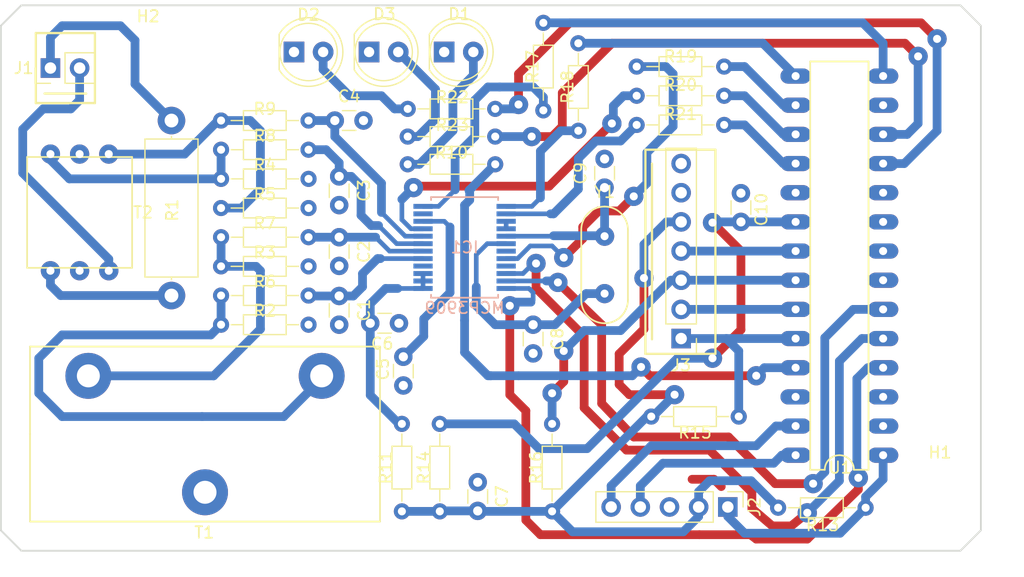
<source format=kicad_pcb>
(kicad_pcb (version 4) (host pcbnew 4.0.7)

  (general
    (links 90)
    (no_connects 23)
    (area 66.980999 31.166999 152.475001 78.815001)
    (thickness 1.6)
    (drawings 18)
    (tracks 364)
    (zones 0)
    (modules 45)
    (nets 57)
  )

  (page A4)
  (title_block
    (title "Power Sense 3.0")
    (company EMMS)
  )

  (layers
    (0 F.Cu signal)
    (31 B.Cu signal)
    (32 B.Adhes user hide)
    (33 F.Adhes user hide)
    (34 B.Paste user hide)
    (35 F.Paste user hide)
    (36 B.SilkS user)
    (37 F.SilkS user)
    (38 B.Mask user)
    (39 F.Mask user)
    (40 Dwgs.User user)
    (41 Cmts.User user)
    (42 Eco1.User user)
    (43 Eco2.User user)
    (44 Edge.Cuts user)
    (45 Margin user)
    (46 B.CrtYd user)
    (47 F.CrtYd user)
    (48 B.Fab user)
    (49 F.Fab user)
  )

  (setup
    (last_trace_width 0.762)
    (user_trace_width 0.4064)
    (user_trace_width 0.762)
    (trace_clearance 0.2032)
    (zone_clearance 0.508)
    (zone_45_only no)
    (trace_min 0.4064)
    (segment_width 0.2)
    (edge_width 0.15)
    (via_size 1.6764)
    (via_drill 0.7)
    (via_min_size 1.6764)
    (via_min_drill 0.7)
    (uvia_size 0.3)
    (uvia_drill 0.1)
    (uvias_allowed no)
    (uvia_min_size 0.2)
    (uvia_min_drill 0.1)
    (pcb_text_width 0.3)
    (pcb_text_size 1.5 1.5)
    (mod_edge_width 0.15)
    (mod_text_size 1 1)
    (mod_text_width 0.15)
    (pad_size 1.6 1.6)
    (pad_drill 0.8)
    (pad_to_mask_clearance 0.2)
    (aux_axis_origin 0 0)
    (grid_origin 57.15 78.74)
    (visible_elements 7FFFFFFF)
    (pcbplotparams
      (layerselection 0x00030_80000001)
      (usegerberextensions false)
      (excludeedgelayer true)
      (linewidth 0.100000)
      (plotframeref false)
      (viasonmask false)
      (mode 1)
      (useauxorigin false)
      (hpglpennumber 1)
      (hpglpenspeed 20)
      (hpglpendiameter 15)
      (hpglpenoverlay 2)
      (psnegative false)
      (psa4output false)
      (plotreference true)
      (plotvalue true)
      (plotinvisibletext false)
      (padsonsilk false)
      (subtractmaskfromsilk false)
      (outputformat 1)
      (mirror false)
      (drillshape 1)
      (scaleselection 1)
      (outputdirectory ""))
  )

  (net 0 "")
  (net 1 GND)
  (net 2 "Net-(C1-Pad2)")
  (net 3 "Net-(C2-Pad1)")
  (net 4 "Net-(C3-Pad2)")
  (net 5 "Net-(C4-Pad1)")
  (net 6 "Net-(C5-Pad1)")
  (net 7 "Net-(C6-Pad2)")
  (net 8 /+5V)
  (net 9 "Net-(C8-Pad1)")
  (net 10 "Net-(C9-Pad1)")
  (net 11 "Net-(C10-Pad1)")
  (net 12 "Net-(D1-Pad2)")
  (net 13 "Net-(D2-Pad2)")
  (net 14 "Net-(D3-Pad2)")
  (net 15 "Net-(IC1-Pad4)")
  (net 16 /MCLR)
  (net 17 /SCK)
  (net 18 /SDI)
  (net 19 /MCP_CS_TO_PIC)
  (net 20 "Net-(IC1-Pad19)")
  (net 21 /SDO)
  (net 22 /HFtoPIC)
  (net 23 /Fo1toPIC)
  (net 24 /Fo0toPIC)
  (net 25 /H)
  (net 26 /N)
  (net 27 /5V_PULL_UP)
  (net 28 /PROG_CLK)
  (net 29 /PROG_DI)
  (net 30 /SPI_MD_IN)
  (net 31 /SPI_MD_OUT)
  (net 32 /SPI_CLK)
  (net 33 /CHIP_SELECT)
  (net 34 /+12V)
  (net 35 "Net-(R1-Pad1)")
  (net 36 "Net-(R2-Pad1)")
  (net 37 "Net-(R3-Pad2)")
  (net 38 "Net-(R4-Pad1)")
  (net 39 "Net-(R5-Pad2)")
  (net 40 /LED_TO_25)
  (net 41 "Net-(R17-Pad2)")
  (net 42 "Net-(R18-Pad2)")
  (net 43 "Net-(R19-Pad2)")
  (net 44 "Net-(R20-Pad2)")
  (net 45 "Net-(R21-Pad2)")
  (net 46 /LED_TO_11)
  (net 47 /LED_TO_12)
  (net 48 "Net-(U1-Pad2)")
  (net 49 "Net-(U1-Pad3)")
  (net 50 "Net-(U1-Pad7)")
  (net 51 "Net-(U1-Pad9)")
  (net 52 "Net-(U1-Pad10)")
  (net 53 "Net-(U1-Pad13)")
  (net 54 "Net-(T2-Pad5)")
  (net 55 "Net-(T2-Pad2)")
  (net 56 "Net-(U1-Pad26)")

  (net_class Default "This is the default net class."
    (clearance 0.2032)
    (trace_width 0.762)
    (via_dia 1.6764)
    (via_drill 0.7)
    (uvia_dia 0.3)
    (uvia_drill 0.1)
    (add_net /+12V)
    (add_net /+5V)
    (add_net /5V_PULL_UP)
    (add_net /CHIP_SELECT)
    (add_net /Fo0toPIC)
    (add_net /Fo1toPIC)
    (add_net /H)
    (add_net /HFtoPIC)
    (add_net /LED_TO_11)
    (add_net /LED_TO_12)
    (add_net /LED_TO_25)
    (add_net /MCLR)
    (add_net /MCP_CS_TO_PIC)
    (add_net /N)
    (add_net /PROG_CLK)
    (add_net /PROG_DI)
    (add_net /SCK)
    (add_net /SDI)
    (add_net /SDO)
    (add_net /SPI_CLK)
    (add_net /SPI_MD_IN)
    (add_net /SPI_MD_OUT)
    (add_net GND)
    (add_net "Net-(C1-Pad2)")
    (add_net "Net-(C10-Pad1)")
    (add_net "Net-(C2-Pad1)")
    (add_net "Net-(C3-Pad2)")
    (add_net "Net-(C4-Pad1)")
    (add_net "Net-(C5-Pad1)")
    (add_net "Net-(C6-Pad2)")
    (add_net "Net-(C8-Pad1)")
    (add_net "Net-(C9-Pad1)")
    (add_net "Net-(D1-Pad2)")
    (add_net "Net-(D2-Pad2)")
    (add_net "Net-(D3-Pad2)")
    (add_net "Net-(IC1-Pad19)")
    (add_net "Net-(IC1-Pad4)")
    (add_net "Net-(R1-Pad1)")
    (add_net "Net-(R17-Pad2)")
    (add_net "Net-(R18-Pad2)")
    (add_net "Net-(R19-Pad2)")
    (add_net "Net-(R2-Pad1)")
    (add_net "Net-(R20-Pad2)")
    (add_net "Net-(R21-Pad2)")
    (add_net "Net-(R3-Pad2)")
    (add_net "Net-(R4-Pad1)")
    (add_net "Net-(R5-Pad2)")
    (add_net "Net-(T2-Pad2)")
    (add_net "Net-(T2-Pad5)")
    (add_net "Net-(U1-Pad10)")
    (add_net "Net-(U1-Pad13)")
    (add_net "Net-(U1-Pad2)")
    (add_net "Net-(U1-Pad26)")
    (add_net "Net-(U1-Pad3)")
    (add_net "Net-(U1-Pad7)")
    (add_net "Net-(U1-Pad9)")
  )

  (net_class MCP ""
    (clearance 0.2032)
    (trace_width 0.4064)
    (via_dia 1.6764)
    (via_drill 0.7)
    (uvia_dia 0.3)
    (uvia_drill 0.1)
  )

  (module EMMS_FP:Murata_782485_Series (layer F.Cu) (tedit 5ABD3975) (tstamp 5ABA6A88)
    (at 73.914 49.276 90)
    (path /5ABCA73E)
    (fp_text reference T2 (at 0 5.5245 180) (layer F.SilkS)
      (effects (font (size 1 1) (thickness 0.15)))
    )
    (fp_text value Murata_782485_55C (at 0 -5.842 90) (layer F.Fab)
      (effects (font (size 1 1) (thickness 0.15)))
    )
    (fp_line (start -4.826 4.572) (end -4.826 -4.572) (layer F.SilkS) (width 0.15))
    (fp_line (start -4.826 -4.572) (end 4.826 -4.572) (layer F.SilkS) (width 0.15))
    (fp_line (start 4.826 -4.572) (end 4.826 4.572) (layer F.SilkS) (width 0.15))
    (fp_line (start 4.826 4.572) (end -4.826 4.572) (layer F.SilkS) (width 0.15))
    (pad 4 thru_hole circle (at 5.08 2.54 90) (size 1.6764 1.6764) (drill 0.69977) (layers *.Cu *.Mask)
      (net 39 "Net-(R5-Pad2)"))
    (pad 5 thru_hole circle (at 5.08 0 90) (size 1.6764 1.6764) (drill 0.69977) (layers *.Cu *.Mask)
      (net 54 "Net-(T2-Pad5)"))
    (pad 6 thru_hole circle (at 5.08 -2.54 90) (size 1.6764 1.6764) (drill 0.69977) (layers *.Cu *.Mask)
      (net 38 "Net-(R4-Pad1)"))
    (pad 1 thru_hole circle (at -5.08 -2.54 90) (size 1.6764 1.6764) (drill 0.69977) (layers *.Cu *.Mask)
      (net 35 "Net-(R1-Pad1)"))
    (pad 2 thru_hole circle (at -5.08 0 90) (size 1.6764 1.6764) (drill 0.69977) (layers *.Cu *.Mask)
      (net 55 "Net-(T2-Pad2)"))
    (pad 3 thru_hole circle (at -5.08 2.54 90) (size 1.6764 1.6764) (drill 0.69977) (layers *.Cu *.Mask)
      (net 26 /N))
  )

  (module Resistors_THT:R_Axial_DIN0204_L3.6mm_D1.6mm_P7.62mm_Horizontal (layer F.Cu) (tedit 5ABD3874) (tstamp 5ABA6A44)
    (at 115.062 67.691 270)
    (descr "Resistor, Axial_DIN0204 series, Axial, Horizontal, pin pitch=7.62mm, 0.16666666666666666W = 1/6W, length*diameter=3.6*1.6mm^2, http://cdn-reichelt.de/documents/datenblatt/B400/1_4W%23YAG.pdf")
    (tags "Resistor Axial_DIN0204 series Axial Horizontal pin pitch 7.62mm 0.16666666666666666W = 1/6W length 3.6mm diameter 1.6mm")
    (path /5AB4153A)
    (fp_text reference R16 (at 3.81 1.397 270) (layer F.SilkS)
      (effects (font (size 1 1) (thickness 0.15)))
    )
    (fp_text value 10 (at 3.81 1.86 270) (layer F.Fab)
      (effects (font (size 1 1) (thickness 0.15)))
    )
    (fp_line (start 2.01 -0.8) (end 2.01 0.8) (layer F.Fab) (width 0.1))
    (fp_line (start 2.01 0.8) (end 5.61 0.8) (layer F.Fab) (width 0.1))
    (fp_line (start 5.61 0.8) (end 5.61 -0.8) (layer F.Fab) (width 0.1))
    (fp_line (start 5.61 -0.8) (end 2.01 -0.8) (layer F.Fab) (width 0.1))
    (fp_line (start 0 0) (end 2.01 0) (layer F.Fab) (width 0.1))
    (fp_line (start 7.62 0) (end 5.61 0) (layer F.Fab) (width 0.1))
    (fp_line (start 1.95 -0.86) (end 1.95 0.86) (layer F.SilkS) (width 0.12))
    (fp_line (start 1.95 0.86) (end 5.67 0.86) (layer F.SilkS) (width 0.12))
    (fp_line (start 5.67 0.86) (end 5.67 -0.86) (layer F.SilkS) (width 0.12))
    (fp_line (start 5.67 -0.86) (end 1.95 -0.86) (layer F.SilkS) (width 0.12))
    (fp_line (start 0.88 0) (end 1.95 0) (layer F.SilkS) (width 0.12))
    (fp_line (start 6.74 0) (end 5.67 0) (layer F.SilkS) (width 0.12))
    (fp_line (start -0.95 -1.15) (end -0.95 1.15) (layer F.CrtYd) (width 0.05))
    (fp_line (start -0.95 1.15) (end 8.6 1.15) (layer F.CrtYd) (width 0.05))
    (fp_line (start 8.6 1.15) (end 8.6 -1.15) (layer F.CrtYd) (width 0.05))
    (fp_line (start 8.6 -1.15) (end -0.95 -1.15) (layer F.CrtYd) (width 0.05))
    (pad 1 thru_hole circle (at 0 0 270) (size 1.4 1.4) (drill 0.7) (layers *.Cu *.Mask)
      (net 32 /SPI_CLK))
    (pad 2 thru_hole oval (at 7.62 0 270) (size 1.4 1.4) (drill 0.7) (layers *.Cu *.Mask)
      (net 8 /+5V))
    (model ${KISYS3DMOD}/Resistors_THT.3dshapes/R_Axial_DIN0204_L3.6mm_D1.6mm_P7.62mm_Horizontal.wrl
      (at (xyz 0 0 0))
      (scale (xyz 0.393701 0.393701 0.393701))
      (rotate (xyz 0 0 0))
    )
  )

  (module Capacitors_THT:C_Disc_D3.0mm_W1.6mm_P2.50mm (layer F.Cu) (tedit 5ABD37F0) (tstamp 5ABA6966)
    (at 96.52 59.055 90)
    (descr "C, Disc series, Radial, pin pitch=2.50mm, , diameter*width=3.0*1.6mm^2, Capacitor, http://www.vishay.com/docs/45233/krseries.pdf")
    (tags "C Disc series Radial pin pitch 2.50mm  diameter 3.0mm width 1.6mm Capacitor")
    (path /5AB012A4)
    (fp_text reference C1 (at 1.27 2.159 90) (layer F.SilkS)
      (effects (font (size 1 1) (thickness 0.15)))
    )
    (fp_text value 100nF (at 1.25 2.11 90) (layer F.Fab)
      (effects (font (size 1 1) (thickness 0.15)))
    )
    (fp_line (start -0.25 -0.8) (end -0.25 0.8) (layer F.Fab) (width 0.1))
    (fp_line (start -0.25 0.8) (end 2.75 0.8) (layer F.Fab) (width 0.1))
    (fp_line (start 2.75 0.8) (end 2.75 -0.8) (layer F.Fab) (width 0.1))
    (fp_line (start 2.75 -0.8) (end -0.25 -0.8) (layer F.Fab) (width 0.1))
    (fp_line (start 0.663 -0.861) (end 1.837 -0.861) (layer F.SilkS) (width 0.12))
    (fp_line (start 0.663 0.861) (end 1.837 0.861) (layer F.SilkS) (width 0.12))
    (fp_line (start -1.05 -1.15) (end -1.05 1.15) (layer F.CrtYd) (width 0.05))
    (fp_line (start -1.05 1.15) (end 3.55 1.15) (layer F.CrtYd) (width 0.05))
    (fp_line (start 3.55 1.15) (end 3.55 -1.15) (layer F.CrtYd) (width 0.05))
    (fp_line (start 3.55 -1.15) (end -1.05 -1.15) (layer F.CrtYd) (width 0.05))
    (fp_text user %R (at 1.25 0 90) (layer F.Fab)
      (effects (font (size 1 1) (thickness 0.15)))
    )
    (pad 1 thru_hole circle (at 0 0 90) (size 1.6 1.6) (drill 0.8) (layers *.Cu *.Mask)
      (net 1 GND))
    (pad 2 thru_hole circle (at 2.5 0 90) (size 1.6 1.6) (drill 0.8) (layers *.Cu *.Mask)
      (net 2 "Net-(C1-Pad2)"))
    (model ${KISYS3DMOD}/Capacitors_THT.3dshapes/C_Disc_D3.0mm_W1.6mm_P2.50mm.wrl
      (at (xyz 0 0 0))
      (scale (xyz 1 1 1))
      (rotate (xyz 0 0 0))
    )
  )

  (module Capacitors_THT:C_Disc_D3.0mm_W1.6mm_P2.50mm (layer F.Cu) (tedit 5ABD37E1) (tstamp 5ABA696C)
    (at 96.52 51.435 270)
    (descr "C, Disc series, Radial, pin pitch=2.50mm, , diameter*width=3.0*1.6mm^2, Capacitor, http://www.vishay.com/docs/45233/krseries.pdf")
    (tags "C Disc series Radial pin pitch 2.50mm  diameter 3.0mm width 1.6mm Capacitor")
    (path /5AB012EC)
    (fp_text reference C2 (at 1.27 -2.159 270) (layer F.SilkS)
      (effects (font (size 1 1) (thickness 0.15)))
    )
    (fp_text value 100nF (at 1.25 2.11 270) (layer F.Fab)
      (effects (font (size 1 1) (thickness 0.15)))
    )
    (fp_line (start -0.25 -0.8) (end -0.25 0.8) (layer F.Fab) (width 0.1))
    (fp_line (start -0.25 0.8) (end 2.75 0.8) (layer F.Fab) (width 0.1))
    (fp_line (start 2.75 0.8) (end 2.75 -0.8) (layer F.Fab) (width 0.1))
    (fp_line (start 2.75 -0.8) (end -0.25 -0.8) (layer F.Fab) (width 0.1))
    (fp_line (start 0.663 -0.861) (end 1.837 -0.861) (layer F.SilkS) (width 0.12))
    (fp_line (start 0.663 0.861) (end 1.837 0.861) (layer F.SilkS) (width 0.12))
    (fp_line (start -1.05 -1.15) (end -1.05 1.15) (layer F.CrtYd) (width 0.05))
    (fp_line (start -1.05 1.15) (end 3.55 1.15) (layer F.CrtYd) (width 0.05))
    (fp_line (start 3.55 1.15) (end 3.55 -1.15) (layer F.CrtYd) (width 0.05))
    (fp_line (start 3.55 -1.15) (end -1.05 -1.15) (layer F.CrtYd) (width 0.05))
    (fp_text user %R (at 1.25 0 270) (layer F.Fab)
      (effects (font (size 1 1) (thickness 0.15)))
    )
    (pad 1 thru_hole circle (at 0 0 270) (size 1.6 1.6) (drill 0.8) (layers *.Cu *.Mask)
      (net 3 "Net-(C2-Pad1)"))
    (pad 2 thru_hole circle (at 2.5 0 270) (size 1.6 1.6) (drill 0.8) (layers *.Cu *.Mask)
      (net 1 GND))
    (model ${KISYS3DMOD}/Capacitors_THT.3dshapes/C_Disc_D3.0mm_W1.6mm_P2.50mm.wrl
      (at (xyz 0 0 0))
      (scale (xyz 1 1 1))
      (rotate (xyz 0 0 0))
    )
  )

  (module Capacitors_THT:C_Disc_D3.0mm_W1.6mm_P2.50mm (layer F.Cu) (tedit 5ABD37D7) (tstamp 5ABA6972)
    (at 96.52 48.641 90)
    (descr "C, Disc series, Radial, pin pitch=2.50mm, , diameter*width=3.0*1.6mm^2, Capacitor, http://www.vishay.com/docs/45233/krseries.pdf")
    (tags "C Disc series Radial pin pitch 2.50mm  diameter 3.0mm width 1.6mm Capacitor")
    (path /5AB03074)
    (fp_text reference C3 (at 1.27 2.159 90) (layer F.SilkS)
      (effects (font (size 1 1) (thickness 0.15)))
    )
    (fp_text value 100nF (at 1.25 2.11 90) (layer F.Fab)
      (effects (font (size 1 1) (thickness 0.15)))
    )
    (fp_line (start -0.25 -0.8) (end -0.25 0.8) (layer F.Fab) (width 0.1))
    (fp_line (start -0.25 0.8) (end 2.75 0.8) (layer F.Fab) (width 0.1))
    (fp_line (start 2.75 0.8) (end 2.75 -0.8) (layer F.Fab) (width 0.1))
    (fp_line (start 2.75 -0.8) (end -0.25 -0.8) (layer F.Fab) (width 0.1))
    (fp_line (start 0.663 -0.861) (end 1.837 -0.861) (layer F.SilkS) (width 0.12))
    (fp_line (start 0.663 0.861) (end 1.837 0.861) (layer F.SilkS) (width 0.12))
    (fp_line (start -1.05 -1.15) (end -1.05 1.15) (layer F.CrtYd) (width 0.05))
    (fp_line (start -1.05 1.15) (end 3.55 1.15) (layer F.CrtYd) (width 0.05))
    (fp_line (start 3.55 1.15) (end 3.55 -1.15) (layer F.CrtYd) (width 0.05))
    (fp_line (start 3.55 -1.15) (end -1.05 -1.15) (layer F.CrtYd) (width 0.05))
    (fp_text user %R (at 1.25 0 90) (layer F.Fab)
      (effects (font (size 1 1) (thickness 0.15)))
    )
    (pad 1 thru_hole circle (at 0 0 90) (size 1.6 1.6) (drill 0.8) (layers *.Cu *.Mask)
      (net 1 GND))
    (pad 2 thru_hole circle (at 2.5 0 90) (size 1.6 1.6) (drill 0.8) (layers *.Cu *.Mask)
      (net 4 "Net-(C3-Pad2)"))
    (model ${KISYS3DMOD}/Capacitors_THT.3dshapes/C_Disc_D3.0mm_W1.6mm_P2.50mm.wrl
      (at (xyz 0 0 0))
      (scale (xyz 1 1 1))
      (rotate (xyz 0 0 0))
    )
  )

  (module Capacitors_THT:C_Disc_D3.0mm_W1.6mm_P2.50mm (layer F.Cu) (tedit 597BC7C2) (tstamp 5ABA6978)
    (at 96.139 41.275)
    (descr "C, Disc series, Radial, pin pitch=2.50mm, , diameter*width=3.0*1.6mm^2, Capacitor, http://www.vishay.com/docs/45233/krseries.pdf")
    (tags "C Disc series Radial pin pitch 2.50mm  diameter 3.0mm width 1.6mm Capacitor")
    (path /5AB030D7)
    (fp_text reference C4 (at 1.25 -2.11) (layer F.SilkS)
      (effects (font (size 1 1) (thickness 0.15)))
    )
    (fp_text value 100nF (at 1.25 2.11) (layer F.Fab)
      (effects (font (size 1 1) (thickness 0.15)))
    )
    (fp_line (start -0.25 -0.8) (end -0.25 0.8) (layer F.Fab) (width 0.1))
    (fp_line (start -0.25 0.8) (end 2.75 0.8) (layer F.Fab) (width 0.1))
    (fp_line (start 2.75 0.8) (end 2.75 -0.8) (layer F.Fab) (width 0.1))
    (fp_line (start 2.75 -0.8) (end -0.25 -0.8) (layer F.Fab) (width 0.1))
    (fp_line (start 0.663 -0.861) (end 1.837 -0.861) (layer F.SilkS) (width 0.12))
    (fp_line (start 0.663 0.861) (end 1.837 0.861) (layer F.SilkS) (width 0.12))
    (fp_line (start -1.05 -1.15) (end -1.05 1.15) (layer F.CrtYd) (width 0.05))
    (fp_line (start -1.05 1.15) (end 3.55 1.15) (layer F.CrtYd) (width 0.05))
    (fp_line (start 3.55 1.15) (end 3.55 -1.15) (layer F.CrtYd) (width 0.05))
    (fp_line (start 3.55 -1.15) (end -1.05 -1.15) (layer F.CrtYd) (width 0.05))
    (fp_text user %R (at 1.25 0) (layer F.Fab)
      (effects (font (size 1 1) (thickness 0.15)))
    )
    (pad 1 thru_hole circle (at 0 0) (size 1.6 1.6) (drill 0.8) (layers *.Cu *.Mask)
      (net 5 "Net-(C4-Pad1)"))
    (pad 2 thru_hole circle (at 2.5 0) (size 1.6 1.6) (drill 0.8) (layers *.Cu *.Mask)
      (net 1 GND))
    (model ${KISYS3DMOD}/Capacitors_THT.3dshapes/C_Disc_D3.0mm_W1.6mm_P2.50mm.wrl
      (at (xyz 0 0 0))
      (scale (xyz 1 1 1))
      (rotate (xyz 0 0 0))
    )
  )

  (module Capacitors_THT:C_Disc_D3.0mm_W1.6mm_P2.50mm (layer F.Cu) (tedit 5ACCD92F) (tstamp 5ABA697E)
    (at 102.108 61.849 270)
    (descr "C, Disc series, Radial, pin pitch=2.50mm, , diameter*width=3.0*1.6mm^2, Capacitor, http://www.vishay.com/docs/45233/krseries.pdf")
    (tags "C Disc series Radial pin pitch 2.50mm  diameter 3.0mm width 1.6mm Capacitor")
    (path /5AB052AC)
    (fp_text reference C5 (at 1.0795 1.778 270) (layer F.SilkS)
      (effects (font (size 1 1) (thickness 0.15)))
    )
    (fp_text value 100nF (at 1.25 2.11 270) (layer F.Fab)
      (effects (font (size 1 1) (thickness 0.15)))
    )
    (fp_line (start -0.25 -0.8) (end -0.25 0.8) (layer F.Fab) (width 0.1))
    (fp_line (start -0.25 0.8) (end 2.75 0.8) (layer F.Fab) (width 0.1))
    (fp_line (start 2.75 0.8) (end 2.75 -0.8) (layer F.Fab) (width 0.1))
    (fp_line (start 2.75 -0.8) (end -0.25 -0.8) (layer F.Fab) (width 0.1))
    (fp_line (start 0.663 -0.861) (end 1.837 -0.861) (layer F.SilkS) (width 0.12))
    (fp_line (start 0.663 0.861) (end 1.837 0.861) (layer F.SilkS) (width 0.12))
    (fp_line (start -1.05 -1.15) (end -1.05 1.15) (layer F.CrtYd) (width 0.05))
    (fp_line (start -1.05 1.15) (end 3.55 1.15) (layer F.CrtYd) (width 0.05))
    (fp_line (start 3.55 1.15) (end 3.55 -1.15) (layer F.CrtYd) (width 0.05))
    (fp_line (start 3.55 -1.15) (end -1.05 -1.15) (layer F.CrtYd) (width 0.05))
    (fp_text user %R (at 1.0795 0.0635 450) (layer F.Fab)
      (effects (font (size 1 1) (thickness 0.15)))
    )
    (pad 1 thru_hole circle (at 0 0 270) (size 1.6 1.6) (drill 0.8) (layers *.Cu *.Mask)
      (net 6 "Net-(C5-Pad1)"))
    (pad 2 thru_hole circle (at 2.5 0 270) (size 1.6 1.6) (drill 0.8) (layers *.Cu *.Mask)
      (net 1 GND))
    (model ${KISYS3DMOD}/Capacitors_THT.3dshapes/C_Disc_D3.0mm_W1.6mm_P2.50mm.wrl
      (at (xyz 0 0 0))
      (scale (xyz 1 1 1))
      (rotate (xyz 0 0 0))
    )
  )

  (module Capacitors_THT:C_Disc_D3.0mm_W1.6mm_P2.50mm (layer F.Cu) (tedit 5ABD382D) (tstamp 5ABA6984)
    (at 101.727 58.928 180)
    (descr "C, Disc series, Radial, pin pitch=2.50mm, , diameter*width=3.0*1.6mm^2, Capacitor, http://www.vishay.com/docs/45233/krseries.pdf")
    (tags "C Disc series Radial pin pitch 2.50mm  diameter 3.0mm width 1.6mm Capacitor")
    (path /5AB00AED)
    (fp_text reference C6 (at 1.4605 -1.778 180) (layer F.SilkS)
      (effects (font (size 1 1) (thickness 0.15)))
    )
    (fp_text value 100nF (at 1.25 2.11 180) (layer F.Fab)
      (effects (font (size 1 1) (thickness 0.15)))
    )
    (fp_line (start -0.25 -0.8) (end -0.25 0.8) (layer F.Fab) (width 0.1))
    (fp_line (start -0.25 0.8) (end 2.75 0.8) (layer F.Fab) (width 0.1))
    (fp_line (start 2.75 0.8) (end 2.75 -0.8) (layer F.Fab) (width 0.1))
    (fp_line (start 2.75 -0.8) (end -0.25 -0.8) (layer F.Fab) (width 0.1))
    (fp_line (start 0.663 -0.861) (end 1.837 -0.861) (layer F.SilkS) (width 0.12))
    (fp_line (start 0.663 0.861) (end 1.837 0.861) (layer F.SilkS) (width 0.12))
    (fp_line (start -1.05 -1.15) (end -1.05 1.15) (layer F.CrtYd) (width 0.05))
    (fp_line (start -1.05 1.15) (end 3.55 1.15) (layer F.CrtYd) (width 0.05))
    (fp_line (start 3.55 1.15) (end 3.55 -1.15) (layer F.CrtYd) (width 0.05))
    (fp_line (start 3.55 -1.15) (end -1.05 -1.15) (layer F.CrtYd) (width 0.05))
    (fp_text user %R (at 1.2065 0.0635 180) (layer F.Fab)
      (effects (font (size 1 1) (thickness 0.15)))
    )
    (pad 1 thru_hole circle (at 0 0 180) (size 1.6 1.6) (drill 0.8) (layers *.Cu *.Mask)
      (net 1 GND))
    (pad 2 thru_hole circle (at 2.5 0 180) (size 1.6 1.6) (drill 0.8) (layers *.Cu *.Mask)
      (net 7 "Net-(C6-Pad2)"))
    (model ${KISYS3DMOD}/Capacitors_THT.3dshapes/C_Disc_D3.0mm_W1.6mm_P2.50mm.wrl
      (at (xyz 0 0 0))
      (scale (xyz 1 1 1))
      (rotate (xyz 0 0 0))
    )
  )

  (module Capacitors_THT:C_Disc_D3.0mm_W1.6mm_P2.50mm (layer F.Cu) (tedit 5ABC5BFC) (tstamp 5ABA698A)
    (at 108.585 72.771 270)
    (descr "C, Disc series, Radial, pin pitch=2.50mm, , diameter*width=3.0*1.6mm^2, Capacitor, http://www.vishay.com/docs/45233/krseries.pdf")
    (tags "C Disc series Radial pin pitch 2.50mm  diameter 3.0mm width 1.6mm Capacitor")
    (path /5AB2C355)
    (fp_text reference C7 (at 1.25 -2.11 270) (layer F.SilkS)
      (effects (font (size 1 1) (thickness 0.15)))
    )
    (fp_text value 4.7uF (at 1.25 2.11 270) (layer F.Fab)
      (effects (font (size 1 1) (thickness 0.15)))
    )
    (fp_line (start -0.25 -0.8) (end -0.25 0.8) (layer F.Fab) (width 0.1))
    (fp_line (start -0.25 0.8) (end 2.75 0.8) (layer F.Fab) (width 0.1))
    (fp_line (start 2.75 0.8) (end 2.75 -0.8) (layer F.Fab) (width 0.1))
    (fp_line (start 2.75 -0.8) (end -0.25 -0.8) (layer F.Fab) (width 0.1))
    (fp_line (start 0.663 -0.861) (end 1.837 -0.861) (layer F.SilkS) (width 0.12))
    (fp_line (start 0.663 0.861) (end 1.837 0.861) (layer F.SilkS) (width 0.12))
    (fp_line (start -1.05 -1.15) (end -1.05 1.15) (layer F.CrtYd) (width 0.05))
    (fp_line (start -1.05 1.15) (end 3.55 1.15) (layer F.CrtYd) (width 0.05))
    (fp_line (start 3.55 1.15) (end 3.55 -1.15) (layer F.CrtYd) (width 0.05))
    (fp_line (start 3.55 -1.15) (end -1.05 -1.15) (layer F.CrtYd) (width 0.05))
    (fp_text user %R (at 1.27 0 270) (layer F.Fab)
      (effects (font (size 1 1) (thickness 0.15)))
    )
    (pad 1 thru_hole circle (at 0 0 270) (size 1.6 1.6) (drill 0.8) (layers *.Cu *.Mask)
      (net 1 GND))
    (pad 2 thru_hole circle (at 2.5 0 270) (size 1.6 1.6) (drill 0.8) (layers *.Cu *.Mask)
      (net 8 /+5V))
    (model ${KISYS3DMOD}/Capacitors_THT.3dshapes/C_Disc_D3.0mm_W1.6mm_P2.50mm.wrl
      (at (xyz 0 0 0))
      (scale (xyz 1 1 1))
      (rotate (xyz 0 0 0))
    )
  )

  (module Capacitors_THT:C_Disc_D3.0mm_W1.6mm_P2.50mm (layer F.Cu) (tedit 597BC7C2) (tstamp 5ABA6990)
    (at 113.411 59.055 270)
    (descr "C, Disc series, Radial, pin pitch=2.50mm, , diameter*width=3.0*1.6mm^2, Capacitor, http://www.vishay.com/docs/45233/krseries.pdf")
    (tags "C Disc series Radial pin pitch 2.50mm  diameter 3.0mm width 1.6mm Capacitor")
    (path /5AB0EE11)
    (fp_text reference C8 (at 1.25 -2.11 270) (layer F.SilkS)
      (effects (font (size 1 1) (thickness 0.15)))
    )
    (fp_text value 27pF (at 1.25 2.11 270) (layer F.Fab)
      (effects (font (size 1 1) (thickness 0.15)))
    )
    (fp_line (start -0.25 -0.8) (end -0.25 0.8) (layer F.Fab) (width 0.1))
    (fp_line (start -0.25 0.8) (end 2.75 0.8) (layer F.Fab) (width 0.1))
    (fp_line (start 2.75 0.8) (end 2.75 -0.8) (layer F.Fab) (width 0.1))
    (fp_line (start 2.75 -0.8) (end -0.25 -0.8) (layer F.Fab) (width 0.1))
    (fp_line (start 0.663 -0.861) (end 1.837 -0.861) (layer F.SilkS) (width 0.12))
    (fp_line (start 0.663 0.861) (end 1.837 0.861) (layer F.SilkS) (width 0.12))
    (fp_line (start -1.05 -1.15) (end -1.05 1.15) (layer F.CrtYd) (width 0.05))
    (fp_line (start -1.05 1.15) (end 3.55 1.15) (layer F.CrtYd) (width 0.05))
    (fp_line (start 3.55 1.15) (end 3.55 -1.15) (layer F.CrtYd) (width 0.05))
    (fp_line (start 3.55 -1.15) (end -1.05 -1.15) (layer F.CrtYd) (width 0.05))
    (fp_text user %R (at 1.25 0 270) (layer F.Fab)
      (effects (font (size 1 1) (thickness 0.15)))
    )
    (pad 1 thru_hole circle (at 0 0 270) (size 1.6 1.6) (drill 0.8) (layers *.Cu *.Mask)
      (net 9 "Net-(C8-Pad1)"))
    (pad 2 thru_hole circle (at 2.5 0 270) (size 1.6 1.6) (drill 0.8) (layers *.Cu *.Mask)
      (net 1 GND))
    (model ${KISYS3DMOD}/Capacitors_THT.3dshapes/C_Disc_D3.0mm_W1.6mm_P2.50mm.wrl
      (at (xyz 0 0 0))
      (scale (xyz 1 1 1))
      (rotate (xyz 0 0 0))
    )
  )

  (module Capacitors_THT:C_Disc_D3.0mm_W1.6mm_P2.50mm (layer F.Cu) (tedit 597BC7C2) (tstamp 5ABA6996)
    (at 119.634 47.117 90)
    (descr "C, Disc series, Radial, pin pitch=2.50mm, , diameter*width=3.0*1.6mm^2, Capacitor, http://www.vishay.com/docs/45233/krseries.pdf")
    (tags "C Disc series Radial pin pitch 2.50mm  diameter 3.0mm width 1.6mm Capacitor")
    (path /5AB0ED79)
    (fp_text reference C9 (at 1.25 -2.11 90) (layer F.SilkS)
      (effects (font (size 1 1) (thickness 0.15)))
    )
    (fp_text value 27pF (at 1.25 2.11 90) (layer F.Fab)
      (effects (font (size 1 1) (thickness 0.15)))
    )
    (fp_line (start -0.25 -0.8) (end -0.25 0.8) (layer F.Fab) (width 0.1))
    (fp_line (start -0.25 0.8) (end 2.75 0.8) (layer F.Fab) (width 0.1))
    (fp_line (start 2.75 0.8) (end 2.75 -0.8) (layer F.Fab) (width 0.1))
    (fp_line (start 2.75 -0.8) (end -0.25 -0.8) (layer F.Fab) (width 0.1))
    (fp_line (start 0.663 -0.861) (end 1.837 -0.861) (layer F.SilkS) (width 0.12))
    (fp_line (start 0.663 0.861) (end 1.837 0.861) (layer F.SilkS) (width 0.12))
    (fp_line (start -1.05 -1.15) (end -1.05 1.15) (layer F.CrtYd) (width 0.05))
    (fp_line (start -1.05 1.15) (end 3.55 1.15) (layer F.CrtYd) (width 0.05))
    (fp_line (start 3.55 1.15) (end 3.55 -1.15) (layer F.CrtYd) (width 0.05))
    (fp_line (start 3.55 -1.15) (end -1.05 -1.15) (layer F.CrtYd) (width 0.05))
    (fp_text user %R (at 1.25 0 90) (layer F.Fab)
      (effects (font (size 1 1) (thickness 0.15)))
    )
    (pad 1 thru_hole circle (at 0 0 90) (size 1.6 1.6) (drill 0.8) (layers *.Cu *.Mask)
      (net 10 "Net-(C9-Pad1)"))
    (pad 2 thru_hole circle (at 2.5 0 90) (size 1.6 1.6) (drill 0.8) (layers *.Cu *.Mask)
      (net 1 GND))
    (model ${KISYS3DMOD}/Capacitors_THT.3dshapes/C_Disc_D3.0mm_W1.6mm_P2.50mm.wrl
      (at (xyz 0 0 0))
      (scale (xyz 1 1 1))
      (rotate (xyz 0 0 0))
    )
  )

  (module Capacitors_THT:C_Disc_D3.0mm_W1.6mm_P2.50mm (layer F.Cu) (tedit 5ABD3821) (tstamp 5ABA699C)
    (at 131.5085 50.1015 90)
    (descr "C, Disc series, Radial, pin pitch=2.50mm, , diameter*width=3.0*1.6mm^2, Capacitor, http://www.vishay.com/docs/45233/krseries.pdf")
    (tags "C Disc series Radial pin pitch 2.50mm  diameter 3.0mm width 1.6mm Capacitor")
    (path /5AB37B19)
    (fp_text reference C10 (at 1.0795 1.778 90) (layer F.SilkS)
      (effects (font (size 1 1) (thickness 0.15)))
    )
    (fp_text value 100nF (at 1.25 2.11 90) (layer F.Fab)
      (effects (font (size 1 1) (thickness 0.15)))
    )
    (fp_line (start -0.25 -0.8) (end -0.25 0.8) (layer F.Fab) (width 0.1))
    (fp_line (start -0.25 0.8) (end 2.75 0.8) (layer F.Fab) (width 0.1))
    (fp_line (start 2.75 0.8) (end 2.75 -0.8) (layer F.Fab) (width 0.1))
    (fp_line (start 2.75 -0.8) (end -0.25 -0.8) (layer F.Fab) (width 0.1))
    (fp_line (start 0.663 -0.861) (end 1.837 -0.861) (layer F.SilkS) (width 0.12))
    (fp_line (start 0.663 0.861) (end 1.837 0.861) (layer F.SilkS) (width 0.12))
    (fp_line (start -1.05 -1.15) (end -1.05 1.15) (layer F.CrtYd) (width 0.05))
    (fp_line (start -1.05 1.15) (end 3.55 1.15) (layer F.CrtYd) (width 0.05))
    (fp_line (start 3.55 1.15) (end 3.55 -1.15) (layer F.CrtYd) (width 0.05))
    (fp_line (start 3.55 -1.15) (end -1.05 -1.15) (layer F.CrtYd) (width 0.05))
    (fp_text user %R (at 1.25 0 90) (layer F.Fab)
      (effects (font (size 1 1) (thickness 0.15)))
    )
    (pad 1 thru_hole circle (at 0 0 90) (size 1.6 1.6) (drill 0.8) (layers *.Cu *.Mask)
      (net 11 "Net-(C10-Pad1)"))
    (pad 2 thru_hole circle (at 2.5 0 90) (size 1.6 1.6) (drill 0.8) (layers *.Cu *.Mask)
      (net 1 GND))
    (model ${KISYS3DMOD}/Capacitors_THT.3dshapes/C_Disc_D3.0mm_W1.6mm_P2.50mm.wrl
      (at (xyz 0 0 0))
      (scale (xyz 1 1 1))
      (rotate (xyz 0 0 0))
    )
  )

  (module LEDs:LED_D5.0mm (layer F.Cu) (tedit 5ABD3962) (tstamp 5ABA69A2)
    (at 105.664 35.306)
    (descr "LED, diameter 5.0mm, 2 pins, http://cdn-reichelt.de/documents/datenblatt/A500/LL-504BC2E-009.pdf")
    (tags "LED diameter 5.0mm 2 pins")
    (path /5AB2D6B3)
    (fp_text reference D1 (at 1.3335 -3.302) (layer F.SilkS)
      (effects (font (size 1 1) (thickness 0.15)))
    )
    (fp_text value LED (at 1.27 3.96) (layer F.Fab)
      (effects (font (size 1 1) (thickness 0.15)))
    )
    (fp_arc (start 1.27 0) (end -1.23 -1.469694) (angle 299.1) (layer F.Fab) (width 0.1))
    (fp_arc (start 1.27 0) (end -1.29 -1.54483) (angle 148.9) (layer F.SilkS) (width 0.12))
    (fp_arc (start 1.27 0) (end -1.29 1.54483) (angle -148.9) (layer F.SilkS) (width 0.12))
    (fp_circle (center 1.27 0) (end 3.77 0) (layer F.Fab) (width 0.1))
    (fp_circle (center 1.27 0) (end 3.77 0) (layer F.SilkS) (width 0.12))
    (fp_line (start -1.23 -1.469694) (end -1.23 1.469694) (layer F.Fab) (width 0.1))
    (fp_line (start -1.29 -1.545) (end -1.29 1.545) (layer F.SilkS) (width 0.12))
    (fp_line (start -1.95 -3.25) (end -1.95 3.25) (layer F.CrtYd) (width 0.05))
    (fp_line (start -1.95 3.25) (end 4.5 3.25) (layer F.CrtYd) (width 0.05))
    (fp_line (start 4.5 3.25) (end 4.5 -3.25) (layer F.CrtYd) (width 0.05))
    (fp_line (start 4.5 -3.25) (end -1.95 -3.25) (layer F.CrtYd) (width 0.05))
    (fp_text user %R (at 1.25 0) (layer F.Fab)
      (effects (font (size 0.8 0.8) (thickness 0.2)))
    )
    (pad 1 thru_hole rect (at 0 0) (size 1.8 1.8) (drill 0.9) (layers *.Cu *.Mask)
      (net 1 GND))
    (pad 2 thru_hole circle (at 2.54 0) (size 1.8 1.8) (drill 0.9) (layers *.Cu *.Mask)
      (net 12 "Net-(D1-Pad2)"))
    (model ${KISYS3DMOD}/LEDs.3dshapes/LED_D5.0mm.wrl
      (at (xyz 0 0 0))
      (scale (xyz 0.393701 0.393701 0.393701))
      (rotate (xyz 0 0 0))
    )
  )

  (module LEDs:LED_D5.0mm (layer F.Cu) (tedit 5ABD395C) (tstamp 5ABA69A8)
    (at 92.583 35.306)
    (descr "LED, diameter 5.0mm, 2 pins, http://cdn-reichelt.de/documents/datenblatt/A500/LL-504BC2E-009.pdf")
    (tags "LED diameter 5.0mm 2 pins")
    (path /5ABCA984)
    (fp_text reference D2 (at 1.27 -3.2385) (layer F.SilkS)
      (effects (font (size 1 1) (thickness 0.15)))
    )
    (fp_text value LED (at 1.27 3.96) (layer F.Fab)
      (effects (font (size 1 1) (thickness 0.15)))
    )
    (fp_arc (start 1.27 0) (end -1.23 -1.469694) (angle 299.1) (layer F.Fab) (width 0.1))
    (fp_arc (start 1.27 0) (end -1.29 -1.54483) (angle 148.9) (layer F.SilkS) (width 0.12))
    (fp_arc (start 1.27 0) (end -1.29 1.54483) (angle -148.9) (layer F.SilkS) (width 0.12))
    (fp_circle (center 1.27 0) (end 3.77 0) (layer F.Fab) (width 0.1))
    (fp_circle (center 1.27 0) (end 3.77 0) (layer F.SilkS) (width 0.12))
    (fp_line (start -1.23 -1.469694) (end -1.23 1.469694) (layer F.Fab) (width 0.1))
    (fp_line (start -1.29 -1.545) (end -1.29 1.545) (layer F.SilkS) (width 0.12))
    (fp_line (start -1.95 -3.25) (end -1.95 3.25) (layer F.CrtYd) (width 0.05))
    (fp_line (start -1.95 3.25) (end 4.5 3.25) (layer F.CrtYd) (width 0.05))
    (fp_line (start 4.5 3.25) (end 4.5 -3.25) (layer F.CrtYd) (width 0.05))
    (fp_line (start 4.5 -3.25) (end -1.95 -3.25) (layer F.CrtYd) (width 0.05))
    (fp_text user %R (at 1.25 0) (layer F.Fab)
      (effects (font (size 0.8 0.8) (thickness 0.2)))
    )
    (pad 1 thru_hole rect (at 0 0) (size 1.8 1.8) (drill 0.9) (layers *.Cu *.Mask)
      (net 1 GND))
    (pad 2 thru_hole circle (at 2.54 0) (size 1.8 1.8) (drill 0.9) (layers *.Cu *.Mask)
      (net 13 "Net-(D2-Pad2)"))
    (model ${KISYS3DMOD}/LEDs.3dshapes/LED_D5.0mm.wrl
      (at (xyz 0 0 0))
      (scale (xyz 0.393701 0.393701 0.393701))
      (rotate (xyz 0 0 0))
    )
  )

  (module LEDs:LED_D5.0mm (layer F.Cu) (tedit 5ABD395F) (tstamp 5ABA69AE)
    (at 99.1235 35.306)
    (descr "LED, diameter 5.0mm, 2 pins, http://cdn-reichelt.de/documents/datenblatt/A500/LL-504BC2E-009.pdf")
    (tags "LED diameter 5.0mm 2 pins")
    (path /5ABCAAB3)
    (fp_text reference D3 (at 1.3335 -3.302) (layer F.SilkS)
      (effects (font (size 1 1) (thickness 0.15)))
    )
    (fp_text value LED (at 1.27 3.96) (layer F.Fab)
      (effects (font (size 1 1) (thickness 0.15)))
    )
    (fp_arc (start 1.27 0) (end -1.23 -1.469694) (angle 299.1) (layer F.Fab) (width 0.1))
    (fp_arc (start 1.27 0) (end -1.29 -1.54483) (angle 148.9) (layer F.SilkS) (width 0.12))
    (fp_arc (start 1.27 0) (end -1.29 1.54483) (angle -148.9) (layer F.SilkS) (width 0.12))
    (fp_circle (center 1.27 0) (end 3.77 0) (layer F.Fab) (width 0.1))
    (fp_circle (center 1.27 0) (end 3.77 0) (layer F.SilkS) (width 0.12))
    (fp_line (start -1.23 -1.469694) (end -1.23 1.469694) (layer F.Fab) (width 0.1))
    (fp_line (start -1.29 -1.545) (end -1.29 1.545) (layer F.SilkS) (width 0.12))
    (fp_line (start -1.95 -3.25) (end -1.95 3.25) (layer F.CrtYd) (width 0.05))
    (fp_line (start -1.95 3.25) (end 4.5 3.25) (layer F.CrtYd) (width 0.05))
    (fp_line (start 4.5 3.25) (end 4.5 -3.25) (layer F.CrtYd) (width 0.05))
    (fp_line (start 4.5 -3.25) (end -1.95 -3.25) (layer F.CrtYd) (width 0.05))
    (fp_text user %R (at 1.25 0) (layer F.Fab)
      (effects (font (size 0.8 0.8) (thickness 0.2)))
    )
    (pad 1 thru_hole rect (at 0 0) (size 1.8 1.8) (drill 0.9) (layers *.Cu *.Mask)
      (net 1 GND))
    (pad 2 thru_hole circle (at 2.54 0) (size 1.8 1.8) (drill 0.9) (layers *.Cu *.Mask)
      (net 14 "Net-(D3-Pad2)"))
    (model ${KISYS3DMOD}/LEDs.3dshapes/LED_D5.0mm.wrl
      (at (xyz 0 0 0))
      (scale (xyz 0.393701 0.393701 0.393701))
      (rotate (xyz 0 0 0))
    )
  )

  (module footprints:mcp3909-i&slash_ss (layer B.Cu) (tedit 5ABD3944) (tstamp 5ABA69CA)
    (at 107.442 52.324)
    (path /5AA88A9C)
    (fp_text reference IC1 (at 0 0 180) (layer B.SilkS)
      (effects (font (size 1 1) (thickness 0.15)) (justify mirror))
    )
    (fp_text value MCP3909 (at 0 5.2705) (layer B.SilkS)
      (effects (font (size 1 1) (thickness 0.15)) (justify mirror))
    )
    (fp_text user "Copyright 2016 Accelerated Designs. All rights reserved." (at 0 0) (layer Cmts.User)
      (effects (font (size 0.127 0.127) (thickness 0.002)))
    )
    (fp_line (start -2.794 3.3845) (end -2.794 3.7655) (layer Dwgs.User) (width 0.1524))
    (fp_line (start -2.794 3.7655) (end -4.1021 3.7655) (layer Dwgs.User) (width 0.1524))
    (fp_line (start -4.1021 3.7655) (end -4.1021 3.3845) (layer Dwgs.User) (width 0.1524))
    (fp_line (start -4.1021 3.3845) (end -2.794 3.3845) (layer Dwgs.User) (width 0.1524))
    (fp_line (start -2.794 2.734501) (end -2.794 3.115501) (layer Dwgs.User) (width 0.1524))
    (fp_line (start -2.794 3.115501) (end -4.1021 3.115501) (layer Dwgs.User) (width 0.1524))
    (fp_line (start -4.1021 3.115501) (end -4.1021 2.734501) (layer Dwgs.User) (width 0.1524))
    (fp_line (start -4.1021 2.734501) (end -2.794 2.734501) (layer Dwgs.User) (width 0.1524))
    (fp_line (start -2.794 2.084501) (end -2.794 2.465501) (layer Dwgs.User) (width 0.1524))
    (fp_line (start -2.794 2.465501) (end -4.1021 2.465501) (layer Dwgs.User) (width 0.1524))
    (fp_line (start -4.1021 2.465501) (end -4.1021 2.084501) (layer Dwgs.User) (width 0.1524))
    (fp_line (start -4.1021 2.084501) (end -2.794 2.084501) (layer Dwgs.User) (width 0.1524))
    (fp_line (start -2.794 1.434501) (end -2.794 1.815501) (layer Dwgs.User) (width 0.1524))
    (fp_line (start -2.794 1.815501) (end -4.1021 1.815501) (layer Dwgs.User) (width 0.1524))
    (fp_line (start -4.1021 1.815501) (end -4.1021 1.434501) (layer Dwgs.User) (width 0.1524))
    (fp_line (start -4.1021 1.434501) (end -2.794 1.434501) (layer Dwgs.User) (width 0.1524))
    (fp_line (start -2.794 0.784501) (end -2.794 1.165501) (layer Dwgs.User) (width 0.1524))
    (fp_line (start -2.794 1.165501) (end -4.1021 1.165501) (layer Dwgs.User) (width 0.1524))
    (fp_line (start -4.1021 1.165501) (end -4.1021 0.784501) (layer Dwgs.User) (width 0.1524))
    (fp_line (start -4.1021 0.784501) (end -2.794 0.784501) (layer Dwgs.User) (width 0.1524))
    (fp_line (start -2.794 0.134501) (end -2.794 0.515501) (layer Dwgs.User) (width 0.1524))
    (fp_line (start -2.794 0.515501) (end -4.1021 0.515501) (layer Dwgs.User) (width 0.1524))
    (fp_line (start -4.1021 0.515501) (end -4.1021 0.134501) (layer Dwgs.User) (width 0.1524))
    (fp_line (start -4.1021 0.134501) (end -2.794 0.134501) (layer Dwgs.User) (width 0.1524))
    (fp_line (start -2.794 -0.515499) (end -2.794 -0.134499) (layer Dwgs.User) (width 0.1524))
    (fp_line (start -2.794 -0.134499) (end -4.1021 -0.134499) (layer Dwgs.User) (width 0.1524))
    (fp_line (start -4.1021 -0.134499) (end -4.1021 -0.515499) (layer Dwgs.User) (width 0.1524))
    (fp_line (start -4.1021 -0.515499) (end -2.794 -0.515499) (layer Dwgs.User) (width 0.1524))
    (fp_line (start -2.794 -1.165499) (end -2.794 -0.784499) (layer Dwgs.User) (width 0.1524))
    (fp_line (start -2.794 -0.784499) (end -4.1021 -0.784499) (layer Dwgs.User) (width 0.1524))
    (fp_line (start -4.1021 -0.784499) (end -4.1021 -1.165499) (layer Dwgs.User) (width 0.1524))
    (fp_line (start -4.1021 -1.165499) (end -2.794 -1.165499) (layer Dwgs.User) (width 0.1524))
    (fp_line (start -2.794 -1.815499) (end -2.794 -1.434499) (layer Dwgs.User) (width 0.1524))
    (fp_line (start -2.794 -1.434499) (end -4.1021 -1.434499) (layer Dwgs.User) (width 0.1524))
    (fp_line (start -4.1021 -1.434499) (end -4.1021 -1.815499) (layer Dwgs.User) (width 0.1524))
    (fp_line (start -4.1021 -1.815499) (end -2.794 -1.815499) (layer Dwgs.User) (width 0.1524))
    (fp_line (start -2.794 -2.465499) (end -2.794 -2.084499) (layer Dwgs.User) (width 0.1524))
    (fp_line (start -2.794 -2.084499) (end -4.1021 -2.084499) (layer Dwgs.User) (width 0.1524))
    (fp_line (start -4.1021 -2.084499) (end -4.1021 -2.465499) (layer Dwgs.User) (width 0.1524))
    (fp_line (start -4.1021 -2.465499) (end -2.794 -2.465499) (layer Dwgs.User) (width 0.1524))
    (fp_line (start -2.794 -3.115499) (end -2.794 -2.734499) (layer Dwgs.User) (width 0.1524))
    (fp_line (start -2.794 -2.734499) (end -4.1021 -2.734499) (layer Dwgs.User) (width 0.1524))
    (fp_line (start -4.1021 -2.734499) (end -4.1021 -3.115499) (layer Dwgs.User) (width 0.1524))
    (fp_line (start -4.1021 -3.115499) (end -2.794 -3.115499) (layer Dwgs.User) (width 0.1524))
    (fp_line (start -2.794 -3.765499) (end -2.794 -3.384499) (layer Dwgs.User) (width 0.1524))
    (fp_line (start -2.794 -3.384499) (end -4.1021 -3.384499) (layer Dwgs.User) (width 0.1524))
    (fp_line (start -4.1021 -3.384499) (end -4.1021 -3.765499) (layer Dwgs.User) (width 0.1524))
    (fp_line (start -4.1021 -3.765499) (end -2.794 -3.765499) (layer Dwgs.User) (width 0.1524))
    (fp_line (start 2.794 -3.3845) (end 2.794 -3.7655) (layer Dwgs.User) (width 0.1524))
    (fp_line (start 2.794 -3.7655) (end 4.1021 -3.7655) (layer Dwgs.User) (width 0.1524))
    (fp_line (start 4.1021 -3.7655) (end 4.1021 -3.3845) (layer Dwgs.User) (width 0.1524))
    (fp_line (start 4.1021 -3.3845) (end 2.794 -3.3845) (layer Dwgs.User) (width 0.1524))
    (fp_line (start 2.794 -2.7345) (end 2.794 -3.1155) (layer Dwgs.User) (width 0.1524))
    (fp_line (start 2.794 -3.1155) (end 4.1021 -3.1155) (layer Dwgs.User) (width 0.1524))
    (fp_line (start 4.1021 -3.1155) (end 4.1021 -2.7345) (layer Dwgs.User) (width 0.1524))
    (fp_line (start 4.1021 -2.7345) (end 2.794 -2.7345) (layer Dwgs.User) (width 0.1524))
    (fp_line (start 2.794 -2.0845) (end 2.794 -2.4655) (layer Dwgs.User) (width 0.1524))
    (fp_line (start 2.794 -2.4655) (end 4.1021 -2.4655) (layer Dwgs.User) (width 0.1524))
    (fp_line (start 4.1021 -2.4655) (end 4.1021 -2.0845) (layer Dwgs.User) (width 0.1524))
    (fp_line (start 4.1021 -2.0845) (end 2.794 -2.0845) (layer Dwgs.User) (width 0.1524))
    (fp_line (start 2.794 -1.434501) (end 2.794 -1.815501) (layer Dwgs.User) (width 0.1524))
    (fp_line (start 2.794 -1.815501) (end 4.1021 -1.815501) (layer Dwgs.User) (width 0.1524))
    (fp_line (start 4.1021 -1.815501) (end 4.1021 -1.434501) (layer Dwgs.User) (width 0.1524))
    (fp_line (start 4.1021 -1.434501) (end 2.794 -1.434501) (layer Dwgs.User) (width 0.1524))
    (fp_line (start 2.794 -0.784501) (end 2.794 -1.165501) (layer Dwgs.User) (width 0.1524))
    (fp_line (start 2.794 -1.165501) (end 4.1021 -1.165501) (layer Dwgs.User) (width 0.1524))
    (fp_line (start 4.1021 -1.165501) (end 4.1021 -0.784501) (layer Dwgs.User) (width 0.1524))
    (fp_line (start 4.1021 -0.784501) (end 2.794 -0.784501) (layer Dwgs.User) (width 0.1524))
    (fp_line (start 2.794 -0.134501) (end 2.794 -0.515501) (layer Dwgs.User) (width 0.1524))
    (fp_line (start 2.794 -0.515501) (end 4.1021 -0.515501) (layer Dwgs.User) (width 0.1524))
    (fp_line (start 4.1021 -0.515501) (end 4.1021 -0.134501) (layer Dwgs.User) (width 0.1524))
    (fp_line (start 4.1021 -0.134501) (end 2.794 -0.134501) (layer Dwgs.User) (width 0.1524))
    (fp_line (start 2.794 0.515499) (end 2.794 0.134499) (layer Dwgs.User) (width 0.1524))
    (fp_line (start 2.794 0.134499) (end 4.1021 0.134499) (layer Dwgs.User) (width 0.1524))
    (fp_line (start 4.1021 0.134499) (end 4.1021 0.515499) (layer Dwgs.User) (width 0.1524))
    (fp_line (start 4.1021 0.515499) (end 2.794 0.515499) (layer Dwgs.User) (width 0.1524))
    (fp_line (start 2.794 1.165499) (end 2.794 0.784499) (layer Dwgs.User) (width 0.1524))
    (fp_line (start 2.794 0.784499) (end 4.1021 0.784499) (layer Dwgs.User) (width 0.1524))
    (fp_line (start 4.1021 0.784499) (end 4.1021 1.165499) (layer Dwgs.User) (width 0.1524))
    (fp_line (start 4.1021 1.165499) (end 2.794 1.165499) (layer Dwgs.User) (width 0.1524))
    (fp_line (start 2.794 1.815499) (end 2.794 1.434499) (layer Dwgs.User) (width 0.1524))
    (fp_line (start 2.794 1.434499) (end 4.1021 1.434499) (layer Dwgs.User) (width 0.1524))
    (fp_line (start 4.1021 1.434499) (end 4.1021 1.815499) (layer Dwgs.User) (width 0.1524))
    (fp_line (start 4.1021 1.815499) (end 2.794 1.815499) (layer Dwgs.User) (width 0.1524))
    (fp_line (start 2.794 2.465499) (end 2.794 2.084499) (layer Dwgs.User) (width 0.1524))
    (fp_line (start 2.794 2.084499) (end 4.1021 2.084499) (layer Dwgs.User) (width 0.1524))
    (fp_line (start 4.1021 2.084499) (end 4.1021 2.465499) (layer Dwgs.User) (width 0.1524))
    (fp_line (start 4.1021 2.465499) (end 2.794 2.465499) (layer Dwgs.User) (width 0.1524))
    (fp_line (start 2.794 3.115499) (end 2.794 2.734499) (layer Dwgs.User) (width 0.1524))
    (fp_line (start 2.794 2.734499) (end 4.1021 2.734499) (layer Dwgs.User) (width 0.1524))
    (fp_line (start 4.1021 2.734499) (end 4.1021 3.115499) (layer Dwgs.User) (width 0.1524))
    (fp_line (start 4.1021 3.115499) (end 2.794 3.115499) (layer Dwgs.User) (width 0.1524))
    (fp_line (start 2.794 3.765499) (end 2.794 3.384499) (layer Dwgs.User) (width 0.1524))
    (fp_line (start 2.794 3.384499) (end 4.1021 3.384499) (layer Dwgs.User) (width 0.1524))
    (fp_line (start 4.1021 3.384499) (end 4.1021 3.765499) (layer Dwgs.User) (width 0.1524))
    (fp_line (start 4.1021 3.765499) (end 2.794 3.765499) (layer Dwgs.User) (width 0.1524))
    (fp_line (start -2.921 -4.3815) (end 2.921 -4.3815) (layer B.SilkS) (width 0.1524))
    (fp_line (start 2.921 -4.3815) (end 2.921 -4.123639) (layer B.SilkS) (width 0.1524))
    (fp_line (start 2.921 4.3815) (end -2.921 4.3815) (layer B.SilkS) (width 0.1524))
    (fp_line (start -2.921 4.3815) (end -2.921 4.123639) (layer B.SilkS) (width 0.1524))
    (fp_line (start -2.794 -4.2545) (end 2.794 -4.2545) (layer Dwgs.User) (width 0.1524))
    (fp_line (start 2.794 -4.2545) (end 2.794 4.2545) (layer Dwgs.User) (width 0.1524))
    (fp_line (start 2.794 4.2545) (end -2.794 4.2545) (layer Dwgs.User) (width 0.1524))
    (fp_line (start -2.794 4.2545) (end -2.794 -4.2545) (layer Dwgs.User) (width 0.1524))
    (fp_line (start -2.921 -4.123639) (end -2.921 -4.3815) (layer B.SilkS) (width 0.1524))
    (fp_line (start 2.921 4.123639) (end 2.921 4.3815) (layer B.SilkS) (width 0.1524))
    (fp_arc (start 0 4.2545) (end 0.3048 4.2545) (angle -180) (layer Dwgs.User) (width 0.1524))
    (pad 1 smd rect (at -3.6195 3.574999) (size 1.6764 0.4318) (layers B.Cu B.Paste B.Mask)
      (net 7 "Net-(C6-Pad2)"))
    (pad 2 smd rect (at -3.6195 2.925) (size 1.6764 0.4318) (layers B.Cu B.Paste B.Mask)
      (net 7 "Net-(C6-Pad2)"))
    (pad 3 smd rect (at -3.6195 2.275002) (size 1.6764 0.4318) (layers B.Cu B.Paste B.Mask)
      (net 7 "Net-(C6-Pad2)"))
    (pad 4 smd rect (at -3.6195 1.625001) (size 1.6764 0.4318) (layers B.Cu B.Paste B.Mask)
      (net 15 "Net-(IC1-Pad4)"))
    (pad 5 smd rect (at -3.6195 0.975002) (size 1.6764 0.4318) (layers B.Cu B.Paste B.Mask)
      (net 2 "Net-(C1-Pad2)"))
    (pad 6 smd rect (at -3.6195 0.325001) (size 1.6764 0.4318) (layers B.Cu B.Paste B.Mask)
      (net 3 "Net-(C2-Pad1)"))
    (pad 7 smd rect (at -3.6195 -0.324998) (size 1.6764 0.4318) (layers B.Cu B.Paste B.Mask)
      (net 4 "Net-(C3-Pad2)"))
    (pad 8 smd rect (at -3.6195 -0.974999) (size 1.6764 0.4318) (layers B.Cu B.Paste B.Mask)
      (net 5 "Net-(C4-Pad1)"))
    (pad 9 smd rect (at -3.6195 -1.624998) (size 1.6764 0.4318) (layers B.Cu B.Paste B.Mask)
      (net 16 /MCLR))
    (pad 10 smd rect (at -3.6195 -2.274999) (size 1.6764 0.4318) (layers B.Cu B.Paste B.Mask)
      (net 6 "Net-(C5-Pad1)"))
    (pad 11 smd rect (at -3.6195 -2.924998) (size 1.6764 0.4318) (layers B.Cu B.Paste B.Mask)
      (net 1 GND))
    (pad 12 smd rect (at -3.6195 -3.574999) (size 1.6764 0.4318) (layers B.Cu B.Paste B.Mask)
      (net 17 /SCK))
    (pad 13 smd rect (at 3.6195 -3.574999) (size 1.6764 0.4318) (layers B.Cu B.Paste B.Mask)
      (net 18 /SDI))
    (pad 14 smd rect (at 3.6195 -2.925) (size 1.6764 0.4318) (layers B.Cu B.Paste B.Mask)
      (net 19 /MCP_CS_TO_PIC))
    (pad 15 smd rect (at 3.6195 -2.274999) (size 1.6764 0.4318) (layers B.Cu B.Paste B.Mask)
      (net 1 GND))
    (pad 16 smd rect (at 3.6195 -1.625001) (size 1.6764 0.4318) (layers B.Cu B.Paste B.Mask)
      (net 1 GND))
    (pad 17 smd rect (at 3.6195 -0.974999) (size 1.6764 0.4318) (layers B.Cu B.Paste B.Mask)
      (net 10 "Net-(C9-Pad1)"))
    (pad 18 smd rect (at 3.6195 -0.325001) (size 1.6764 0.4318) (layers B.Cu B.Paste B.Mask)
      (net 9 "Net-(C8-Pad1)"))
    (pad 19 smd rect (at 3.6195 0.324998) (size 1.6764 0.4318) (layers B.Cu B.Paste B.Mask)
      (net 20 "Net-(IC1-Pad19)"))
    (pad 20 smd rect (at 3.6195 0.974999) (size 1.6764 0.4318) (layers B.Cu B.Paste B.Mask)
      (net 21 /SDO))
    (pad 21 smd rect (at 3.6195 1.624998) (size 1.6764 0.4318) (layers B.Cu B.Paste B.Mask)
      (net 1 GND))
    (pad 22 smd rect (at 3.6195 2.274999) (size 1.6764 0.4318) (layers B.Cu B.Paste B.Mask)
      (net 22 /HFtoPIC))
    (pad 23 smd rect (at 3.6195 2.924998) (size 1.6764 0.4318) (layers B.Cu B.Paste B.Mask)
      (net 23 /Fo1toPIC))
    (pad 24 smd rect (at 3.6195 3.574999) (size 1.6764 0.4318) (layers B.Cu B.Paste B.Mask)
      (net 24 /Fo0toPIC))
  )

  (module Pin_Headers:Pin_Header_Straight_1x02_Pitch2.54mm (layer F.Cu) (tedit 5ABD3B42) (tstamp 5ABA69D0)
    (at 71.374 36.703 90)
    (descr "Through hole straight pin header, 1x02, 2.54mm pitch, single row")
    (tags "Through hole pin header THT 1x02 2.54mm single row")
    (path /5AB1B19B)
    (fp_text reference J1 (at 0 -2.33 180) (layer F.SilkS)
      (effects (font (size 1 1) (thickness 0.15)))
    )
    (fp_text value Power (at 0 4.87 90) (layer F.Fab)
      (effects (font (size 1 1) (thickness 0.15)))
    )
    (fp_line (start -0.635 -1.27) (end 1.27 -1.27) (layer F.Fab) (width 0.1))
    (fp_line (start 1.27 -1.27) (end 1.27 3.81) (layer F.Fab) (width 0.1))
    (fp_line (start 1.27 3.81) (end -1.27 3.81) (layer F.Fab) (width 0.1))
    (fp_line (start -1.27 3.81) (end -1.27 -0.635) (layer F.Fab) (width 0.1))
    (fp_line (start -1.27 -0.635) (end -0.635 -1.27) (layer F.Fab) (width 0.1))
    (fp_line (start -1.33 3.87) (end 1.33 3.87) (layer F.SilkS) (width 0.12))
    (fp_line (start -1.33 1.27) (end -1.33 3.87) (layer F.SilkS) (width 0.12))
    (fp_line (start 1.33 1.27) (end 1.33 3.87) (layer F.SilkS) (width 0.12))
    (fp_line (start -1.33 1.27) (end 1.33 1.27) (layer F.SilkS) (width 0.12))
    (fp_line (start -1.33 0) (end -1.33 -1.33) (layer F.SilkS) (width 0.12))
    (fp_line (start -1.33 -1.33) (end 0 -1.33) (layer F.SilkS) (width 0.12))
    (fp_line (start -1.8 -1.8) (end -1.8 4.35) (layer F.CrtYd) (width 0.05))
    (fp_line (start -1.8 4.35) (end 1.8 4.35) (layer F.CrtYd) (width 0.05))
    (fp_line (start 1.8 4.35) (end 1.8 -1.8) (layer F.CrtYd) (width 0.05))
    (fp_line (start 1.8 -1.8) (end -1.8 -1.8) (layer F.CrtYd) (width 0.05))
    (fp_text user %R (at 0.254 1.27 360) (layer F.Fab)
      (effects (font (size 1 1) (thickness 0.15)))
    )
    (pad 1 thru_hole rect (at 0 0 90) (size 1.7 1.7) (drill 1) (layers *.Cu *.Mask)
      (net 25 /H))
    (pad 2 thru_hole oval (at 0 2.54 90) (size 1.7 1.7) (drill 1) (layers *.Cu *.Mask)
      (net 26 /N))
    (model ${KISYS3DMOD}/Pin_Headers.3dshapes/Pin_Header_Straight_1x02_Pitch2.54mm.wrl
      (at (xyz 0 0 0))
      (scale (xyz 1 1 1))
      (rotate (xyz 0 0 0))
    )
  )

  (module Pin_Headers:Pin_Header_Straight_1x05_Pitch2.54mm (layer F.Cu) (tedit 59650532) (tstamp 5ABA69D9)
    (at 130.3655 74.93 270)
    (descr "Through hole straight pin header, 1x05, 2.54mm pitch, single row")
    (tags "Through hole pin header THT 1x05 2.54mm single row")
    (path /5AB1EF56)
    (fp_text reference J2 (at 0 -2.33 270) (layer F.SilkS)
      (effects (font (size 1 1) (thickness 0.15)))
    )
    (fp_text value ProgHead (at 0 12.49 270) (layer F.Fab)
      (effects (font (size 1 1) (thickness 0.15)))
    )
    (fp_line (start -0.635 -1.27) (end 1.27 -1.27) (layer F.Fab) (width 0.1))
    (fp_line (start 1.27 -1.27) (end 1.27 11.43) (layer F.Fab) (width 0.1))
    (fp_line (start 1.27 11.43) (end -1.27 11.43) (layer F.Fab) (width 0.1))
    (fp_line (start -1.27 11.43) (end -1.27 -0.635) (layer F.Fab) (width 0.1))
    (fp_line (start -1.27 -0.635) (end -0.635 -1.27) (layer F.Fab) (width 0.1))
    (fp_line (start -1.33 11.49) (end 1.33 11.49) (layer F.SilkS) (width 0.12))
    (fp_line (start -1.33 1.27) (end -1.33 11.49) (layer F.SilkS) (width 0.12))
    (fp_line (start 1.33 1.27) (end 1.33 11.49) (layer F.SilkS) (width 0.12))
    (fp_line (start -1.33 1.27) (end 1.33 1.27) (layer F.SilkS) (width 0.12))
    (fp_line (start -1.33 0) (end -1.33 -1.33) (layer F.SilkS) (width 0.12))
    (fp_line (start -1.33 -1.33) (end 0 -1.33) (layer F.SilkS) (width 0.12))
    (fp_line (start -1.8 -1.8) (end -1.8 11.95) (layer F.CrtYd) (width 0.05))
    (fp_line (start -1.8 11.95) (end 1.8 11.95) (layer F.CrtYd) (width 0.05))
    (fp_line (start 1.8 11.95) (end 1.8 -1.8) (layer F.CrtYd) (width 0.05))
    (fp_line (start 1.8 -1.8) (end -1.8 -1.8) (layer F.CrtYd) (width 0.05))
    (fp_text user %R (at 0 5.08 360) (layer F.Fab)
      (effects (font (size 1 1) (thickness 0.15)))
    )
    (pad 1 thru_hole rect (at 0 0 270) (size 1.7 1.7) (drill 1) (layers *.Cu *.Mask)
      (net 27 /5V_PULL_UP))
    (pad 2 thru_hole oval (at 0 2.54 270) (size 1.7 1.7) (drill 1) (layers *.Cu *.Mask)
      (net 8 /+5V))
    (pad 3 thru_hole oval (at 0 5.08 270) (size 1.7 1.7) (drill 1) (layers *.Cu *.Mask)
      (net 1 GND))
    (pad 4 thru_hole oval (at 0 7.62 270) (size 1.7 1.7) (drill 1) (layers *.Cu *.Mask)
      (net 28 /PROG_CLK))
    (pad 5 thru_hole oval (at 0 10.16 270) (size 1.7 1.7) (drill 1) (layers *.Cu *.Mask)
      (net 29 /PROG_DI))
    (model ${KISYS3DMOD}/Pin_Headers.3dshapes/Pin_Header_Straight_1x05_Pitch2.54mm.wrl
      (at (xyz 0 0 0))
      (scale (xyz 1 1 1))
      (rotate (xyz 0 0 0))
    )
  )

  (module Pin_Headers:Pin_Header_Straight_1x07_Pitch2.54mm (layer F.Cu) (tedit 59650532) (tstamp 5ABA69E4)
    (at 126.3015 60.2615 180)
    (descr "Through hole straight pin header, 1x07, 2.54mm pitch, single row")
    (tags "Through hole pin header THT 1x07 2.54mm single row")
    (path /5AB275FC)
    (fp_text reference J3 (at 0 -2.33 180) (layer F.SilkS)
      (effects (font (size 1 1) (thickness 0.15)))
    )
    (fp_text value SPI (at 0 17.57 180) (layer F.Fab)
      (effects (font (size 1 1) (thickness 0.15)))
    )
    (fp_line (start -0.635 -1.27) (end 1.27 -1.27) (layer F.Fab) (width 0.1))
    (fp_line (start 1.27 -1.27) (end 1.27 16.51) (layer F.Fab) (width 0.1))
    (fp_line (start 1.27 16.51) (end -1.27 16.51) (layer F.Fab) (width 0.1))
    (fp_line (start -1.27 16.51) (end -1.27 -0.635) (layer F.Fab) (width 0.1))
    (fp_line (start -1.27 -0.635) (end -0.635 -1.27) (layer F.Fab) (width 0.1))
    (fp_line (start -1.33 16.57) (end 1.33 16.57) (layer F.SilkS) (width 0.12))
    (fp_line (start -1.33 1.27) (end -1.33 16.57) (layer F.SilkS) (width 0.12))
    (fp_line (start 1.33 1.27) (end 1.33 16.57) (layer F.SilkS) (width 0.12))
    (fp_line (start -1.33 1.27) (end 1.33 1.27) (layer F.SilkS) (width 0.12))
    (fp_line (start -1.33 0) (end -1.33 -1.33) (layer F.SilkS) (width 0.12))
    (fp_line (start -1.33 -1.33) (end 0 -1.33) (layer F.SilkS) (width 0.12))
    (fp_line (start -1.8 -1.8) (end -1.8 17.05) (layer F.CrtYd) (width 0.05))
    (fp_line (start -1.8 17.05) (end 1.8 17.05) (layer F.CrtYd) (width 0.05))
    (fp_line (start 1.8 17.05) (end 1.8 -1.8) (layer F.CrtYd) (width 0.05))
    (fp_line (start 1.8 -1.8) (end -1.8 -1.8) (layer F.CrtYd) (width 0.05))
    (fp_text user %R (at 0 7.62 270) (layer F.Fab)
      (effects (font (size 1 1) (thickness 0.15)))
    )
    (pad 1 thru_hole rect (at 0 0 180) (size 1.7 1.7) (drill 1) (layers *.Cu *.Mask)
      (net 30 /SPI_MD_IN))
    (pad 2 thru_hole oval (at 0 2.54 180) (size 1.7 1.7) (drill 1) (layers *.Cu *.Mask)
      (net 31 /SPI_MD_OUT))
    (pad 3 thru_hole oval (at 0 5.08 180) (size 1.7 1.7) (drill 1) (layers *.Cu *.Mask)
      (net 32 /SPI_CLK))
    (pad 4 thru_hole oval (at 0 7.62 180) (size 1.7 1.7) (drill 1) (layers *.Cu *.Mask)
      (net 33 /CHIP_SELECT))
    (pad 5 thru_hole oval (at 0 10.16 180) (size 1.7 1.7) (drill 1) (layers *.Cu *.Mask)
      (net 8 /+5V))
    (pad 6 thru_hole oval (at 0 12.7 180) (size 1.7 1.7) (drill 1) (layers *.Cu *.Mask)
      (net 1 GND))
    (pad 7 thru_hole oval (at 0 15.24 180) (size 1.7 1.7) (drill 1) (layers *.Cu *.Mask)
      (net 34 /+12V))
    (model ${KISYS3DMOD}/Pin_Headers.3dshapes/Pin_Header_Straight_1x07_Pitch2.54mm.wrl
      (at (xyz 0 0 0))
      (scale (xyz 1 1 1))
      (rotate (xyz 0 0 0))
    )
  )

  (module Resistors_THT:R_Axial_DIN0204_L3.6mm_D1.6mm_P7.62mm_Horizontal (layer F.Cu) (tedit 5ABD3783) (tstamp 5ABA69F0)
    (at 86.233 59.055)
    (descr "Resistor, Axial_DIN0204 series, Axial, Horizontal, pin pitch=7.62mm, 0.16666666666666666W = 1/6W, length*diameter=3.6*1.6mm^2, http://cdn-reichelt.de/documents/datenblatt/B400/1_4W%23YAG.pdf")
    (tags "Resistor Axial_DIN0204 series Axial Horizontal pin pitch 7.62mm 0.16666666666666666W = 1/6W length 3.6mm diameter 1.6mm")
    (path /5AB016B8)
    (fp_text reference R2 (at 3.81 -1.2065) (layer F.SilkS)
      (effects (font (size 1 1) (thickness 0.15)))
    )
    (fp_text value "10 1%" (at 3.81 1.86) (layer F.Fab)
      (effects (font (size 1 1) (thickness 0.15)))
    )
    (fp_line (start 2.01 -0.8) (end 2.01 0.8) (layer F.Fab) (width 0.1))
    (fp_line (start 2.01 0.8) (end 5.61 0.8) (layer F.Fab) (width 0.1))
    (fp_line (start 5.61 0.8) (end 5.61 -0.8) (layer F.Fab) (width 0.1))
    (fp_line (start 5.61 -0.8) (end 2.01 -0.8) (layer F.Fab) (width 0.1))
    (fp_line (start 0 0) (end 2.01 0) (layer F.Fab) (width 0.1))
    (fp_line (start 7.62 0) (end 5.61 0) (layer F.Fab) (width 0.1))
    (fp_line (start 1.95 -0.86) (end 1.95 0.86) (layer F.SilkS) (width 0.12))
    (fp_line (start 1.95 0.86) (end 5.67 0.86) (layer F.SilkS) (width 0.12))
    (fp_line (start 5.67 0.86) (end 5.67 -0.86) (layer F.SilkS) (width 0.12))
    (fp_line (start 5.67 -0.86) (end 1.95 -0.86) (layer F.SilkS) (width 0.12))
    (fp_line (start 0.88 0) (end 1.95 0) (layer F.SilkS) (width 0.12))
    (fp_line (start 6.74 0) (end 5.67 0) (layer F.SilkS) (width 0.12))
    (fp_line (start -0.95 -1.15) (end -0.95 1.15) (layer F.CrtYd) (width 0.05))
    (fp_line (start -0.95 1.15) (end 8.6 1.15) (layer F.CrtYd) (width 0.05))
    (fp_line (start 8.6 1.15) (end 8.6 -1.15) (layer F.CrtYd) (width 0.05))
    (fp_line (start 8.6 -1.15) (end -0.95 -1.15) (layer F.CrtYd) (width 0.05))
    (pad 1 thru_hole circle (at 0 0) (size 1.4 1.4) (drill 0.7) (layers *.Cu *.Mask)
      (net 36 "Net-(R2-Pad1)"))
    (pad 2 thru_hole oval (at 7.62 0) (size 1.4 1.4) (drill 0.7) (layers *.Cu *.Mask)
      (net 1 GND))
    (model ${KISYS3DMOD}/Resistors_THT.3dshapes/R_Axial_DIN0204_L3.6mm_D1.6mm_P7.62mm_Horizontal.wrl
      (at (xyz 0 0 0))
      (scale (xyz 0.393701 0.393701 0.393701))
      (rotate (xyz 0 0 0))
    )
  )

  (module Resistors_THT:R_Axial_DIN0204_L3.6mm_D1.6mm_P7.62mm_Horizontal (layer F.Cu) (tedit 5ABD374F) (tstamp 5ABA69F6)
    (at 93.853 53.975 180)
    (descr "Resistor, Axial_DIN0204 series, Axial, Horizontal, pin pitch=7.62mm, 0.16666666666666666W = 1/6W, length*diameter=3.6*1.6mm^2, http://cdn-reichelt.de/documents/datenblatt/B400/1_4W%23YAG.pdf")
    (tags "Resistor Axial_DIN0204 series Axial Horizontal pin pitch 7.62mm 0.16666666666666666W = 1/6W length 3.6mm diameter 1.6mm")
    (path /5AB01713)
    (fp_text reference R3 (at 3.81 1.2065 180) (layer F.SilkS)
      (effects (font (size 1 1) (thickness 0.15)))
    )
    (fp_text value "10 1%" (at 3.81 1.86 180) (layer F.Fab)
      (effects (font (size 1 1) (thickness 0.15)))
    )
    (fp_line (start 2.01 -0.8) (end 2.01 0.8) (layer F.Fab) (width 0.1))
    (fp_line (start 2.01 0.8) (end 5.61 0.8) (layer F.Fab) (width 0.1))
    (fp_line (start 5.61 0.8) (end 5.61 -0.8) (layer F.Fab) (width 0.1))
    (fp_line (start 5.61 -0.8) (end 2.01 -0.8) (layer F.Fab) (width 0.1))
    (fp_line (start 0 0) (end 2.01 0) (layer F.Fab) (width 0.1))
    (fp_line (start 7.62 0) (end 5.61 0) (layer F.Fab) (width 0.1))
    (fp_line (start 1.95 -0.86) (end 1.95 0.86) (layer F.SilkS) (width 0.12))
    (fp_line (start 1.95 0.86) (end 5.67 0.86) (layer F.SilkS) (width 0.12))
    (fp_line (start 5.67 0.86) (end 5.67 -0.86) (layer F.SilkS) (width 0.12))
    (fp_line (start 5.67 -0.86) (end 1.95 -0.86) (layer F.SilkS) (width 0.12))
    (fp_line (start 0.88 0) (end 1.95 0) (layer F.SilkS) (width 0.12))
    (fp_line (start 6.74 0) (end 5.67 0) (layer F.SilkS) (width 0.12))
    (fp_line (start -0.95 -1.15) (end -0.95 1.15) (layer F.CrtYd) (width 0.05))
    (fp_line (start -0.95 1.15) (end 8.6 1.15) (layer F.CrtYd) (width 0.05))
    (fp_line (start 8.6 1.15) (end 8.6 -1.15) (layer F.CrtYd) (width 0.05))
    (fp_line (start 8.6 -1.15) (end -0.95 -1.15) (layer F.CrtYd) (width 0.05))
    (pad 1 thru_hole circle (at 0 0 180) (size 1.4 1.4) (drill 0.7) (layers *.Cu *.Mask)
      (net 1 GND))
    (pad 2 thru_hole oval (at 7.62 0 180) (size 1.4 1.4) (drill 0.7) (layers *.Cu *.Mask)
      (net 37 "Net-(R3-Pad2)"))
    (model ${KISYS3DMOD}/Resistors_THT.3dshapes/R_Axial_DIN0204_L3.6mm_D1.6mm_P7.62mm_Horizontal.wrl
      (at (xyz 0 0 0))
      (scale (xyz 0.393701 0.393701 0.393701))
      (rotate (xyz 0 0 0))
    )
  )

  (module Resistors_THT:R_Axial_DIN0204_L3.6mm_D1.6mm_P7.62mm_Horizontal (layer F.Cu) (tedit 5ABD375F) (tstamp 5ABA69FC)
    (at 86.233 46.355)
    (descr "Resistor, Axial_DIN0204 series, Axial, Horizontal, pin pitch=7.62mm, 0.16666666666666666W = 1/6W, length*diameter=3.6*1.6mm^2, http://cdn-reichelt.de/documents/datenblatt/B400/1_4W%23YAG.pdf")
    (tags "Resistor Axial_DIN0204 series Axial Horizontal pin pitch 7.62mm 0.16666666666666666W = 1/6W length 3.6mm diameter 1.6mm")
    (path /5AB02E9F)
    (fp_text reference R4 (at 3.81 -1.2065) (layer F.SilkS)
      (effects (font (size 1 1) (thickness 0.15)))
    )
    (fp_text value "200 1%" (at 3.81 1.86) (layer F.Fab)
      (effects (font (size 1 1) (thickness 0.15)))
    )
    (fp_line (start 2.01 -0.8) (end 2.01 0.8) (layer F.Fab) (width 0.1))
    (fp_line (start 2.01 0.8) (end 5.61 0.8) (layer F.Fab) (width 0.1))
    (fp_line (start 5.61 0.8) (end 5.61 -0.8) (layer F.Fab) (width 0.1))
    (fp_line (start 5.61 -0.8) (end 2.01 -0.8) (layer F.Fab) (width 0.1))
    (fp_line (start 0 0) (end 2.01 0) (layer F.Fab) (width 0.1))
    (fp_line (start 7.62 0) (end 5.61 0) (layer F.Fab) (width 0.1))
    (fp_line (start 1.95 -0.86) (end 1.95 0.86) (layer F.SilkS) (width 0.12))
    (fp_line (start 1.95 0.86) (end 5.67 0.86) (layer F.SilkS) (width 0.12))
    (fp_line (start 5.67 0.86) (end 5.67 -0.86) (layer F.SilkS) (width 0.12))
    (fp_line (start 5.67 -0.86) (end 1.95 -0.86) (layer F.SilkS) (width 0.12))
    (fp_line (start 0.88 0) (end 1.95 0) (layer F.SilkS) (width 0.12))
    (fp_line (start 6.74 0) (end 5.67 0) (layer F.SilkS) (width 0.12))
    (fp_line (start -0.95 -1.15) (end -0.95 1.15) (layer F.CrtYd) (width 0.05))
    (fp_line (start -0.95 1.15) (end 8.6 1.15) (layer F.CrtYd) (width 0.05))
    (fp_line (start 8.6 1.15) (end 8.6 -1.15) (layer F.CrtYd) (width 0.05))
    (fp_line (start 8.6 -1.15) (end -0.95 -1.15) (layer F.CrtYd) (width 0.05))
    (pad 1 thru_hole circle (at 0 0) (size 1.4 1.4) (drill 0.7) (layers *.Cu *.Mask)
      (net 38 "Net-(R4-Pad1)"))
    (pad 2 thru_hole oval (at 7.62 0) (size 1.4 1.4) (drill 0.7) (layers *.Cu *.Mask)
      (net 1 GND))
    (model ${KISYS3DMOD}/Resistors_THT.3dshapes/R_Axial_DIN0204_L3.6mm_D1.6mm_P7.62mm_Horizontal.wrl
      (at (xyz 0 0 0))
      (scale (xyz 0.393701 0.393701 0.393701))
      (rotate (xyz 0 0 0))
    )
  )

  (module Resistors_THT:R_Axial_DIN0204_L3.6mm_D1.6mm_P7.62mm_Horizontal (layer F.Cu) (tedit 5ABD37B2) (tstamp 5ABA6A02)
    (at 93.853 48.895 180)
    (descr "Resistor, Axial_DIN0204 series, Axial, Horizontal, pin pitch=7.62mm, 0.16666666666666666W = 1/6W, length*diameter=3.6*1.6mm^2, http://cdn-reichelt.de/documents/datenblatt/B400/1_4W%23YAG.pdf")
    (tags "Resistor Axial_DIN0204 series Axial Horizontal pin pitch 7.62mm 0.16666666666666666W = 1/6W length 3.6mm diameter 1.6mm")
    (path /5AB02EFD)
    (fp_text reference R5 (at 3.81 1.2065 180) (layer F.SilkS)
      (effects (font (size 1 1) (thickness 0.15)))
    )
    (fp_text value "200 1%" (at 3.81 1.86 180) (layer F.Fab)
      (effects (font (size 1 1) (thickness 0.15)))
    )
    (fp_line (start 2.01 -0.8) (end 2.01 0.8) (layer F.Fab) (width 0.1))
    (fp_line (start 2.01 0.8) (end 5.61 0.8) (layer F.Fab) (width 0.1))
    (fp_line (start 5.61 0.8) (end 5.61 -0.8) (layer F.Fab) (width 0.1))
    (fp_line (start 5.61 -0.8) (end 2.01 -0.8) (layer F.Fab) (width 0.1))
    (fp_line (start 0 0) (end 2.01 0) (layer F.Fab) (width 0.1))
    (fp_line (start 7.62 0) (end 5.61 0) (layer F.Fab) (width 0.1))
    (fp_line (start 1.95 -0.86) (end 1.95 0.86) (layer F.SilkS) (width 0.12))
    (fp_line (start 1.95 0.86) (end 5.67 0.86) (layer F.SilkS) (width 0.12))
    (fp_line (start 5.67 0.86) (end 5.67 -0.86) (layer F.SilkS) (width 0.12))
    (fp_line (start 5.67 -0.86) (end 1.95 -0.86) (layer F.SilkS) (width 0.12))
    (fp_line (start 0.88 0) (end 1.95 0) (layer F.SilkS) (width 0.12))
    (fp_line (start 6.74 0) (end 5.67 0) (layer F.SilkS) (width 0.12))
    (fp_line (start -0.95 -1.15) (end -0.95 1.15) (layer F.CrtYd) (width 0.05))
    (fp_line (start -0.95 1.15) (end 8.6 1.15) (layer F.CrtYd) (width 0.05))
    (fp_line (start 8.6 1.15) (end 8.6 -1.15) (layer F.CrtYd) (width 0.05))
    (fp_line (start 8.6 -1.15) (end -0.95 -1.15) (layer F.CrtYd) (width 0.05))
    (pad 1 thru_hole circle (at 0 0 180) (size 1.4 1.4) (drill 0.7) (layers *.Cu *.Mask)
      (net 1 GND))
    (pad 2 thru_hole oval (at 7.62 0 180) (size 1.4 1.4) (drill 0.7) (layers *.Cu *.Mask)
      (net 39 "Net-(R5-Pad2)"))
    (model ${KISYS3DMOD}/Resistors_THT.3dshapes/R_Axial_DIN0204_L3.6mm_D1.6mm_P7.62mm_Horizontal.wrl
      (at (xyz 0 0 0))
      (scale (xyz 0.393701 0.393701 0.393701))
      (rotate (xyz 0 0 0))
    )
  )

  (module Resistors_THT:R_Axial_DIN0204_L3.6mm_D1.6mm_P7.62mm_Horizontal (layer F.Cu) (tedit 5ABD377A) (tstamp 5ABA6A08)
    (at 86.233 56.515)
    (descr "Resistor, Axial_DIN0204 series, Axial, Horizontal, pin pitch=7.62mm, 0.16666666666666666W = 1/6W, length*diameter=3.6*1.6mm^2, http://cdn-reichelt.de/documents/datenblatt/B400/1_4W%23YAG.pdf")
    (tags "Resistor Axial_DIN0204 series Axial Horizontal pin pitch 7.62mm 0.16666666666666666W = 1/6W length 3.6mm diameter 1.6mm")
    (path /5AB01503)
    (fp_text reference R6 (at 3.81 -1.2065) (layer F.SilkS)
      (effects (font (size 1 1) (thickness 0.15)))
    )
    (fp_text value 1k (at 3.81 1.86) (layer F.Fab)
      (effects (font (size 1 1) (thickness 0.15)))
    )
    (fp_line (start 2.01 -0.8) (end 2.01 0.8) (layer F.Fab) (width 0.1))
    (fp_line (start 2.01 0.8) (end 5.61 0.8) (layer F.Fab) (width 0.1))
    (fp_line (start 5.61 0.8) (end 5.61 -0.8) (layer F.Fab) (width 0.1))
    (fp_line (start 5.61 -0.8) (end 2.01 -0.8) (layer F.Fab) (width 0.1))
    (fp_line (start 0 0) (end 2.01 0) (layer F.Fab) (width 0.1))
    (fp_line (start 7.62 0) (end 5.61 0) (layer F.Fab) (width 0.1))
    (fp_line (start 1.95 -0.86) (end 1.95 0.86) (layer F.SilkS) (width 0.12))
    (fp_line (start 1.95 0.86) (end 5.67 0.86) (layer F.SilkS) (width 0.12))
    (fp_line (start 5.67 0.86) (end 5.67 -0.86) (layer F.SilkS) (width 0.12))
    (fp_line (start 5.67 -0.86) (end 1.95 -0.86) (layer F.SilkS) (width 0.12))
    (fp_line (start 0.88 0) (end 1.95 0) (layer F.SilkS) (width 0.12))
    (fp_line (start 6.74 0) (end 5.67 0) (layer F.SilkS) (width 0.12))
    (fp_line (start -0.95 -1.15) (end -0.95 1.15) (layer F.CrtYd) (width 0.05))
    (fp_line (start -0.95 1.15) (end 8.6 1.15) (layer F.CrtYd) (width 0.05))
    (fp_line (start 8.6 1.15) (end 8.6 -1.15) (layer F.CrtYd) (width 0.05))
    (fp_line (start 8.6 -1.15) (end -0.95 -1.15) (layer F.CrtYd) (width 0.05))
    (pad 1 thru_hole circle (at 0 0) (size 1.4 1.4) (drill 0.7) (layers *.Cu *.Mask)
      (net 36 "Net-(R2-Pad1)"))
    (pad 2 thru_hole oval (at 7.62 0) (size 1.4 1.4) (drill 0.7) (layers *.Cu *.Mask)
      (net 2 "Net-(C1-Pad2)"))
    (model ${KISYS3DMOD}/Resistors_THT.3dshapes/R_Axial_DIN0204_L3.6mm_D1.6mm_P7.62mm_Horizontal.wrl
      (at (xyz 0 0 0))
      (scale (xyz 0.393701 0.393701 0.393701))
      (rotate (xyz 0 0 0))
    )
  )

  (module Resistors_THT:R_Axial_DIN0204_L3.6mm_D1.6mm_P7.62mm_Horizontal (layer F.Cu) (tedit 5ABD3755) (tstamp 5ABA6A0E)
    (at 86.233 51.435)
    (descr "Resistor, Axial_DIN0204 series, Axial, Horizontal, pin pitch=7.62mm, 0.16666666666666666W = 1/6W, length*diameter=3.6*1.6mm^2, http://cdn-reichelt.de/documents/datenblatt/B400/1_4W%23YAG.pdf")
    (tags "Resistor Axial_DIN0204 series Axial Horizontal pin pitch 7.62mm 0.16666666666666666W = 1/6W length 3.6mm diameter 1.6mm")
    (path /5AB0158F)
    (fp_text reference R7 (at 3.81 -1.2065) (layer F.SilkS)
      (effects (font (size 1 1) (thickness 0.15)))
    )
    (fp_text value 1k (at 3.81 1.86) (layer F.Fab)
      (effects (font (size 1 1) (thickness 0.15)))
    )
    (fp_line (start 2.01 -0.8) (end 2.01 0.8) (layer F.Fab) (width 0.1))
    (fp_line (start 2.01 0.8) (end 5.61 0.8) (layer F.Fab) (width 0.1))
    (fp_line (start 5.61 0.8) (end 5.61 -0.8) (layer F.Fab) (width 0.1))
    (fp_line (start 5.61 -0.8) (end 2.01 -0.8) (layer F.Fab) (width 0.1))
    (fp_line (start 0 0) (end 2.01 0) (layer F.Fab) (width 0.1))
    (fp_line (start 7.62 0) (end 5.61 0) (layer F.Fab) (width 0.1))
    (fp_line (start 1.95 -0.86) (end 1.95 0.86) (layer F.SilkS) (width 0.12))
    (fp_line (start 1.95 0.86) (end 5.67 0.86) (layer F.SilkS) (width 0.12))
    (fp_line (start 5.67 0.86) (end 5.67 -0.86) (layer F.SilkS) (width 0.12))
    (fp_line (start 5.67 -0.86) (end 1.95 -0.86) (layer F.SilkS) (width 0.12))
    (fp_line (start 0.88 0) (end 1.95 0) (layer F.SilkS) (width 0.12))
    (fp_line (start 6.74 0) (end 5.67 0) (layer F.SilkS) (width 0.12))
    (fp_line (start -0.95 -1.15) (end -0.95 1.15) (layer F.CrtYd) (width 0.05))
    (fp_line (start -0.95 1.15) (end 8.6 1.15) (layer F.CrtYd) (width 0.05))
    (fp_line (start 8.6 1.15) (end 8.6 -1.15) (layer F.CrtYd) (width 0.05))
    (fp_line (start 8.6 -1.15) (end -0.95 -1.15) (layer F.CrtYd) (width 0.05))
    (pad 1 thru_hole circle (at 0 0) (size 1.4 1.4) (drill 0.7) (layers *.Cu *.Mask)
      (net 37 "Net-(R3-Pad2)"))
    (pad 2 thru_hole oval (at 7.62 0) (size 1.4 1.4) (drill 0.7) (layers *.Cu *.Mask)
      (net 3 "Net-(C2-Pad1)"))
    (model ${KISYS3DMOD}/Resistors_THT.3dshapes/R_Axial_DIN0204_L3.6mm_D1.6mm_P7.62mm_Horizontal.wrl
      (at (xyz 0 0 0))
      (scale (xyz 0.393701 0.393701 0.393701))
      (rotate (xyz 0 0 0))
    )
  )

  (module Resistors_THT:R_Axial_DIN0204_L3.6mm_D1.6mm_P7.62mm_Horizontal (layer F.Cu) (tedit 5ABD3768) (tstamp 5ABA6A14)
    (at 86.233 43.815)
    (descr "Resistor, Axial_DIN0204 series, Axial, Horizontal, pin pitch=7.62mm, 0.16666666666666666W = 1/6W, length*diameter=3.6*1.6mm^2, http://cdn-reichelt.de/documents/datenblatt/B400/1_4W%23YAG.pdf")
    (tags "Resistor Axial_DIN0204 series Axial Horizontal pin pitch 7.62mm 0.16666666666666666W = 1/6W length 3.6mm diameter 1.6mm")
    (path /5AB02F80)
    (fp_text reference R8 (at 3.81 -1.2065) (layer F.SilkS)
      (effects (font (size 1 1) (thickness 0.15)))
    )
    (fp_text value 1k (at 3.81 1.86) (layer F.Fab)
      (effects (font (size 1 1) (thickness 0.15)))
    )
    (fp_line (start 2.01 -0.8) (end 2.01 0.8) (layer F.Fab) (width 0.1))
    (fp_line (start 2.01 0.8) (end 5.61 0.8) (layer F.Fab) (width 0.1))
    (fp_line (start 5.61 0.8) (end 5.61 -0.8) (layer F.Fab) (width 0.1))
    (fp_line (start 5.61 -0.8) (end 2.01 -0.8) (layer F.Fab) (width 0.1))
    (fp_line (start 0 0) (end 2.01 0) (layer F.Fab) (width 0.1))
    (fp_line (start 7.62 0) (end 5.61 0) (layer F.Fab) (width 0.1))
    (fp_line (start 1.95 -0.86) (end 1.95 0.86) (layer F.SilkS) (width 0.12))
    (fp_line (start 1.95 0.86) (end 5.67 0.86) (layer F.SilkS) (width 0.12))
    (fp_line (start 5.67 0.86) (end 5.67 -0.86) (layer F.SilkS) (width 0.12))
    (fp_line (start 5.67 -0.86) (end 1.95 -0.86) (layer F.SilkS) (width 0.12))
    (fp_line (start 0.88 0) (end 1.95 0) (layer F.SilkS) (width 0.12))
    (fp_line (start 6.74 0) (end 5.67 0) (layer F.SilkS) (width 0.12))
    (fp_line (start -0.95 -1.15) (end -0.95 1.15) (layer F.CrtYd) (width 0.05))
    (fp_line (start -0.95 1.15) (end 8.6 1.15) (layer F.CrtYd) (width 0.05))
    (fp_line (start 8.6 1.15) (end 8.6 -1.15) (layer F.CrtYd) (width 0.05))
    (fp_line (start 8.6 -1.15) (end -0.95 -1.15) (layer F.CrtYd) (width 0.05))
    (pad 1 thru_hole circle (at 0 0) (size 1.4 1.4) (drill 0.7) (layers *.Cu *.Mask)
      (net 38 "Net-(R4-Pad1)"))
    (pad 2 thru_hole oval (at 7.62 0) (size 1.4 1.4) (drill 0.7) (layers *.Cu *.Mask)
      (net 4 "Net-(C3-Pad2)"))
    (model ${KISYS3DMOD}/Resistors_THT.3dshapes/R_Axial_DIN0204_L3.6mm_D1.6mm_P7.62mm_Horizontal.wrl
      (at (xyz 0 0 0))
      (scale (xyz 0.393701 0.393701 0.393701))
      (rotate (xyz 0 0 0))
    )
  )

  (module Resistors_THT:R_Axial_DIN0204_L3.6mm_D1.6mm_P7.62mm_Horizontal (layer F.Cu) (tedit 5ABD376E) (tstamp 5ABA6A1A)
    (at 86.233 41.275)
    (descr "Resistor, Axial_DIN0204 series, Axial, Horizontal, pin pitch=7.62mm, 0.16666666666666666W = 1/6W, length*diameter=3.6*1.6mm^2, http://cdn-reichelt.de/documents/datenblatt/B400/1_4W%23YAG.pdf")
    (tags "Resistor Axial_DIN0204 series Axial Horizontal pin pitch 7.62mm 0.16666666666666666W = 1/6W length 3.6mm diameter 1.6mm")
    (path /5AB02FDE)
    (fp_text reference R9 (at 3.81 -1.016) (layer F.SilkS)
      (effects (font (size 1 1) (thickness 0.15)))
    )
    (fp_text value 1k (at 3.81 1.86) (layer F.Fab)
      (effects (font (size 1 1) (thickness 0.15)))
    )
    (fp_line (start 2.01 -0.8) (end 2.01 0.8) (layer F.Fab) (width 0.1))
    (fp_line (start 2.01 0.8) (end 5.61 0.8) (layer F.Fab) (width 0.1))
    (fp_line (start 5.61 0.8) (end 5.61 -0.8) (layer F.Fab) (width 0.1))
    (fp_line (start 5.61 -0.8) (end 2.01 -0.8) (layer F.Fab) (width 0.1))
    (fp_line (start 0 0) (end 2.01 0) (layer F.Fab) (width 0.1))
    (fp_line (start 7.62 0) (end 5.61 0) (layer F.Fab) (width 0.1))
    (fp_line (start 1.95 -0.86) (end 1.95 0.86) (layer F.SilkS) (width 0.12))
    (fp_line (start 1.95 0.86) (end 5.67 0.86) (layer F.SilkS) (width 0.12))
    (fp_line (start 5.67 0.86) (end 5.67 -0.86) (layer F.SilkS) (width 0.12))
    (fp_line (start 5.67 -0.86) (end 1.95 -0.86) (layer F.SilkS) (width 0.12))
    (fp_line (start 0.88 0) (end 1.95 0) (layer F.SilkS) (width 0.12))
    (fp_line (start 6.74 0) (end 5.67 0) (layer F.SilkS) (width 0.12))
    (fp_line (start -0.95 -1.15) (end -0.95 1.15) (layer F.CrtYd) (width 0.05))
    (fp_line (start -0.95 1.15) (end 8.6 1.15) (layer F.CrtYd) (width 0.05))
    (fp_line (start 8.6 1.15) (end 8.6 -1.15) (layer F.CrtYd) (width 0.05))
    (fp_line (start 8.6 -1.15) (end -0.95 -1.15) (layer F.CrtYd) (width 0.05))
    (pad 1 thru_hole circle (at 0 0) (size 1.4 1.4) (drill 0.7) (layers *.Cu *.Mask)
      (net 39 "Net-(R5-Pad2)"))
    (pad 2 thru_hole oval (at 7.62 0) (size 1.4 1.4) (drill 0.7) (layers *.Cu *.Mask)
      (net 5 "Net-(C4-Pad1)"))
    (model ${KISYS3DMOD}/Resistors_THT.3dshapes/R_Axial_DIN0204_L3.6mm_D1.6mm_P7.62mm_Horizontal.wrl
      (at (xyz 0 0 0))
      (scale (xyz 0.393701 0.393701 0.393701))
      (rotate (xyz 0 0 0))
    )
  )

  (module Resistors_THT:R_Axial_DIN0204_L3.6mm_D1.6mm_P7.62mm_Horizontal (layer F.Cu) (tedit 5ABD3938) (tstamp 5ABA6A20)
    (at 102.489 45.085)
    (descr "Resistor, Axial_DIN0204 series, Axial, Horizontal, pin pitch=7.62mm, 0.16666666666666666W = 1/6W, length*diameter=3.6*1.6mm^2, http://cdn-reichelt.de/documents/datenblatt/B400/1_4W%23YAG.pdf")
    (tags "Resistor Axial_DIN0204 series Axial Horizontal pin pitch 7.62mm 0.16666666666666666W = 1/6W length 3.6mm diameter 1.6mm")
    (path /5AB2E835)
    (fp_text reference R10 (at 3.81 -1.016) (layer F.SilkS)
      (effects (font (size 1 1) (thickness 0.15)))
    )
    (fp_text value 330 (at 3.81 1.86) (layer F.Fab)
      (effects (font (size 1 1) (thickness 0.15)))
    )
    (fp_line (start 2.01 -0.8) (end 2.01 0.8) (layer F.Fab) (width 0.1))
    (fp_line (start 2.01 0.8) (end 5.61 0.8) (layer F.Fab) (width 0.1))
    (fp_line (start 5.61 0.8) (end 5.61 -0.8) (layer F.Fab) (width 0.1))
    (fp_line (start 5.61 -0.8) (end 2.01 -0.8) (layer F.Fab) (width 0.1))
    (fp_line (start 0 0) (end 2.01 0) (layer F.Fab) (width 0.1))
    (fp_line (start 7.62 0) (end 5.61 0) (layer F.Fab) (width 0.1))
    (fp_line (start 1.95 -0.86) (end 1.95 0.86) (layer F.SilkS) (width 0.12))
    (fp_line (start 1.95 0.86) (end 5.67 0.86) (layer F.SilkS) (width 0.12))
    (fp_line (start 5.67 0.86) (end 5.67 -0.86) (layer F.SilkS) (width 0.12))
    (fp_line (start 5.67 -0.86) (end 1.95 -0.86) (layer F.SilkS) (width 0.12))
    (fp_line (start 0.88 0) (end 1.95 0) (layer F.SilkS) (width 0.12))
    (fp_line (start 6.74 0) (end 5.67 0) (layer F.SilkS) (width 0.12))
    (fp_line (start -0.95 -1.15) (end -0.95 1.15) (layer F.CrtYd) (width 0.05))
    (fp_line (start -0.95 1.15) (end 8.6 1.15) (layer F.CrtYd) (width 0.05))
    (fp_line (start 8.6 1.15) (end 8.6 -1.15) (layer F.CrtYd) (width 0.05))
    (fp_line (start 8.6 -1.15) (end -0.95 -1.15) (layer F.CrtYd) (width 0.05))
    (pad 1 thru_hole circle (at 0 0) (size 1.4 1.4) (drill 0.7) (layers *.Cu *.Mask)
      (net 12 "Net-(D1-Pad2)"))
    (pad 2 thru_hole oval (at 7.62 0) (size 1.4 1.4) (drill 0.7) (layers *.Cu *.Mask)
      (net 40 /LED_TO_25))
    (model ${KISYS3DMOD}/Resistors_THT.3dshapes/R_Axial_DIN0204_L3.6mm_D1.6mm_P7.62mm_Horizontal.wrl
      (at (xyz 0 0 0))
      (scale (xyz 0.393701 0.393701 0.393701))
      (rotate (xyz 0 0 0))
    )
  )

  (module Resistors_THT:R_Axial_DIN0204_L3.6mm_D1.6mm_P7.62mm_Horizontal (layer F.Cu) (tedit 5ABD385F) (tstamp 5ABA6A26)
    (at 101.981 67.691 270)
    (descr "Resistor, Axial_DIN0204 series, Axial, Horizontal, pin pitch=7.62mm, 0.16666666666666666W = 1/6W, length*diameter=3.6*1.6mm^2, http://cdn-reichelt.de/documents/datenblatt/B400/1_4W%23YAG.pdf")
    (tags "Resistor Axial_DIN0204 series Axial Horizontal pin pitch 7.62mm 0.16666666666666666W = 1/6W length 3.6mm diameter 1.6mm")
    (path /5AB00B6C)
    (fp_text reference R11 (at 3.81 1.397 270) (layer F.SilkS)
      (effects (font (size 1 1) (thickness 0.15)))
    )
    (fp_text value 10 (at 3.81 1.86 270) (layer F.Fab)
      (effects (font (size 1 1) (thickness 0.15)))
    )
    (fp_line (start 2.01 -0.8) (end 2.01 0.8) (layer F.Fab) (width 0.1))
    (fp_line (start 2.01 0.8) (end 5.61 0.8) (layer F.Fab) (width 0.1))
    (fp_line (start 5.61 0.8) (end 5.61 -0.8) (layer F.Fab) (width 0.1))
    (fp_line (start 5.61 -0.8) (end 2.01 -0.8) (layer F.Fab) (width 0.1))
    (fp_line (start 0 0) (end 2.01 0) (layer F.Fab) (width 0.1))
    (fp_line (start 7.62 0) (end 5.61 0) (layer F.Fab) (width 0.1))
    (fp_line (start 1.95 -0.86) (end 1.95 0.86) (layer F.SilkS) (width 0.12))
    (fp_line (start 1.95 0.86) (end 5.67 0.86) (layer F.SilkS) (width 0.12))
    (fp_line (start 5.67 0.86) (end 5.67 -0.86) (layer F.SilkS) (width 0.12))
    (fp_line (start 5.67 -0.86) (end 1.95 -0.86) (layer F.SilkS) (width 0.12))
    (fp_line (start 0.88 0) (end 1.95 0) (layer F.SilkS) (width 0.12))
    (fp_line (start 6.74 0) (end 5.67 0) (layer F.SilkS) (width 0.12))
    (fp_line (start -0.95 -1.15) (end -0.95 1.15) (layer F.CrtYd) (width 0.05))
    (fp_line (start -0.95 1.15) (end 8.6 1.15) (layer F.CrtYd) (width 0.05))
    (fp_line (start 8.6 1.15) (end 8.6 -1.15) (layer F.CrtYd) (width 0.05))
    (fp_line (start 8.6 -1.15) (end -0.95 -1.15) (layer F.CrtYd) (width 0.05))
    (pad 1 thru_hole circle (at 0 0 270) (size 1.4 1.4) (drill 0.7) (layers *.Cu *.Mask)
      (net 7 "Net-(C6-Pad2)"))
    (pad 2 thru_hole oval (at 7.62 0 270) (size 1.4 1.4) (drill 0.7) (layers *.Cu *.Mask)
      (net 8 /+5V))
    (model ${KISYS3DMOD}/Resistors_THT.3dshapes/R_Axial_DIN0204_L3.6mm_D1.6mm_P7.62mm_Horizontal.wrl
      (at (xyz 0 0 0))
      (scale (xyz 0.393701 0.393701 0.393701))
      (rotate (xyz 0 0 0))
    )
  )

  (module Resistors_THT:R_Axial_DIN0204_L3.6mm_D1.6mm_P7.62mm_Horizontal (layer F.Cu) (tedit 5ABD388E) (tstamp 5ABA6A32)
    (at 134.747 74.9935)
    (descr "Resistor, Axial_DIN0204 series, Axial, Horizontal, pin pitch=7.62mm, 0.16666666666666666W = 1/6W, length*diameter=3.6*1.6mm^2, http://cdn-reichelt.de/documents/datenblatt/B400/1_4W%23YAG.pdf")
    (tags "Resistor Axial_DIN0204 series Axial Horizontal pin pitch 7.62mm 0.16666666666666666W = 1/6W length 3.6mm diameter 1.6mm")
    (path /5AB21F8B)
    (fp_text reference R13 (at 3.8735 1.524) (layer F.SilkS)
      (effects (font (size 1 1) (thickness 0.15)))
    )
    (fp_text value 10k (at 3.81 1.86) (layer F.Fab)
      (effects (font (size 1 1) (thickness 0.15)))
    )
    (fp_line (start 2.01 -0.8) (end 2.01 0.8) (layer F.Fab) (width 0.1))
    (fp_line (start 2.01 0.8) (end 5.61 0.8) (layer F.Fab) (width 0.1))
    (fp_line (start 5.61 0.8) (end 5.61 -0.8) (layer F.Fab) (width 0.1))
    (fp_line (start 5.61 -0.8) (end 2.01 -0.8) (layer F.Fab) (width 0.1))
    (fp_line (start 0 0) (end 2.01 0) (layer F.Fab) (width 0.1))
    (fp_line (start 7.62 0) (end 5.61 0) (layer F.Fab) (width 0.1))
    (fp_line (start 1.95 -0.86) (end 1.95 0.86) (layer F.SilkS) (width 0.12))
    (fp_line (start 1.95 0.86) (end 5.67 0.86) (layer F.SilkS) (width 0.12))
    (fp_line (start 5.67 0.86) (end 5.67 -0.86) (layer F.SilkS) (width 0.12))
    (fp_line (start 5.67 -0.86) (end 1.95 -0.86) (layer F.SilkS) (width 0.12))
    (fp_line (start 0.88 0) (end 1.95 0) (layer F.SilkS) (width 0.12))
    (fp_line (start 6.74 0) (end 5.67 0) (layer F.SilkS) (width 0.12))
    (fp_line (start -0.95 -1.15) (end -0.95 1.15) (layer F.CrtYd) (width 0.05))
    (fp_line (start -0.95 1.15) (end 8.6 1.15) (layer F.CrtYd) (width 0.05))
    (fp_line (start 8.6 1.15) (end 8.6 -1.15) (layer F.CrtYd) (width 0.05))
    (fp_line (start 8.6 -1.15) (end -0.95 -1.15) (layer F.CrtYd) (width 0.05))
    (pad 1 thru_hole circle (at 0 0) (size 1.4 1.4) (drill 0.7) (layers *.Cu *.Mask)
      (net 8 /+5V))
    (pad 2 thru_hole oval (at 7.62 0) (size 1.4 1.4) (drill 0.7) (layers *.Cu *.Mask)
      (net 27 /5V_PULL_UP))
    (model ${KISYS3DMOD}/Resistors_THT.3dshapes/R_Axial_DIN0204_L3.6mm_D1.6mm_P7.62mm_Horizontal.wrl
      (at (xyz 0 0 0))
      (scale (xyz 0.393701 0.393701 0.393701))
      (rotate (xyz 0 0 0))
    )
  )

  (module Resistors_THT:R_Axial_DIN0204_L3.6mm_D1.6mm_P7.62mm_Horizontal (layer F.Cu) (tedit 5ABD386A) (tstamp 5ABA6A38)
    (at 105.283 67.691 270)
    (descr "Resistor, Axial_DIN0204 series, Axial, Horizontal, pin pitch=7.62mm, 0.16666666666666666W = 1/6W, length*diameter=3.6*1.6mm^2, http://cdn-reichelt.de/documents/datenblatt/B400/1_4W%23YAG.pdf")
    (tags "Resistor Axial_DIN0204 series Axial Horizontal pin pitch 7.62mm 0.16666666666666666W = 1/6W length 3.6mm diameter 1.6mm")
    (path /5AB38E7D)
    (fp_text reference R14 (at 3.81 1.397 270) (layer F.SilkS)
      (effects (font (size 1 1) (thickness 0.15)))
    )
    (fp_text value 10 (at 3.81 1.86 270) (layer F.Fab)
      (effects (font (size 1 1) (thickness 0.15)))
    )
    (fp_line (start 2.01 -0.8) (end 2.01 0.8) (layer F.Fab) (width 0.1))
    (fp_line (start 2.01 0.8) (end 5.61 0.8) (layer F.Fab) (width 0.1))
    (fp_line (start 5.61 0.8) (end 5.61 -0.8) (layer F.Fab) (width 0.1))
    (fp_line (start 5.61 -0.8) (end 2.01 -0.8) (layer F.Fab) (width 0.1))
    (fp_line (start 0 0) (end 2.01 0) (layer F.Fab) (width 0.1))
    (fp_line (start 7.62 0) (end 5.61 0) (layer F.Fab) (width 0.1))
    (fp_line (start 1.95 -0.86) (end 1.95 0.86) (layer F.SilkS) (width 0.12))
    (fp_line (start 1.95 0.86) (end 5.67 0.86) (layer F.SilkS) (width 0.12))
    (fp_line (start 5.67 0.86) (end 5.67 -0.86) (layer F.SilkS) (width 0.12))
    (fp_line (start 5.67 -0.86) (end 1.95 -0.86) (layer F.SilkS) (width 0.12))
    (fp_line (start 0.88 0) (end 1.95 0) (layer F.SilkS) (width 0.12))
    (fp_line (start 6.74 0) (end 5.67 0) (layer F.SilkS) (width 0.12))
    (fp_line (start -0.95 -1.15) (end -0.95 1.15) (layer F.CrtYd) (width 0.05))
    (fp_line (start -0.95 1.15) (end 8.6 1.15) (layer F.CrtYd) (width 0.05))
    (fp_line (start 8.6 1.15) (end 8.6 -1.15) (layer F.CrtYd) (width 0.05))
    (fp_line (start 8.6 -1.15) (end -0.95 -1.15) (layer F.CrtYd) (width 0.05))
    (pad 1 thru_hole circle (at 0 0 270) (size 1.4 1.4) (drill 0.7) (layers *.Cu *.Mask)
      (net 11 "Net-(C10-Pad1)"))
    (pad 2 thru_hole oval (at 7.62 0 270) (size 1.4 1.4) (drill 0.7) (layers *.Cu *.Mask)
      (net 8 /+5V))
    (model ${KISYS3DMOD}/Resistors_THT.3dshapes/R_Axial_DIN0204_L3.6mm_D1.6mm_P7.62mm_Horizontal.wrl
      (at (xyz 0 0 0))
      (scale (xyz 0.393701 0.393701 0.393701))
      (rotate (xyz 0 0 0))
    )
  )

  (module Resistors_THT:R_Axial_DIN0204_L3.6mm_D1.6mm_P7.62mm_Horizontal (layer F.Cu) (tedit 5ABD3905) (tstamp 5ABA6A3E)
    (at 131.318 67.056 180)
    (descr "Resistor, Axial_DIN0204 series, Axial, Horizontal, pin pitch=7.62mm, 0.16666666666666666W = 1/6W, length*diameter=3.6*1.6mm^2, http://cdn-reichelt.de/documents/datenblatt/B400/1_4W%23YAG.pdf")
    (tags "Resistor Axial_DIN0204 series Axial Horizontal pin pitch 7.62mm 0.16666666666666666W = 1/6W length 3.6mm diameter 1.6mm")
    (path /5ABC818E)
    (fp_text reference R15 (at 3.81 -1.397 180) (layer F.SilkS)
      (effects (font (size 1 1) (thickness 0.15)))
    )
    (fp_text value 10 (at 3.81 1.86 180) (layer F.Fab)
      (effects (font (size 1 1) (thickness 0.15)))
    )
    (fp_line (start 2.01 -0.8) (end 2.01 0.8) (layer F.Fab) (width 0.1))
    (fp_line (start 2.01 0.8) (end 5.61 0.8) (layer F.Fab) (width 0.1))
    (fp_line (start 5.61 0.8) (end 5.61 -0.8) (layer F.Fab) (width 0.1))
    (fp_line (start 5.61 -0.8) (end 2.01 -0.8) (layer F.Fab) (width 0.1))
    (fp_line (start 0 0) (end 2.01 0) (layer F.Fab) (width 0.1))
    (fp_line (start 7.62 0) (end 5.61 0) (layer F.Fab) (width 0.1))
    (fp_line (start 1.95 -0.86) (end 1.95 0.86) (layer F.SilkS) (width 0.12))
    (fp_line (start 1.95 0.86) (end 5.67 0.86) (layer F.SilkS) (width 0.12))
    (fp_line (start 5.67 0.86) (end 5.67 -0.86) (layer F.SilkS) (width 0.12))
    (fp_line (start 5.67 -0.86) (end 1.95 -0.86) (layer F.SilkS) (width 0.12))
    (fp_line (start 0.88 0) (end 1.95 0) (layer F.SilkS) (width 0.12))
    (fp_line (start 6.74 0) (end 5.67 0) (layer F.SilkS) (width 0.12))
    (fp_line (start -0.95 -1.15) (end -0.95 1.15) (layer F.CrtYd) (width 0.05))
    (fp_line (start -0.95 1.15) (end 8.6 1.15) (layer F.CrtYd) (width 0.05))
    (fp_line (start 8.6 1.15) (end 8.6 -1.15) (layer F.CrtYd) (width 0.05))
    (fp_line (start 8.6 -1.15) (end -0.95 -1.15) (layer F.CrtYd) (width 0.05))
    (pad 1 thru_hole circle (at 0 0 180) (size 1.4 1.4) (drill 0.7) (layers *.Cu *.Mask)
      (net 30 /SPI_MD_IN))
    (pad 2 thru_hole oval (at 7.62 0 180) (size 1.4 1.4) (drill 0.7) (layers *.Cu *.Mask)
      (net 8 /+5V))
    (model ${KISYS3DMOD}/Resistors_THT.3dshapes/R_Axial_DIN0204_L3.6mm_D1.6mm_P7.62mm_Horizontal.wrl
      (at (xyz 0 0 0))
      (scale (xyz 0.393701 0.393701 0.393701))
      (rotate (xyz 0 0 0))
    )
  )

  (module Resistors_THT:R_Axial_DIN0204_L3.6mm_D1.6mm_P7.62mm_Horizontal (layer F.Cu) (tedit 5ABD38C3) (tstamp 5ABA6A4A)
    (at 114.3 40.386 90)
    (descr "Resistor, Axial_DIN0204 series, Axial, Horizontal, pin pitch=7.62mm, 0.16666666666666666W = 1/6W, length*diameter=3.6*1.6mm^2, http://cdn-reichelt.de/documents/datenblatt/B400/1_4W%23YAG.pdf")
    (tags "Resistor Axial_DIN0204 series Axial Horizontal pin pitch 7.62mm 0.16666666666666666W = 1/6W length 3.6mm diameter 1.6mm")
    (path /5AB089B4)
    (fp_text reference R17 (at 3.81 -0.9525 90) (layer F.SilkS)
      (effects (font (size 1 1) (thickness 0.15)))
    )
    (fp_text value 1k (at 3.81 1.86 90) (layer F.Fab)
      (effects (font (size 1 1) (thickness 0.15)))
    )
    (fp_line (start 2.01 -0.8) (end 2.01 0.8) (layer F.Fab) (width 0.1))
    (fp_line (start 2.01 0.8) (end 5.61 0.8) (layer F.Fab) (width 0.1))
    (fp_line (start 5.61 0.8) (end 5.61 -0.8) (layer F.Fab) (width 0.1))
    (fp_line (start 5.61 -0.8) (end 2.01 -0.8) (layer F.Fab) (width 0.1))
    (fp_line (start 0 0) (end 2.01 0) (layer F.Fab) (width 0.1))
    (fp_line (start 7.62 0) (end 5.61 0) (layer F.Fab) (width 0.1))
    (fp_line (start 1.95 -0.86) (end 1.95 0.86) (layer F.SilkS) (width 0.12))
    (fp_line (start 1.95 0.86) (end 5.67 0.86) (layer F.SilkS) (width 0.12))
    (fp_line (start 5.67 0.86) (end 5.67 -0.86) (layer F.SilkS) (width 0.12))
    (fp_line (start 5.67 -0.86) (end 1.95 -0.86) (layer F.SilkS) (width 0.12))
    (fp_line (start 0.88 0) (end 1.95 0) (layer F.SilkS) (width 0.12))
    (fp_line (start 6.74 0) (end 5.67 0) (layer F.SilkS) (width 0.12))
    (fp_line (start -0.95 -1.15) (end -0.95 1.15) (layer F.CrtYd) (width 0.05))
    (fp_line (start -0.95 1.15) (end 8.6 1.15) (layer F.CrtYd) (width 0.05))
    (fp_line (start 8.6 1.15) (end 8.6 -1.15) (layer F.CrtYd) (width 0.05))
    (fp_line (start 8.6 -1.15) (end -0.95 -1.15) (layer F.CrtYd) (width 0.05))
    (pad 1 thru_hole circle (at 0 0 90) (size 1.4 1.4) (drill 0.7) (layers *.Cu *.Mask)
      (net 17 /SCK))
    (pad 2 thru_hole oval (at 7.62 0 90) (size 1.4 1.4) (drill 0.7) (layers *.Cu *.Mask)
      (net 41 "Net-(R17-Pad2)"))
    (model ${KISYS3DMOD}/Resistors_THT.3dshapes/R_Axial_DIN0204_L3.6mm_D1.6mm_P7.62mm_Horizontal.wrl
      (at (xyz 0 0 0))
      (scale (xyz 0.393701 0.393701 0.393701))
      (rotate (xyz 0 0 0))
    )
  )

  (module Resistors_THT:R_Axial_DIN0204_L3.6mm_D1.6mm_P7.62mm_Horizontal (layer F.Cu) (tedit 5ABD3AA2) (tstamp 5ABA6A50)
    (at 117.348 42.164 90)
    (descr "Resistor, Axial_DIN0204 series, Axial, Horizontal, pin pitch=7.62mm, 0.16666666666666666W = 1/6W, length*diameter=3.6*1.6mm^2, http://cdn-reichelt.de/documents/datenblatt/B400/1_4W%23YAG.pdf")
    (tags "Resistor Axial_DIN0204 series Axial Horizontal pin pitch 7.62mm 0.16666666666666666W = 1/6W length 3.6mm diameter 1.6mm")
    (path /5AB08AF1)
    (fp_text reference R18 (at 3.81 -0.9525 90) (layer F.SilkS)
      (effects (font (size 1 1) (thickness 0.15)))
    )
    (fp_text value 1k (at 3.81 1.8415 90) (layer F.Fab)
      (effects (font (size 1 1) (thickness 0.15)))
    )
    (fp_line (start 2.01 -0.8) (end 2.01 0.8) (layer F.Fab) (width 0.1))
    (fp_line (start 2.01 0.8) (end 5.61 0.8) (layer F.Fab) (width 0.1))
    (fp_line (start 5.61 0.8) (end 5.61 -0.8) (layer F.Fab) (width 0.1))
    (fp_line (start 5.61 -0.8) (end 2.01 -0.8) (layer F.Fab) (width 0.1))
    (fp_line (start 0 0) (end 2.01 0) (layer F.Fab) (width 0.1))
    (fp_line (start 7.62 0) (end 5.61 0) (layer F.Fab) (width 0.1))
    (fp_line (start 1.95 -0.86) (end 1.95 0.86) (layer F.SilkS) (width 0.12))
    (fp_line (start 1.95 0.86) (end 5.67 0.86) (layer F.SilkS) (width 0.12))
    (fp_line (start 5.67 0.86) (end 5.67 -0.86) (layer F.SilkS) (width 0.12))
    (fp_line (start 5.67 -0.86) (end 1.95 -0.86) (layer F.SilkS) (width 0.12))
    (fp_line (start 0.88 0) (end 1.95 0) (layer F.SilkS) (width 0.12))
    (fp_line (start 6.74 0) (end 5.67 0) (layer F.SilkS) (width 0.12))
    (fp_line (start -0.95 -1.15) (end -0.95 1.15) (layer F.CrtYd) (width 0.05))
    (fp_line (start -0.95 1.15) (end 8.6 1.15) (layer F.CrtYd) (width 0.05))
    (fp_line (start 8.6 1.15) (end 8.6 -1.15) (layer F.CrtYd) (width 0.05))
    (fp_line (start 8.6 -1.15) (end -0.95 -1.15) (layer F.CrtYd) (width 0.05))
    (pad 1 thru_hole circle (at 0 0 90) (size 1.4 1.4) (drill 0.7) (layers *.Cu *.Mask)
      (net 18 /SDI))
    (pad 2 thru_hole oval (at 7.62 0 90) (size 1.4 1.4) (drill 0.7) (layers *.Cu *.Mask)
      (net 42 "Net-(R18-Pad2)"))
    (model ${KISYS3DMOD}/Resistors_THT.3dshapes/R_Axial_DIN0204_L3.6mm_D1.6mm_P7.62mm_Horizontal.wrl
      (at (xyz 0 0 0))
      (scale (xyz 0.393701 0.393701 0.393701))
      (rotate (xyz 0 0 0))
    )
  )

  (module Resistors_THT:R_Axial_DIN0204_L3.6mm_D1.6mm_P7.62mm_Horizontal (layer F.Cu) (tedit 5ABD38CD) (tstamp 5ABA6A56)
    (at 122.428 36.576)
    (descr "Resistor, Axial_DIN0204 series, Axial, Horizontal, pin pitch=7.62mm, 0.16666666666666666W = 1/6W, length*diameter=3.6*1.6mm^2, http://cdn-reichelt.de/documents/datenblatt/B400/1_4W%23YAG.pdf")
    (tags "Resistor Axial_DIN0204 series Axial Horizontal pin pitch 7.62mm 0.16666666666666666W = 1/6W length 3.6mm diameter 1.6mm")
    (path /5AB0893E)
    (fp_text reference R19 (at 3.81 -0.889) (layer F.SilkS)
      (effects (font (size 1 1) (thickness 0.15)))
    )
    (fp_text value 1k (at 3.81 1.86) (layer F.Fab)
      (effects (font (size 1 1) (thickness 0.15)))
    )
    (fp_line (start 2.01 -0.8) (end 2.01 0.8) (layer F.Fab) (width 0.1))
    (fp_line (start 2.01 0.8) (end 5.61 0.8) (layer F.Fab) (width 0.1))
    (fp_line (start 5.61 0.8) (end 5.61 -0.8) (layer F.Fab) (width 0.1))
    (fp_line (start 5.61 -0.8) (end 2.01 -0.8) (layer F.Fab) (width 0.1))
    (fp_line (start 0 0) (end 2.01 0) (layer F.Fab) (width 0.1))
    (fp_line (start 7.62 0) (end 5.61 0) (layer F.Fab) (width 0.1))
    (fp_line (start 1.95 -0.86) (end 1.95 0.86) (layer F.SilkS) (width 0.12))
    (fp_line (start 1.95 0.86) (end 5.67 0.86) (layer F.SilkS) (width 0.12))
    (fp_line (start 5.67 0.86) (end 5.67 -0.86) (layer F.SilkS) (width 0.12))
    (fp_line (start 5.67 -0.86) (end 1.95 -0.86) (layer F.SilkS) (width 0.12))
    (fp_line (start 0.88 0) (end 1.95 0) (layer F.SilkS) (width 0.12))
    (fp_line (start 6.74 0) (end 5.67 0) (layer F.SilkS) (width 0.12))
    (fp_line (start -0.95 -1.15) (end -0.95 1.15) (layer F.CrtYd) (width 0.05))
    (fp_line (start -0.95 1.15) (end 8.6 1.15) (layer F.CrtYd) (width 0.05))
    (fp_line (start 8.6 1.15) (end 8.6 -1.15) (layer F.CrtYd) (width 0.05))
    (fp_line (start 8.6 -1.15) (end -0.95 -1.15) (layer F.CrtYd) (width 0.05))
    (pad 1 thru_hole circle (at 0 0) (size 1.4 1.4) (drill 0.7) (layers *.Cu *.Mask)
      (net 21 /SDO))
    (pad 2 thru_hole oval (at 7.62 0) (size 1.4 1.4) (drill 0.7) (layers *.Cu *.Mask)
      (net 43 "Net-(R19-Pad2)"))
    (model ${KISYS3DMOD}/Resistors_THT.3dshapes/R_Axial_DIN0204_L3.6mm_D1.6mm_P7.62mm_Horizontal.wrl
      (at (xyz 0 0 0))
      (scale (xyz 0.393701 0.393701 0.393701))
      (rotate (xyz 0 0 0))
    )
  )

  (module Resistors_THT:R_Axial_DIN0204_L3.6mm_D1.6mm_P7.62mm_Horizontal (layer F.Cu) (tedit 5ABD38D4) (tstamp 5ABA6A5C)
    (at 122.428 39.116)
    (descr "Resistor, Axial_DIN0204 series, Axial, Horizontal, pin pitch=7.62mm, 0.16666666666666666W = 1/6W, length*diameter=3.6*1.6mm^2, http://cdn-reichelt.de/documents/datenblatt/B400/1_4W%23YAG.pdf")
    (tags "Resistor Axial_DIN0204 series Axial Horizontal pin pitch 7.62mm 0.16666666666666666W = 1/6W length 3.6mm diameter 1.6mm")
    (path /5AB08A8E)
    (fp_text reference R20 (at 3.81 -0.9525) (layer F.SilkS)
      (effects (font (size 1 1) (thickness 0.15)))
    )
    (fp_text value 1k (at 3.81 1.86) (layer F.Fab)
      (effects (font (size 1 1) (thickness 0.15)))
    )
    (fp_line (start 2.01 -0.8) (end 2.01 0.8) (layer F.Fab) (width 0.1))
    (fp_line (start 2.01 0.8) (end 5.61 0.8) (layer F.Fab) (width 0.1))
    (fp_line (start 5.61 0.8) (end 5.61 -0.8) (layer F.Fab) (width 0.1))
    (fp_line (start 5.61 -0.8) (end 2.01 -0.8) (layer F.Fab) (width 0.1))
    (fp_line (start 0 0) (end 2.01 0) (layer F.Fab) (width 0.1))
    (fp_line (start 7.62 0) (end 5.61 0) (layer F.Fab) (width 0.1))
    (fp_line (start 1.95 -0.86) (end 1.95 0.86) (layer F.SilkS) (width 0.12))
    (fp_line (start 1.95 0.86) (end 5.67 0.86) (layer F.SilkS) (width 0.12))
    (fp_line (start 5.67 0.86) (end 5.67 -0.86) (layer F.SilkS) (width 0.12))
    (fp_line (start 5.67 -0.86) (end 1.95 -0.86) (layer F.SilkS) (width 0.12))
    (fp_line (start 0.88 0) (end 1.95 0) (layer F.SilkS) (width 0.12))
    (fp_line (start 6.74 0) (end 5.67 0) (layer F.SilkS) (width 0.12))
    (fp_line (start -0.95 -1.15) (end -0.95 1.15) (layer F.CrtYd) (width 0.05))
    (fp_line (start -0.95 1.15) (end 8.6 1.15) (layer F.CrtYd) (width 0.05))
    (fp_line (start 8.6 1.15) (end 8.6 -1.15) (layer F.CrtYd) (width 0.05))
    (fp_line (start 8.6 -1.15) (end -0.95 -1.15) (layer F.CrtYd) (width 0.05))
    (pad 1 thru_hole circle (at 0 0) (size 1.4 1.4) (drill 0.7) (layers *.Cu *.Mask)
      (net 16 /MCLR))
    (pad 2 thru_hole oval (at 7.62 0) (size 1.4 1.4) (drill 0.7) (layers *.Cu *.Mask)
      (net 44 "Net-(R20-Pad2)"))
    (model ${KISYS3DMOD}/Resistors_THT.3dshapes/R_Axial_DIN0204_L3.6mm_D1.6mm_P7.62mm_Horizontal.wrl
      (at (xyz 0 0 0))
      (scale (xyz 0.393701 0.393701 0.393701))
      (rotate (xyz 0 0 0))
    )
  )

  (module Resistors_THT:R_Axial_DIN0204_L3.6mm_D1.6mm_P7.62mm_Horizontal (layer F.Cu) (tedit 5ABD3A50) (tstamp 5ABA6A62)
    (at 122.428 41.656)
    (descr "Resistor, Axial_DIN0204 series, Axial, Horizontal, pin pitch=7.62mm, 0.16666666666666666W = 1/6W, length*diameter=3.6*1.6mm^2, http://cdn-reichelt.de/documents/datenblatt/B400/1_4W%23YAG.pdf")
    (tags "Resistor Axial_DIN0204 series Axial Horizontal pin pitch 7.62mm 0.16666666666666666W = 1/6W length 3.6mm diameter 1.6mm")
    (path /5AB4F035)
    (fp_text reference R21 (at 3.81 -0.9525) (layer F.SilkS)
      (effects (font (size 1 1) (thickness 0.15)))
    )
    (fp_text value 1k (at 3.81 1.86) (layer F.Fab)
      (effects (font (size 1 1) (thickness 0.15)))
    )
    (fp_line (start 2.01 -0.8) (end 2.01 0.8) (layer F.Fab) (width 0.1))
    (fp_line (start 2.01 0.8) (end 5.61 0.8) (layer F.Fab) (width 0.1))
    (fp_line (start 5.61 0.8) (end 5.61 -0.8) (layer F.Fab) (width 0.1))
    (fp_line (start 5.61 -0.8) (end 2.01 -0.8) (layer F.Fab) (width 0.1))
    (fp_line (start 0 0) (end 2.01 0) (layer F.Fab) (width 0.1))
    (fp_line (start 7.62 0) (end 5.61 0) (layer F.Fab) (width 0.1))
    (fp_line (start 1.95 -0.86) (end 1.95 0.86) (layer F.SilkS) (width 0.12))
    (fp_line (start 1.95 0.86) (end 5.67 0.86) (layer F.SilkS) (width 0.12))
    (fp_line (start 5.67 0.86) (end 5.67 -0.86) (layer F.SilkS) (width 0.12))
    (fp_line (start 5.67 -0.86) (end 1.95 -0.86) (layer F.SilkS) (width 0.12))
    (fp_line (start 0.88 0) (end 1.95 0) (layer F.SilkS) (width 0.12))
    (fp_line (start 6.74 0) (end 5.67 0) (layer F.SilkS) (width 0.12))
    (fp_line (start -0.95 -1.15) (end -0.95 1.15) (layer F.CrtYd) (width 0.05))
    (fp_line (start -0.95 1.15) (end 8.6 1.15) (layer F.CrtYd) (width 0.05))
    (fp_line (start 8.6 1.15) (end 8.6 -1.15) (layer F.CrtYd) (width 0.05))
    (fp_line (start 8.6 -1.15) (end -0.95 -1.15) (layer F.CrtYd) (width 0.05))
    (pad 1 thru_hole circle (at 0 0) (size 1.4 1.4) (drill 0.7) (layers *.Cu *.Mask)
      (net 19 /MCP_CS_TO_PIC))
    (pad 2 thru_hole oval (at 7.62 0) (size 1.4 1.4) (drill 0.7) (layers *.Cu *.Mask)
      (net 45 "Net-(R21-Pad2)"))
    (model ${KISYS3DMOD}/Resistors_THT.3dshapes/R_Axial_DIN0204_L3.6mm_D1.6mm_P7.62mm_Horizontal.wrl
      (at (xyz 0 0 0))
      (scale (xyz 0.393701 0.393701 0.393701))
      (rotate (xyz 0 0 0))
    )
  )

  (module Resistors_THT:R_Axial_DIN0204_L3.6mm_D1.6mm_P7.62mm_Horizontal (layer F.Cu) (tedit 5ABD3928) (tstamp 5ABA6A68)
    (at 102.489 40.259)
    (descr "Resistor, Axial_DIN0204 series, Axial, Horizontal, pin pitch=7.62mm, 0.16666666666666666W = 1/6W, length*diameter=3.6*1.6mm^2, http://cdn-reichelt.de/documents/datenblatt/B400/1_4W%23YAG.pdf")
    (tags "Resistor Axial_DIN0204 series Axial Horizontal pin pitch 7.62mm 0.16666666666666666W = 1/6W length 3.6mm diameter 1.6mm")
    (path /5ABCA98B)
    (fp_text reference R22 (at 3.8735 -1.016) (layer F.SilkS)
      (effects (font (size 1 1) (thickness 0.15)))
    )
    (fp_text value 330 (at 3.81 1.86) (layer F.Fab)
      (effects (font (size 1 1) (thickness 0.15)))
    )
    (fp_line (start 2.01 -0.8) (end 2.01 0.8) (layer F.Fab) (width 0.1))
    (fp_line (start 2.01 0.8) (end 5.61 0.8) (layer F.Fab) (width 0.1))
    (fp_line (start 5.61 0.8) (end 5.61 -0.8) (layer F.Fab) (width 0.1))
    (fp_line (start 5.61 -0.8) (end 2.01 -0.8) (layer F.Fab) (width 0.1))
    (fp_line (start 0 0) (end 2.01 0) (layer F.Fab) (width 0.1))
    (fp_line (start 7.62 0) (end 5.61 0) (layer F.Fab) (width 0.1))
    (fp_line (start 1.95 -0.86) (end 1.95 0.86) (layer F.SilkS) (width 0.12))
    (fp_line (start 1.95 0.86) (end 5.67 0.86) (layer F.SilkS) (width 0.12))
    (fp_line (start 5.67 0.86) (end 5.67 -0.86) (layer F.SilkS) (width 0.12))
    (fp_line (start 5.67 -0.86) (end 1.95 -0.86) (layer F.SilkS) (width 0.12))
    (fp_line (start 0.88 0) (end 1.95 0) (layer F.SilkS) (width 0.12))
    (fp_line (start 6.74 0) (end 5.67 0) (layer F.SilkS) (width 0.12))
    (fp_line (start -0.95 -1.15) (end -0.95 1.15) (layer F.CrtYd) (width 0.05))
    (fp_line (start -0.95 1.15) (end 8.6 1.15) (layer F.CrtYd) (width 0.05))
    (fp_line (start 8.6 1.15) (end 8.6 -1.15) (layer F.CrtYd) (width 0.05))
    (fp_line (start 8.6 -1.15) (end -0.95 -1.15) (layer F.CrtYd) (width 0.05))
    (pad 1 thru_hole circle (at 0 0) (size 1.4 1.4) (drill 0.7) (layers *.Cu *.Mask)
      (net 13 "Net-(D2-Pad2)"))
    (pad 2 thru_hole oval (at 7.62 0) (size 1.4 1.4) (drill 0.7) (layers *.Cu *.Mask)
      (net 46 /LED_TO_11))
    (model ${KISYS3DMOD}/Resistors_THT.3dshapes/R_Axial_DIN0204_L3.6mm_D1.6mm_P7.62mm_Horizontal.wrl
      (at (xyz 0 0 0))
      (scale (xyz 0.393701 0.393701 0.393701))
      (rotate (xyz 0 0 0))
    )
  )

  (module Resistors_THT:R_Axial_DIN0204_L3.6mm_D1.6mm_P7.62mm_Horizontal (layer F.Cu) (tedit 5ABD392F) (tstamp 5ABA6A6E)
    (at 102.489 42.672)
    (descr "Resistor, Axial_DIN0204 series, Axial, Horizontal, pin pitch=7.62mm, 0.16666666666666666W = 1/6W, length*diameter=3.6*1.6mm^2, http://cdn-reichelt.de/documents/datenblatt/B400/1_4W%23YAG.pdf")
    (tags "Resistor Axial_DIN0204 series Axial Horizontal pin pitch 7.62mm 0.16666666666666666W = 1/6W length 3.6mm diameter 1.6mm")
    (path /5ABCAABA)
    (fp_text reference R23 (at 3.8735 -1.016) (layer F.SilkS)
      (effects (font (size 1 1) (thickness 0.15)))
    )
    (fp_text value 330 (at 3.81 1.86) (layer F.Fab)
      (effects (font (size 1 1) (thickness 0.15)))
    )
    (fp_line (start 2.01 -0.8) (end 2.01 0.8) (layer F.Fab) (width 0.1))
    (fp_line (start 2.01 0.8) (end 5.61 0.8) (layer F.Fab) (width 0.1))
    (fp_line (start 5.61 0.8) (end 5.61 -0.8) (layer F.Fab) (width 0.1))
    (fp_line (start 5.61 -0.8) (end 2.01 -0.8) (layer F.Fab) (width 0.1))
    (fp_line (start 0 0) (end 2.01 0) (layer F.Fab) (width 0.1))
    (fp_line (start 7.62 0) (end 5.61 0) (layer F.Fab) (width 0.1))
    (fp_line (start 1.95 -0.86) (end 1.95 0.86) (layer F.SilkS) (width 0.12))
    (fp_line (start 1.95 0.86) (end 5.67 0.86) (layer F.SilkS) (width 0.12))
    (fp_line (start 5.67 0.86) (end 5.67 -0.86) (layer F.SilkS) (width 0.12))
    (fp_line (start 5.67 -0.86) (end 1.95 -0.86) (layer F.SilkS) (width 0.12))
    (fp_line (start 0.88 0) (end 1.95 0) (layer F.SilkS) (width 0.12))
    (fp_line (start 6.74 0) (end 5.67 0) (layer F.SilkS) (width 0.12))
    (fp_line (start -0.95 -1.15) (end -0.95 1.15) (layer F.CrtYd) (width 0.05))
    (fp_line (start -0.95 1.15) (end 8.6 1.15) (layer F.CrtYd) (width 0.05))
    (fp_line (start 8.6 1.15) (end 8.6 -1.15) (layer F.CrtYd) (width 0.05))
    (fp_line (start 8.6 -1.15) (end -0.95 -1.15) (layer F.CrtYd) (width 0.05))
    (pad 1 thru_hole circle (at 0 0) (size 1.4 1.4) (drill 0.7) (layers *.Cu *.Mask)
      (net 14 "Net-(D3-Pad2)"))
    (pad 2 thru_hole oval (at 7.62 0) (size 1.4 1.4) (drill 0.7) (layers *.Cu *.Mask)
      (net 47 /LED_TO_12))
    (model ${KISYS3DMOD}/Resistors_THT.3dshapes/R_Axial_DIN0204_L3.6mm_D1.6mm_P7.62mm_Horizontal.wrl
      (at (xyz 0 0 0))
      (scale (xyz 0.393701 0.393701 0.393701))
      (rotate (xyz 0 0 0))
    )
  )

  (module EMMS_FP:AC1030 (layer F.Cu) (tedit 5ABD396F) (tstamp 5ABA6A7A)
    (at 84.836 68.58 90)
    (path /5ABD54D0)
    (fp_text reference T1 (at -8.5725 -0.0635 180) (layer F.SilkS)
      (effects (font (size 1 1) (thickness 0.15)))
    )
    (fp_text value AC1030 (at 0 -16.51 90) (layer F.Fab)
      (effects (font (size 1 1) (thickness 0.15)))
    )
    (fp_line (start 0 -15.24) (end 7.62 -15.24) (layer F.SilkS) (width 0.15))
    (fp_line (start 7.62 -15.24) (end 7.62 15.24) (layer F.SilkS) (width 0.15))
    (fp_line (start 7.62 15.24) (end -7.62 15.24) (layer F.SilkS) (width 0.15))
    (fp_line (start -7.62 15.24) (end -7.62 -15.24) (layer F.SilkS) (width 0.15))
    (fp_line (start -7.62 -15.24) (end 0 -15.24) (layer F.SilkS) (width 0.15))
    (pad 3 thru_hole circle (at -5.07 0 90) (size 4 4) (drill 2) (layers *.Cu *.Mask))
    (pad 2 thru_hole circle (at 5.07 -10.16 90) (size 4 4) (drill 2) (layers *.Cu *.Mask)
      (net 37 "Net-(R3-Pad2)"))
    (pad 1 thru_hole circle (at 5.07 10.16 90) (size 4 4) (drill 2) (layers *.Cu *.Mask)
      (net 36 "Net-(R2-Pad1)"))
  )

  (module EMMS_FP:PIC18F25K22-I_SP (layer F.Cu) (tedit 5ABD3888) (tstamp 5ABA6AAF)
    (at 143.891 70.4215 180)
    (path /5AB01EAD)
    (fp_text reference U1 (at 3.7465 -1.0795 180) (layer F.SilkS)
      (effects (font (size 1 1) (thickness 0.15)))
    )
    (fp_text value PIC18F25K20_I/SS (at 4.064 18.034 450) (layer F.Fab)
      (effects (font (size 1 1) (thickness 0.15)))
    )
    (fp_line (start 2.54 -1.27) (end 1.27 -1.27) (layer F.SilkS) (width 0.15))
    (fp_line (start 1.27 -1.27) (end 1.27 34.29) (layer F.SilkS) (width 0.15))
    (fp_line (start 1.27 34.29) (end 6.35 34.29) (layer F.SilkS) (width 0.15))
    (fp_line (start 6.35 34.29) (end 6.35 -1.27) (layer F.SilkS) (width 0.15))
    (fp_line (start 6.35 -1.27) (end 5.08 -1.27) (layer F.SilkS) (width 0.15))
    (fp_arc (start 3.81 -1.27) (end 5.08 -1.27) (angle 90) (layer F.SilkS) (width 0.15))
    (fp_arc (start 3.81 -1.27) (end 3.81 0) (angle 90) (layer F.SilkS) (width 0.15))
    (pad 1 thru_hole oval (at 0 0 180) (size 2.6416 1.3208) (drill 0.7) (layers *.Cu *.Mask)
      (net 27 /5V_PULL_UP))
    (pad 2 thru_hole oval (at 0 2.54 180) (size 2.6416 1.3208) (drill 0.7) (layers *.Cu *.Mask)
      (net 48 "Net-(U1-Pad2)"))
    (pad 3 thru_hole oval (at 0 5.08 180) (size 2.6416 1.3208) (drill 0.7) (layers *.Cu *.Mask)
      (net 49 "Net-(U1-Pad3)"))
    (pad 4 thru_hole oval (at 0 7.62 180) (size 2.6416 1.3208) (drill 0.7) (layers *.Cu *.Mask)
      (net 24 /Fo0toPIC))
    (pad 5 thru_hole oval (at 0 10.16 180) (size 2.6416 1.3208) (drill 0.7) (layers *.Cu *.Mask)
      (net 22 /HFtoPIC))
    (pad 6 thru_hole oval (at 0 12.7 180) (size 2.6416 1.3208) (drill 0.7) (layers *.Cu *.Mask)
      (net 23 /Fo1toPIC))
    (pad 7 thru_hole oval (at 0 15.24 180) (size 2.6416 1.3208) (drill 0.7) (layers *.Cu *.Mask)
      (net 50 "Net-(U1-Pad7)"))
    (pad 8 thru_hole oval (at 0 17.78 180) (size 2.6416 1.3208) (drill 0.7) (layers *.Cu *.Mask)
      (net 1 GND))
    (pad 9 thru_hole oval (at 0 20.32 180) (size 2.6416 1.3208) (drill 0.7) (layers *.Cu *.Mask)
      (net 51 "Net-(U1-Pad9)"))
    (pad 10 thru_hole oval (at 0 22.86 180) (size 2.6416 1.3208) (drill 0.7) (layers *.Cu *.Mask)
      (net 52 "Net-(U1-Pad10)"))
    (pad 11 thru_hole oval (at 0 25.4 180) (size 2.6416 1.3208) (drill 0.7) (layers *.Cu *.Mask)
      (net 46 /LED_TO_11))
    (pad 12 thru_hole oval (at 0 27.94 180) (size 2.6416 1.3208) (drill 0.7) (layers *.Cu *.Mask)
      (net 47 /LED_TO_12))
    (pad 13 thru_hole oval (at 0 30.48 180) (size 2.6416 1.3208) (drill 0.7) (layers *.Cu *.Mask)
      (net 53 "Net-(U1-Pad13)"))
    (pad 14 thru_hole oval (at 0 33.02 180) (size 2.6416 1.3208) (drill 0.7) (layers *.Cu *.Mask)
      (net 41 "Net-(R17-Pad2)"))
    (pad 15 thru_hole oval (at 7.62 33.02 180) (size 2.6416 1.3208) (drill 0.7) (layers *.Cu *.Mask)
      (net 42 "Net-(R18-Pad2)"))
    (pad 16 thru_hole oval (at 7.62 30.48 180) (size 2.6416 1.3208) (drill 0.7) (layers *.Cu *.Mask)
      (net 43 "Net-(R19-Pad2)"))
    (pad 17 thru_hole oval (at 7.62 27.94 180) (size 2.6416 1.3208) (drill 0.7) (layers *.Cu *.Mask)
      (net 44 "Net-(R20-Pad2)"))
    (pad 18 thru_hole oval (at 7.62 25.4 180) (size 2.6416 1.3208) (drill 0.7) (layers *.Cu *.Mask)
      (net 45 "Net-(R21-Pad2)"))
    (pad 19 thru_hole oval (at 7.62 22.86 180) (size 2.6416 1.3208) (drill 0.7) (layers *.Cu *.Mask)
      (net 1 GND))
    (pad 20 thru_hole oval (at 7.62 20.32 180) (size 2.6416 1.3208) (drill 0.7) (layers *.Cu *.Mask)
      (net 11 "Net-(C10-Pad1)"))
    (pad 21 thru_hole oval (at 7.62 17.78 180) (size 2.6416 1.3208) (drill 0.7) (layers *.Cu *.Mask)
      (net 33 /CHIP_SELECT))
    (pad 22 thru_hole oval (at 7.62 15.24 180) (size 2.6416 1.3208) (drill 0.7) (layers *.Cu *.Mask)
      (net 32 /SPI_CLK))
    (pad 23 thru_hole oval (at 7.62 12.7 180) (size 2.6416 1.3208) (drill 0.7) (layers *.Cu *.Mask)
      (net 31 /SPI_MD_OUT))
    (pad 24 thru_hole oval (at 7.62 10.16 180) (size 2.6416 1.3208) (drill 0.7) (layers *.Cu *.Mask)
      (net 30 /SPI_MD_IN))
    (pad 25 thru_hole oval (at 7.62 7.62 180) (size 2.6416 1.3208) (drill 0.7) (layers *.Cu *.Mask)
      (net 40 /LED_TO_25))
    (pad 26 thru_hole oval (at 7.62 5.08 180) (size 2.6416 1.3208) (drill 0.7) (layers *.Cu *.Mask)
      (net 56 "Net-(U1-Pad26)"))
    (pad 27 thru_hole oval (at 7.62 2.54 180) (size 2.6416 1.3208) (drill 0.7) (layers *.Cu *.Mask)
      (net 29 /PROG_DI))
    (pad 28 thru_hole oval (at 7.62 0 180) (size 2.6416 1.3208) (drill 0.7) (layers *.Cu *.Mask)
      (net 28 /PROG_CLK))
  )

  (module EMMS_FP:CXO_3_579545_MHz (layer F.Cu) (tedit 5ABC5903) (tstamp 5ABA6ABB)
    (at 119.634 53.848 180)
    (path /5AB0F475)
    (fp_text reference Y1 (at 0 6.35 180) (layer F.SilkS)
      (effects (font (size 1 1) (thickness 0.15)))
    )
    (fp_text value "3.579545MHz Crystal" (at -3.048 0 270) (layer F.Fab)
      (effects (font (size 1 1) (thickness 0.15)))
    )
    (fp_line (start 2.032 3.048) (end 2.032 -3.048) (layer F.SilkS) (width 0.15))
    (fp_line (start -2.032 -3.048) (end -2.032 3.048) (layer F.SilkS) (width 0.15))
    (fp_arc (start 0 3.048) (end 0 5.08) (angle 90) (layer F.SilkS) (width 0.15))
    (fp_arc (start 0 3.048) (end 2.032 3.048) (angle 90) (layer F.SilkS) (width 0.15))
    (fp_arc (start 0 -3.048) (end -2.032 -3.048) (angle 90) (layer F.SilkS) (width 0.15))
    (fp_arc (start 0 -3.048) (end 0 -5.08) (angle 90) (layer F.SilkS) (width 0.15))
    (pad 1 thru_hole circle (at 0 -2.5 180) (size 1.6764 1.6764) (drill 0.6985) (layers *.Cu *.Mask)
      (net 9 "Net-(C8-Pad1)"))
    (pad 2 thru_hole circle (at 0 2.5 180) (size 1.6764 1.6764) (drill 0.6985) (layers *.Cu *.Mask)
      (net 10 "Net-(C9-Pad1)"))
  )

  (module Mounting_Holes:MountingHole_4mm (layer F.Cu) (tedit 5ABD38AC) (tstamp 5ABC437B)
    (at 148.844 75.184)
    (descr "Mounting Hole 4mm, no annular")
    (tags "mounting hole 4mm no annular")
    (attr virtual)
    (fp_text reference H1 (at 0 -5) (layer F.SilkS)
      (effects (font (size 1 1) (thickness 0.15)))
    )
    (fp_text value MountingHole_4mm (at 0 5) (layer F.Fab)
      (effects (font (size 1 1) (thickness 0.15)))
    )
    (fp_text user %R (at 0.3 0) (layer F.Fab)
      (effects (font (size 1 1) (thickness 0.15)))
    )
    (fp_circle (center 0 0) (end 4 0) (layer Cmts.User) (width 0.15))
    (fp_circle (center 0 0) (end 4.25 0) (layer F.CrtYd) (width 0.05))
    (pad 1 np_thru_hole circle (at 0 0) (size 4 4) (drill 4) (layers *.Cu *.Mask))
  )

  (module Mounting_Holes:MountingHole_4mm (layer F.Cu) (tedit 5ABD3954) (tstamp 5ABC439C)
    (at 84.836 35.052)
    (descr "Mounting Hole 4mm, no annular")
    (tags "mounting hole 4mm no annular")
    (attr virtual)
    (fp_text reference H2 (at -4.953 -2.8575) (layer F.SilkS)
      (effects (font (size 1 1) (thickness 0.15)))
    )
    (fp_text value MountingHole_4mm (at 0 5) (layer F.Fab)
      (effects (font (size 1 1) (thickness 0.15)))
    )
    (fp_text user %R (at 0.3 0) (layer F.Fab)
      (effects (font (size 1 1) (thickness 0.15)))
    )
    (fp_circle (center 0 0) (end 4 0) (layer Cmts.User) (width 0.15))
    (fp_circle (center 0 0) (end 4.25 0) (layer F.CrtYd) (width 0.05))
    (pad 1 np_thru_hole circle (at 0 0) (size 4 4) (drill 4) (layers *.Cu *.Mask))
  )

  (module Resistors_THT:R_Axial_DIN0414_L11.9mm_D4.5mm_P15.24mm_Horizontal (layer F.Cu) (tedit 5ABD398B) (tstamp 5ABC4C65)
    (at 81.915 56.515 90)
    (descr "Resistor, Axial_DIN0414 series, Axial, Horizontal, pin pitch=15.24mm, 2W, length*diameter=11.9*4.5mm^2, http://www.vishay.com/docs/20128/wkxwrx.pdf")
    (tags "Resistor Axial_DIN0414 series Axial Horizontal pin pitch 15.24mm 2W length 11.9mm diameter 4.5mm")
    (path /5AB02A65)
    (fp_text reference R1 (at 7.4295 0.0635 90) (layer F.SilkS)
      (effects (font (size 1 1) (thickness 0.15)))
    )
    (fp_text value "150k 1W" (at 7.62 3.31 90) (layer F.Fab)
      (effects (font (size 1 1) (thickness 0.15)))
    )
    (fp_line (start 1.67 -2.25) (end 1.67 2.25) (layer F.Fab) (width 0.1))
    (fp_line (start 1.67 2.25) (end 13.57 2.25) (layer F.Fab) (width 0.1))
    (fp_line (start 13.57 2.25) (end 13.57 -2.25) (layer F.Fab) (width 0.1))
    (fp_line (start 13.57 -2.25) (end 1.67 -2.25) (layer F.Fab) (width 0.1))
    (fp_line (start 0 0) (end 1.67 0) (layer F.Fab) (width 0.1))
    (fp_line (start 15.24 0) (end 13.57 0) (layer F.Fab) (width 0.1))
    (fp_line (start 1.61 -2.31) (end 1.61 2.31) (layer F.SilkS) (width 0.12))
    (fp_line (start 1.61 2.31) (end 13.63 2.31) (layer F.SilkS) (width 0.12))
    (fp_line (start 13.63 2.31) (end 13.63 -2.31) (layer F.SilkS) (width 0.12))
    (fp_line (start 13.63 -2.31) (end 1.61 -2.31) (layer F.SilkS) (width 0.12))
    (fp_line (start 1.38 0) (end 1.61 0) (layer F.SilkS) (width 0.12))
    (fp_line (start 13.86 0) (end 13.63 0) (layer F.SilkS) (width 0.12))
    (fp_line (start -1.45 -2.6) (end -1.45 2.6) (layer F.CrtYd) (width 0.05))
    (fp_line (start -1.45 2.6) (end 16.7 2.6) (layer F.CrtYd) (width 0.05))
    (fp_line (start 16.7 2.6) (end 16.7 -2.6) (layer F.CrtYd) (width 0.05))
    (fp_line (start 16.7 -2.6) (end -1.45 -2.6) (layer F.CrtYd) (width 0.05))
    (pad 1 thru_hole circle (at 0 0 90) (size 2.4 2.4) (drill 1.2) (layers *.Cu *.Mask)
      (net 35 "Net-(R1-Pad1)"))
    (pad 2 thru_hole oval (at 15.24 0 90) (size 2.4 2.4) (drill 1.2) (layers *.Cu *.Mask)
      (net 25 /H))
    (model ${KISYS3DMOD}/Resistors_THT.3dshapes/R_Axial_DIN0414_L11.9mm_D4.5mm_P15.24mm_Horizontal.wrl
      (at (xyz 0 0 0))
      (scale (xyz 0.393701 0.393701 0.393701))
      (rotate (xyz 0 0 0))
    )
  )

  (gr_line (start 123.7615 45.0215) (end 123.7615 60.325) (angle 90) (layer F.SilkS) (width 0.2))
  (gr_line (start 70.866 38.9255) (end 74.4855 38.9255) (angle 90) (layer F.SilkS) (width 0.2))
  (gr_line (start 129.286 43.815) (end 129.286 61.595) (angle 90) (layer F.SilkS) (width 0.2))
  (gr_line (start 75.2475 33.655) (end 70.104 33.655) (angle 90) (layer F.SilkS) (width 0.2))
  (gr_line (start 75.2475 39.751) (end 75.2475 33.655) (angle 90) (layer F.SilkS) (width 0.2))
  (gr_line (start 70.104 39.751) (end 75.2475 39.751) (angle 90) (layer F.SilkS) (width 0.2))
  (gr_line (start 70.104 33.655) (end 70.104 39.751) (angle 90) (layer F.SilkS) (width 0.2))
  (gr_line (start 123.19 43.815) (end 129.286 43.815) (angle 90) (layer F.SilkS) (width 0.2))
  (gr_line (start 123.19 61.595) (end 123.19 43.815) (angle 90) (layer F.SilkS) (width 0.2))
  (gr_line (start 129.286 61.595) (end 123.19 61.595) (angle 90) (layer F.SilkS) (width 0.2))
  (gr_line (start 68.834 31.242) (end 150.622 31.242) (angle 90) (layer Edge.Cuts) (width 0.15))
  (gr_line (start 67.056 76.962) (end 67.056 33.02) (angle 90) (layer Edge.Cuts) (width 0.15))
  (gr_line (start 150.622 78.74) (end 68.834 78.74) (angle 90) (layer Edge.Cuts) (width 0.15))
  (gr_line (start 152.4 33.02) (end 152.4 76.962) (angle 90) (layer Edge.Cuts) (width 0.15))
  (gr_line (start 150.622 31.242) (end 152.4 33.02) (angle 90) (layer Edge.Cuts) (width 0.15))
  (gr_line (start 67.056 33.02) (end 68.834 31.242) (angle 90) (layer Edge.Cuts) (width 0.15))
  (gr_line (start 67.056 76.962) (end 68.834 78.74) (angle 90) (layer Edge.Cuts) (width 0.15))
  (gr_line (start 152.4 76.962) (end 150.622 78.74) (angle 90) (layer Edge.Cuts) (width 0.15))

  (segment (start 127.254 72.517) (end 129.159 72.517) (width 0.762) (layer F.Cu) (net 0))
  (segment (start 129.159 72.517) (end 129.794 73.152) (width 0.762) (layer F.Cu) (net 0) (tstamp 5AD4F428))
  (segment (start 111.0615 50.049001) (end 111.0615 50.698999) (width 0.4064) (layer B.Cu) (net 1))
  (segment (start 100.116998 53.299002) (end 99.862998 53.299002) (width 0.762) (layer B.Cu) (net 2))
  (segment (start 97.75 56.555) (end 96.52 56.555) (width 0.762) (layer B.Cu) (net 2) (tstamp 5ACCD7F5))
  (segment (start 98.552 55.753) (end 97.75 56.555) (width 0.762) (layer B.Cu) (net 2) (tstamp 5ACCD7F4))
  (segment (start 98.552 54.61) (end 98.552 55.753) (width 0.762) (layer B.Cu) (net 2) (tstamp 5ACCD7F3))
  (segment (start 99.862998 53.299002) (end 98.552 54.61) (width 0.762) (layer B.Cu) (net 2) (tstamp 5ACCD7F2))
  (segment (start 103.8225 53.299002) (end 100.116998 53.299002) (width 0.4064) (layer B.Cu) (net 2))
  (segment (start 100.116998 53.299002) (end 100.076 53.34) (width 0.4064) (layer B.Cu) (net 2) (tstamp 5ACCD7EF))
  (segment (start 96.52 56.555) (end 93.893 56.555) (width 0.762) (layer B.Cu) (net 2))
  (segment (start 93.893 56.555) (end 93.853 56.515) (width 0.762) (layer B.Cu) (net 2) (tstamp 5AC53901))
  (segment (start 96.52 51.435) (end 99.695 51.435) (width 0.762) (layer B.Cu) (net 3))
  (segment (start 100.909001 52.649001) (end 99.695 51.435) (width 0.4064) (layer B.Cu) (net 3) (tstamp 5ACCD81F))
  (segment (start 100.909001 52.649001) (end 103.8225 52.649001) (width 0.4064) (layer B.Cu) (net 3))
  (segment (start 96.52 51.435) (end 93.853 51.435) (width 0.762) (layer B.Cu) (net 3))
  (segment (start 99.949 50.419) (end 99.314 50.419) (width 0.762) (layer B.Cu) (net 4))
  (segment (start 101.529002 51.999002) (end 99.949 50.419) (width 0.4064) (layer B.Cu) (net 4) (tstamp 5ACCD833))
  (segment (start 103.8225 51.999002) (end 101.529002 51.999002) (width 0.4064) (layer B.Cu) (net 4))
  (segment (start 97.576 46.141) (end 96.52 46.141) (width 0.762) (layer B.Cu) (net 4) (tstamp 5ACCD855))
  (segment (start 98.425 46.99) (end 97.576 46.141) (width 0.762) (layer B.Cu) (net 4) (tstamp 5ACCD852))
  (segment (start 98.425 49.53) (end 98.425 46.99) (width 0.762) (layer B.Cu) (net 4) (tstamp 5ACCD850))
  (segment (start 99.314 50.419) (end 98.425 49.53) (width 0.762) (layer B.Cu) (net 4) (tstamp 5ACCD84D))
  (segment (start 96.52 46.141) (end 96.52 44.958) (width 0.762) (layer B.Cu) (net 4))
  (segment (start 95.377 43.815) (end 93.853 43.815) (width 0.762) (layer B.Cu) (net 4) (tstamp 5ACCD7E7))
  (segment (start 96.52 44.958) (end 95.377 43.815) (width 0.762) (layer B.Cu) (net 4) (tstamp 5ACCD7E6))
  (segment (start 100.203 49.276) (end 100.203 46.736) (width 0.762) (layer B.Cu) (net 5))
  (segment (start 102.276001 51.349001) (end 100.203 49.276) (width 0.4064) (layer B.Cu) (net 5) (tstamp 5ACCD8F2))
  (segment (start 103.8225 51.349001) (end 102.276001 51.349001) (width 0.4064) (layer B.Cu) (net 5))
  (segment (start 96.139 42.672) (end 96.139 41.275) (width 0.762) (layer B.Cu) (net 5) (tstamp 5ACCD907))
  (segment (start 100.203 46.736) (end 96.139 42.672) (width 0.762) (layer B.Cu) (net 5) (tstamp 5ACCD900))
  (segment (start 96.139 41.275) (end 93.853 41.275) (width 0.762) (layer B.Cu) (net 5))
  (segment (start 106.172 50.546) (end 106.172 56.261) (width 0.762) (layer B.Cu) (net 6))
  (segment (start 103.8225 50.049001) (end 105.675001 50.049001) (width 0.4064) (layer B.Cu) (net 6))
  (segment (start 105.675001 50.049001) (end 106.172 50.546) (width 0.4064) (layer B.Cu) (net 6) (tstamp 5ACCD97B))
  (segment (start 103.886 60.071) (end 102.108 61.849) (width 0.762) (layer B.Cu) (net 6) (tstamp 5AD614C8))
  (segment (start 103.886 58.547) (end 103.886 60.071) (width 0.762) (layer B.Cu) (net 6) (tstamp 5AD614C5))
  (segment (start 106.172 56.261) (end 103.886 58.547) (width 0.762) (layer B.Cu) (net 6) (tstamp 5AD614BF))
  (segment (start 101.981 67.691) (end 101.727 67.691) (width 0.762) (layer B.Cu) (net 7))
  (segment (start 101.727 67.691) (end 99.227 65.191) (width 0.762) (layer B.Cu) (net 7) (tstamp 5AD613DA))
  (segment (start 99.227 65.191) (end 99.227 58.928) (width 0.762) (layer B.Cu) (net 7) (tstamp 5AD613DB))
  (segment (start 101.618999 55.898999) (end 100.565001 55.898999) (width 0.762) (layer B.Cu) (net 7))
  (segment (start 103.8225 55.898999) (end 101.618999 55.898999) (width 0.4064) (layer B.Cu) (net 7))
  (segment (start 99.227 57.237) (end 99.227 58.928) (width 0.762) (layer B.Cu) (net 7) (tstamp 5AD613D7))
  (segment (start 100.565001 55.898999) (end 99.227 57.237) (width 0.762) (layer B.Cu) (net 7) (tstamp 5AD613D6))
  (segment (start 103.8225 55.249) (end 103.8225 54.599002) (width 0.4064) (layer B.Cu) (net 7))
  (segment (start 103.8225 55.249) (end 103.8225 55.898999) (width 0.4064) (layer B.Cu) (net 7))
  (segment (start 105.283 75.311) (end 101.981 75.311) (width 0.762) (layer B.Cu) (net 8))
  (segment (start 108.585 75.271) (end 105.323 75.271) (width 0.762) (layer B.Cu) (net 8))
  (segment (start 105.323 75.271) (end 105.283 75.311) (width 0.762) (layer B.Cu) (net 8) (tstamp 5AD615BF))
  (segment (start 115.062 75.311) (end 108.625 75.311) (width 0.762) (layer B.Cu) (net 8))
  (segment (start 108.625 75.311) (end 108.585 75.271) (width 0.762) (layer B.Cu) (net 8) (tstamp 5AD615B5))
  (segment (start 123.825 67.056) (end 123.698 67.056) (width 0.762) (layer B.Cu) (net 8) (tstamp 5ACF852D))
  (segment (start 125.73 65.151) (end 123.825 67.056) (width 0.762) (layer B.Cu) (net 8) (tstamp 5ACF852C))
  (via (at 125.73 65.151) (size 1.6764) (drill 0.7) (layers F.Cu B.Cu) (net 8))
  (segment (start 121.793 65.151) (end 125.73 65.151) (width 0.762) (layer F.Cu) (net 8) (tstamp 5ACF8526))
  (segment (start 120.904 64.262) (end 121.793 65.151) (width 0.762) (layer F.Cu) (net 8) (tstamp 5ACF8522))
  (segment (start 120.904 61.595) (end 120.904 64.262) (width 0.762) (layer F.Cu) (net 8) (tstamp 5ACF8517))
  (segment (start 123.063 59.436) (end 120.904 61.595) (width 0.762) (layer F.Cu) (net 8) (tstamp 5ACF850E))
  (segment (start 123.063 54.991) (end 123.063 59.436) (width 0.762) (layer F.Cu) (net 8))
  (segment (start 123.063 52.07) (end 123.063 54.991) (width 0.762) (layer B.Cu) (net 8) (tstamp 5ACF84A6))
  (segment (start 125.0315 50.1015) (end 123.063 52.07) (width 0.762) (layer B.Cu) (net 8) (tstamp 5ACF84A4))
  (segment (start 126.3015 50.1015) (end 125.0315 50.1015) (width 0.762) (layer B.Cu) (net 8))
  (via (at 123.063 54.991) (size 1.6764) (drill 0.7) (layers F.Cu B.Cu) (net 8))
  (segment (start 123.698 67.056) (end 123.317 67.056) (width 0.762) (layer B.Cu) (net 8))
  (segment (start 123.317 67.056) (end 115.062 75.311) (width 0.762) (layer B.Cu) (net 8) (tstamp 5ACF7454))
  (segment (start 127.8255 74.93) (end 127.8255 75.7555) (width 0.762) (layer B.Cu) (net 8))
  (segment (start 127.8255 75.7555) (end 126.492 77.089) (width 0.762) (layer B.Cu) (net 8) (tstamp 5ACCDE2E))
  (segment (start 126.492 77.089) (end 116.84 77.089) (width 0.762) (layer B.Cu) (net 8) (tstamp 5ACCDE33))
  (segment (start 116.84 77.089) (end 115.062 75.311) (width 0.762) (layer B.Cu) (net 8) (tstamp 5ACCDE3B))
  (segment (start 127.8255 74.93) (end 127.8255 73.5965) (width 0.762) (layer B.Cu) (net 8))
  (segment (start 132.3975 72.644) (end 134.747 74.9935) (width 0.762) (layer B.Cu) (net 8) (tstamp 5ACCDD79))
  (segment (start 128.778 72.644) (end 132.3975 72.644) (width 0.762) (layer B.Cu) (net 8) (tstamp 5ACCDD76))
  (segment (start 127.8255 73.5965) (end 128.778 72.644) (width 0.762) (layer B.Cu) (net 8) (tstamp 5ACCDD73))
  (segment (start 127.8255 75.6285) (end 127.8255 74.93) (width 0.762) (layer B.Cu) (net 8) (tstamp 5AC53945))
  (segment (start 108.458 55.753) (end 108.458 52.959) (width 0.4064) (layer B.Cu) (net 9))
  (segment (start 110.109 59.055) (end 108.458 57.404) (width 0.762) (layer B.Cu) (net 9) (tstamp 5AD4F25F))
  (segment (start 108.458 57.404) (end 108.458 55.753) (width 0.762) (layer B.Cu) (net 9) (tstamp 5AD4F264))
  (segment (start 113.411 59.055) (end 110.109 59.055) (width 0.762) (layer B.Cu) (net 9))
  (segment (start 109.418001 51.998999) (end 111.0615 51.998999) (width 0.4064) (layer B.Cu) (net 9) (tstamp 5AD4F277))
  (segment (start 108.458 52.959) (end 109.418001 51.998999) (width 0.4064) (layer B.Cu) (net 9) (tstamp 5AD4F274))
  (segment (start 119.634 56.348) (end 118.023 56.348) (width 0.762) (layer B.Cu) (net 9))
  (segment (start 115.316 59.055) (end 113.411 59.055) (width 0.762) (layer B.Cu) (net 9) (tstamp 5ACF7514))
  (segment (start 118.023 56.348) (end 115.316 59.055) (width 0.762) (layer B.Cu) (net 9) (tstamp 5ACF7512))
  (segment (start 119.6975 56.4115) (end 119.634 56.348) (width 0.762) (layer B.Cu) (net 9) (tstamp 5ACCD4CF))
  (segment (start 119.594 51.308) (end 115.189 51.308) (width 0.762) (layer B.Cu) (net 10))
  (segment (start 115.147999 51.349001) (end 115.189 51.308) (width 0.4064) (layer B.Cu) (net 10) (tstamp 5ACF7701))
  (segment (start 115.147999 51.349001) (end 111.0615 51.349001) (width 0.4064) (layer B.Cu) (net 10))
  (segment (start 119.594 51.308) (end 119.634 51.348) (width 0.762) (layer B.Cu) (net 10) (tstamp 5ACF770A))
  (segment (start 119.634 51.348) (end 119.634 47.117) (width 0.762) (layer B.Cu) (net 10))
  (segment (start 131.5085 59.4995) (end 131.5085 52.6415) (width 0.762) (layer F.Cu) (net 11))
  (segment (start 111.76 67.691) (end 113.919 69.85) (width 0.762) (layer B.Cu) (net 11) (tstamp 5ACF8327))
  (segment (start 113.919 69.85) (end 118.11 69.85) (width 0.762) (layer B.Cu) (net 11) (tstamp 5ACF836A))
  (segment (start 118.11 69.85) (end 125.984 61.976) (width 0.762) (layer B.Cu) (net 11) (tstamp 5ACF836C))
  (segment (start 125.984 61.976) (end 129.032 61.976) (width 0.762) (layer B.Cu) (net 11) (tstamp 5ACF8383))
  (via (at 129.032 61.976) (size 1.6764) (drill 0.7) (layers F.Cu B.Cu) (net 11))
  (segment (start 129.032 61.976) (end 131.5085 59.4995) (width 0.762) (layer F.Cu) (net 11) (tstamp 5ACF839E))
  (segment (start 105.283 67.691) (end 111.76 67.691) (width 0.762) (layer B.Cu) (net 11) (status 10))
  (segment (start 129.0955 50.1015) (end 131.5085 50.1015) (width 0.762) (layer B.Cu) (net 11) (tstamp 5ACF83C7))
  (segment (start 129.032 50.165) (end 129.0955 50.1015) (width 0.762) (layer B.Cu) (net 11) (tstamp 5ACF83C6))
  (via (at 129.032 50.165) (size 1.6764) (drill 0.7) (layers F.Cu B.Cu) (net 11))
  (segment (start 131.5085 52.6415) (end 129.032 50.165) (width 0.762) (layer F.Cu) (net 11) (tstamp 5ACF83B0))
  (segment (start 136.271 50.1015) (end 131.5085 50.1015) (width 0.762) (layer B.Cu) (net 11))
  (segment (start 102.489 45.085) (end 103.505 45.085) (width 0.762) (layer B.Cu) (net 12))
  (segment (start 108.204 37.338) (end 108.204 35.306) (width 0.762) (layer B.Cu) (net 12) (tstamp 5AC5379A))
  (segment (start 106.426 39.116) (end 108.204 37.338) (width 0.762) (layer B.Cu) (net 12) (tstamp 5AC53797))
  (segment (start 106.426 42.164) (end 106.426 39.116) (width 0.762) (layer B.Cu) (net 12) (tstamp 5AC53791))
  (segment (start 103.505 45.085) (end 106.426 42.164) (width 0.762) (layer B.Cu) (net 12) (tstamp 5AC53784))
  (segment (start 95.123 36.83) (end 95.123 35.306) (width 0.762) (layer B.Cu) (net 13) (tstamp 5ACCD763))
  (segment (start 97.409 39.116) (end 95.123 36.83) (width 0.762) (layer B.Cu) (net 13) (tstamp 5ACCD762))
  (segment (start 100.203 39.116) (end 97.409 39.116) (width 0.762) (layer B.Cu) (net 13) (tstamp 5ACCD761))
  (segment (start 101.346 40.259) (end 100.203 39.116) (width 0.762) (layer B.Cu) (net 13) (tstamp 5ACCD760))
  (segment (start 102.489 40.259) (end 101.346 40.259) (width 0.762) (layer B.Cu) (net 13))
  (segment (start 102.489 42.672) (end 103.378 42.672) (width 0.762) (layer B.Cu) (net 14))
  (segment (start 104.902 38.5445) (end 101.6635 35.306) (width 0.762) (layer B.Cu) (net 14) (tstamp 5AC53779))
  (segment (start 104.902 41.148) (end 104.902 38.5445) (width 0.762) (layer B.Cu) (net 14) (tstamp 5AC53777))
  (segment (start 103.378 42.672) (end 104.902 41.148) (width 0.762) (layer B.Cu) (net 14) (tstamp 5AC53774))
  (segment (start 101.981 48.133) (end 102.997 47.117) (width 0.762) (layer B.Cu) (net 16))
  (segment (start 121.285 39.116) (end 122.428 39.116) (width 0.762) (layer B.Cu) (net 16) (tstamp 5ACF77A1))
  (segment (start 120.396 40.005) (end 121.285 39.116) (width 0.762) (layer B.Cu) (net 16) (tstamp 5ACF779E))
  (segment (start 120.396 41.402) (end 120.396 40.005) (width 0.762) (layer B.Cu) (net 16) (tstamp 5ACF7794))
  (segment (start 120.269 41.529) (end 120.396 41.402) (width 0.762) (layer B.Cu) (net 16) (tstamp 5ACF7793))
  (via (at 120.269 41.529) (size 1.6764) (drill 0.7) (layers F.Cu B.Cu) (net 16))
  (segment (start 114.808 46.99) (end 120.269 41.529) (width 0.762) (layer F.Cu) (net 16) (tstamp 5ACF776F))
  (segment (start 103.124 46.99) (end 114.808 46.99) (width 0.762) (layer F.Cu) (net 16) (tstamp 5ACF7766))
  (segment (start 102.997 47.117) (end 103.124 46.99) (width 0.762) (layer F.Cu) (net 16) (tstamp 5ACF7765))
  (via (at 102.997 47.117) (size 1.6764) (drill 0.7) (layers F.Cu B.Cu) (net 16))
  (segment (start 103.8225 50.699002) (end 102.769002 50.699002) (width 0.4064) (layer B.Cu) (net 16))
  (segment (start 101.981 49.911) (end 101.981 48.133) (width 0.4064) (layer B.Cu) (net 16) (tstamp 5ACF773E))
  (segment (start 101.981 48.133) (end 101.981 48.006) (width 0.4064) (layer B.Cu) (net 16) (tstamp 5ACF775D))
  (segment (start 102.769002 50.699002) (end 101.981 49.911) (width 0.4064) (layer B.Cu) (net 16) (tstamp 5ACF7736))
  (segment (start 110.49 38.354) (end 113.411 38.354) (width 0.762) (layer B.Cu) (net 17))
  (segment (start 114.3 39.243) (end 114.3 40.386) (width 0.762) (layer B.Cu) (net 17) (tstamp 5ACF7950))
  (segment (start 113.411 38.354) (end 114.3 39.243) (width 0.762) (layer B.Cu) (net 17) (tstamp 5ACF794D))
  (segment (start 106.6165 47.3075) (end 106.6165 44.3865) (width 0.762) (layer B.Cu) (net 17))
  (segment (start 109.474 38.354) (end 110.49 38.354) (width 0.762) (layer B.Cu) (net 17) (tstamp 5ACCDAF6))
  (segment (start 108.331 39.497) (end 109.474 38.354) (width 0.762) (layer B.Cu) (net 17) (tstamp 5ACCDAF1))
  (segment (start 108.331 42.672) (end 108.331 39.497) (width 0.762) (layer B.Cu) (net 17) (tstamp 5ACCDAEA))
  (segment (start 106.6165 44.3865) (end 108.331 42.672) (width 0.762) (layer B.Cu) (net 17) (tstamp 5ACCDADD))
  (segment (start 103.8225 48.749001) (end 105.174999 48.749001) (width 0.4064) (layer B.Cu) (net 17))
  (segment (start 105.174999 48.749001) (end 106.6165 47.3075) (width 0.4064) (layer B.Cu) (net 17) (tstamp 5ACCDAD1))
  (segment (start 106.6165 47.3075) (end 106.68 47.244) (width 0.4064) (layer B.Cu) (net 17) (tstamp 5ACCDADB))
  (segment (start 114.046 48.006) (end 114.046 43.942) (width 0.762) (layer B.Cu) (net 18))
  (segment (start 113.302999 48.749001) (end 114.046 48.006) (width 0.4064) (layer B.Cu) (net 18) (tstamp 5ACF7807))
  (segment (start 111.0615 48.749001) (end 113.302999 48.749001) (width 0.4064) (layer B.Cu) (net 18))
  (segment (start 115.824 42.164) (end 117.348 42.164) (width 0.762) (layer B.Cu) (net 18) (tstamp 5ACF7815))
  (segment (start 114.046 43.942) (end 115.824 42.164) (width 0.762) (layer B.Cu) (net 18) (tstamp 5ACF7810))
  (segment (start 114.931 49.399) (end 115.193 49.399) (width 0.762) (layer B.Cu) (net 19))
  (segment (start 121.031 43.053) (end 122.428 41.656) (width 0.762) (layer B.Cu) (net 19) (tstamp 5ACF77F7))
  (segment (start 118.872 43.053) (end 121.031 43.053) (width 0.762) (layer B.Cu) (net 19) (tstamp 5ACF77F6))
  (segment (start 117.348 44.577) (end 118.872 43.053) (width 0.762) (layer B.Cu) (net 19) (tstamp 5ACF77F3))
  (segment (start 117.348 47.244) (end 117.348 44.577) (width 0.762) (layer B.Cu) (net 19) (tstamp 5ACF77F1))
  (segment (start 115.193 49.399) (end 117.348 47.244) (width 0.762) (layer B.Cu) (net 19) (tstamp 5ACF77EC))
  (segment (start 111.0615 49.399) (end 114.931 49.399) (width 0.4064) (layer B.Cu) (net 19))
  (segment (start 114.931 49.399) (end 114.935 49.403) (width 0.4064) (layer B.Cu) (net 19) (tstamp 5ACF77D8))
  (via (at 116.078 53.213) (size 1.6764) (drill 0.7) (layers F.Cu B.Cu) (net 21))
  (segment (start 112.055001 53.298999) (end 113.157 52.197) (width 0.4064) (layer B.Cu) (net 21) (tstamp 5ACF85B7))
  (segment (start 113.157 52.197) (end 115.062 52.197) (width 0.4064) (layer B.Cu) (net 21) (tstamp 5ACF85B9))
  (segment (start 115.062 52.197) (end 116.078 53.213) (width 0.4064) (layer B.Cu) (net 21) (tstamp 5ACF85C1))
  (segment (start 111.0615 53.298999) (end 112.055001 53.298999) (width 0.4064) (layer B.Cu) (net 21))
  (segment (start 124.968 36.576) (end 122.428 36.576) (width 0.762) (layer B.Cu) (net 21) (tstamp 5ACF85F4))
  (segment (start 125.603 37.211) (end 124.968 36.576) (width 0.762) (layer B.Cu) (net 21) (tstamp 5ACF85F3))
  (segment (start 125.603 41.783) (end 125.603 37.211) (width 0.762) (layer B.Cu) (net 21) (tstamp 5ACF85F1))
  (segment (start 123.317 44.069) (end 125.603 41.783) (width 0.762) (layer B.Cu) (net 21) (tstamp 5ACF85F0))
  (segment (start 123.317 46.736) (end 123.317 44.069) (width 0.762) (layer B.Cu) (net 21) (tstamp 5ACF85EF))
  (segment (start 122.174 47.879) (end 123.317 46.736) (width 0.762) (layer B.Cu) (net 21) (tstamp 5ACF85EE))
  (via (at 122.174 47.879) (size 1.6764) (drill 0.7) (layers F.Cu B.Cu) (net 21))
  (segment (start 120.904 49.149) (end 122.174 47.879) (width 0.762) (layer F.Cu) (net 21) (tstamp 5ACF85DA))
  (segment (start 119.126 49.149) (end 120.904 49.149) (width 0.762) (layer F.Cu) (net 21) (tstamp 5ACF85D9))
  (segment (start 117.729 50.546) (end 119.126 49.149) (width 0.762) (layer F.Cu) (net 21) (tstamp 5ACF85D7))
  (segment (start 117.729 51.562) (end 117.729 50.546) (width 0.762) (layer F.Cu) (net 21) (tstamp 5ACF85CC))
  (segment (start 116.078 53.213) (end 117.729 51.562) (width 0.762) (layer F.Cu) (net 21) (tstamp 5ACF85CB))
  (segment (start 111.0615 54.598999) (end 112.533001 54.598999) (width 0.4064) (layer B.Cu) (net 22))
  (via (at 113.665 53.721) (size 1.6764) (drill 0.7) (layers F.Cu B.Cu) (net 22))
  (segment (start 113.665 55.88) (end 113.665 53.721) (width 0.762) (layer F.Cu) (net 22) (tstamp 5ACF8062))
  (segment (start 117.856 60.071) (end 113.665 55.88) (width 0.762) (layer F.Cu) (net 22) (tstamp 5ACF8059))
  (segment (start 117.856 66.294) (end 117.856 60.071) (width 0.762) (layer F.Cu) (net 22) (tstamp 5ACF804B))
  (segment (start 121.539 69.977) (end 117.856 66.294) (width 0.762) (layer F.Cu) (net 22) (tstamp 5ACF8043))
  (segment (start 128.778 69.977) (end 121.539 69.977) (width 0.762) (layer F.Cu) (net 22) (tstamp 5ACF803A))
  (segment (start 132.461 73.66) (end 128.778 69.977) (width 0.762) (layer F.Cu) (net 22) (tstamp 5ACF8035))
  (segment (start 132.461 75.057) (end 132.461 73.66) (width 0.762) (layer F.Cu) (net 22) (tstamp 5ACF802A))
  (segment (start 134.239 76.581) (end 132.461 75.057) (width 0.762) (layer F.Cu) (net 22) (tstamp 5ACF8025))
  (segment (start 135.89 76.581) (end 134.239 76.581) (width 0.762) (layer F.Cu) (net 22) (tstamp 5ACF801C))
  (segment (start 137.287 75.438) (end 135.89 76.581) (width 0.762) (layer F.Cu) (net 22) (tstamp 5ACF801B))
  (via (at 137.287 75.438) (size 1.6764) (drill 0.7) (layers F.Cu B.Cu) (net 22))
  (segment (start 140.081 72.644) (end 137.287 75.438) (width 0.762) (layer B.Cu) (net 22) (tstamp 5ACF7FF2))
  (segment (start 140.081 62.23) (end 140.081 72.644) (width 0.762) (layer B.Cu) (net 22) (tstamp 5ACF7FDA))
  (segment (start 142.0495 60.2615) (end 140.081 62.23) (width 0.762) (layer B.Cu) (net 22) (tstamp 5ACF7FD0))
  (segment (start 142.0495 60.2615) (end 143.891 60.2615) (width 0.762) (layer B.Cu) (net 22))
  (segment (start 113.411 53.721) (end 113.665 53.721) (width 0.4064) (layer B.Cu) (net 22) (tstamp 5ACF80CB))
  (segment (start 112.533001 54.598999) (end 113.411 53.721) (width 0.4064) (layer B.Cu) (net 22) (tstamp 5ACF80C9))
  (segment (start 111.065498 55.245) (end 114.554 55.245) (width 0.4064) (layer B.Cu) (net 23))
  (segment (start 115.57 55.372) (end 115.443 55.245) (width 0.762) (layer B.Cu) (net 23) (tstamp 5ACF7F9D))
  (segment (start 115.443 55.245) (end 114.554 55.245) (width 0.762) (layer B.Cu) (net 23) (tstamp 5ACF7F9E))
  (segment (start 141.2875 57.7215) (end 143.891 57.7215) (width 0.762) (layer B.Cu) (net 23))
  (segment (start 119.38 59.055) (end 115.57 55.372) (width 0.762) (layer F.Cu) (net 23) (tstamp 5ACF7F58))
  (segment (start 119.38 65.913) (end 119.38 59.055) (width 0.762) (layer F.Cu) (net 23) (tstamp 5ACF7F4B))
  (segment (start 122.174 68.834) (end 119.38 65.913) (width 0.762) (layer F.Cu) (net 23) (tstamp 5ACF7F46))
  (segment (start 130.429 68.834) (end 122.174 68.834) (width 0.762) (layer F.Cu) (net 23) (tstamp 5ACF7F32))
  (segment (start 134.493 72.898) (end 130.429 68.834) (width 0.762) (layer F.Cu) (net 23) (tstamp 5ACF7F2F))
  (segment (start 137.795 72.898) (end 134.493 72.898) (width 0.762) (layer F.Cu) (net 23) (tstamp 5ACF7F2E))
  (via (at 137.795 72.898) (size 1.6764) (drill 0.7) (layers F.Cu B.Cu) (net 23))
  (segment (start 138.811 71.882) (end 137.795 72.898) (width 0.762) (layer B.Cu) (net 23) (tstamp 5ACF7F27))
  (segment (start 138.811 60.198) (end 138.811 71.882) (width 0.762) (layer B.Cu) (net 23) (tstamp 5ACF7F20))
  (segment (start 141.2875 57.7215) (end 138.811 60.198) (width 0.762) (layer B.Cu) (net 23) (tstamp 5ACF7F1D))
  (via (at 115.57 55.372) (size 1.6764) (drill 0.7) (layers F.Cu B.Cu) (net 23))
  (segment (start 111.065498 55.245) (end 111.0615 55.248998) (width 0.4064) (layer B.Cu) (net 23) (tstamp 5ACF7FA6))
  (segment (start 127.889 77.343) (end 132.334 77.343) (width 0.762) (layer F.Cu) (net 24))
  (segment (start 111.6965 57.0865) (end 111.379 57.404) (width 0.762) (layer B.Cu) (net 24) (tstamp 5AD4F2DC))
  (via (at 111.379 57.404) (size 1.6764) (drill 0.7) (layers F.Cu B.Cu) (net 24))
  (segment (start 111.379 57.404) (end 111.379 65.151) (width 0.762) (layer F.Cu) (net 24) (tstamp 5AD4F2DF))
  (segment (start 111.379 65.151) (end 112.776 66.548) (width 0.762) (layer F.Cu) (net 24) (tstamp 5AD4F2E0))
  (segment (start 112.776 66.548) (end 112.776 76.073) (width 0.762) (layer F.Cu) (net 24) (tstamp 5AD4F2E4))
  (segment (start 112.776 76.073) (end 114.046 77.343) (width 0.762) (layer F.Cu) (net 24) (tstamp 5AD4F2E7))
  (segment (start 114.046 77.343) (end 127.889 77.343) (width 0.762) (layer F.Cu) (net 24) (tstamp 5AD4F2EB))
  (segment (start 113.2205 57.0865) (end 111.6965 57.0865) (width 0.762) (layer B.Cu) (net 24))
  (segment (start 142.5575 62.8015) (end 143.891 62.8015) (width 0.762) (layer B.Cu) (net 24) (tstamp 5AD4F36E))
  (segment (start 141.605 63.754) (end 142.5575 62.8015) (width 0.762) (layer B.Cu) (net 24) (tstamp 5AD4F36C))
  (segment (start 141.605 72.263) (end 141.605 63.754) (width 0.762) (layer B.Cu) (net 24) (tstamp 5AD4F369))
  (segment (start 141.732 72.39) (end 141.605 72.263) (width 0.762) (layer B.Cu) (net 24) (tstamp 5AD4F368))
  (via (at 141.732 72.39) (size 1.6764) (drill 0.7) (layers F.Cu B.Cu) (net 24))
  (segment (start 141.732 73.406) (end 141.732 72.39) (width 0.762) (layer F.Cu) (net 24) (tstamp 5AD4F35E))
  (segment (start 137.287 77.724) (end 141.732 73.406) (width 0.762) (layer F.Cu) (net 24) (tstamp 5AD4F30D))
  (segment (start 132.842 77.724) (end 137.287 77.724) (width 0.762) (layer F.Cu) (net 24) (tstamp 5AD4F307))
  (segment (start 132.334 77.343) (end 132.842 77.724) (width 0.762) (layer F.Cu) (net 24) (tstamp 5AD4F303))
  (segment (start 111.0615 55.898999) (end 113.048999 55.898999) (width 0.4064) (layer B.Cu) (net 24))
  (segment (start 113.411 56.896) (end 113.2205 57.0865) (width 0.4064) (layer B.Cu) (net 24) (tstamp 5AD4F2C8))
  (segment (start 113.2205 57.0865) (end 113.157 57.15) (width 0.4064) (layer B.Cu) (net 24) (tstamp 5AD4F2DA))
  (segment (start 113.411 56.261) (end 113.411 56.896) (width 0.4064) (layer B.Cu) (net 24) (tstamp 5AD4F2C5))
  (segment (start 113.048999 55.898999) (end 113.411 56.261) (width 0.4064) (layer B.Cu) (net 24) (tstamp 5AD4F2BA))
  (segment (start 78.74 38.1) (end 81.915 41.275) (width 0.762) (layer B.Cu) (net 25) (tstamp 5AC399C0))
  (segment (start 78.74 34.29) (end 78.74 38.1) (width 0.762) (layer B.Cu) (net 25) (tstamp 5AC399BD))
  (segment (start 77.47 33.02) (end 78.74 34.29) (width 0.762) (layer B.Cu) (net 25) (tstamp 5AC399BB))
  (segment (start 72.39 33.02) (end 77.47 33.02) (width 0.762) (layer B.Cu) (net 25) (tstamp 5AC399BA))
  (segment (start 71.374 34.036) (end 72.39 33.02) (width 0.762) (layer B.Cu) (net 25) (tstamp 5AC399B6))
  (segment (start 71.374 36.703) (end 71.374 34.036) (width 0.762) (layer B.Cu) (net 25))
  (segment (start 73.914 39.497) (end 73.914 36.703) (width 0.762) (layer B.Cu) (net 26) (tstamp 5AD540A9))
  (segment (start 73.152 40.259) (end 73.914 39.497) (width 0.762) (layer B.Cu) (net 26) (tstamp 5AD540A6))
  (segment (start 70.739 40.259) (end 73.152 40.259) (width 0.762) (layer B.Cu) (net 26) (tstamp 5AD5409F))
  (segment (start 68.961 42.037) (end 70.739 40.259) (width 0.762) (layer B.Cu) (net 26) (tstamp 5AD5409C))
  (segment (start 68.961 45.847) (end 68.961 42.037) (width 0.762) (layer B.Cu) (net 26) (tstamp 5AD5409A))
  (segment (start 76.454 53.34) (end 68.961 45.847) (width 0.762) (layer B.Cu) (net 26) (tstamp 5AD54096))
  (segment (start 76.454 54.356) (end 76.454 53.34) (width 0.762) (layer B.Cu) (net 26))
  (segment (start 142.367 74.9935) (end 142.367 74.041) (width 0.762) (layer B.Cu) (net 27))
  (segment (start 143.891 72.517) (end 143.891 70.4215) (width 0.762) (layer B.Cu) (net 27) (tstamp 5ACF7F14))
  (segment (start 142.367 74.041) (end 143.891 72.517) (width 0.762) (layer B.Cu) (net 27) (tstamp 5ACF7F12))
  (segment (start 130.3655 74.93) (end 130.3655 75.7555) (width 0.762) (layer B.Cu) (net 27))
  (segment (start 130.3655 75.7555) (end 131.826 77.216) (width 0.762) (layer B.Cu) (net 27) (tstamp 5AC5395E))
  (segment (start 131.826 77.216) (end 140.1445 77.216) (width 0.762) (layer B.Cu) (net 27) (tstamp 5AC53961))
  (segment (start 140.1445 77.216) (end 142.367 74.9935) (width 0.762) (layer B.Cu) (net 27) (tstamp 5AC53963))
  (segment (start 122.7455 74.93) (end 122.7455 73.0885) (width 0.762) (layer B.Cu) (net 28))
  (segment (start 134.366 71.12) (end 135.0645 70.4215) (width 0.762) (layer B.Cu) (net 28) (tstamp 5AC53984))
  (segment (start 124.714 71.12) (end 134.366 71.12) (width 0.762) (layer B.Cu) (net 28) (tstamp 5AC53980))
  (segment (start 122.7455 73.0885) (end 124.714 71.12) (width 0.762) (layer B.Cu) (net 28) (tstamp 5AC5397E))
  (segment (start 135.0645 70.4215) (end 136.271 70.4215) (width 0.762) (layer B.Cu) (net 28) (tstamp 5AC53987))
  (segment (start 120.2055 74.93) (end 120.2055 73.0885) (width 0.762) (layer B.Cu) (net 29))
  (segment (start 134.5565 67.8815) (end 136.271 67.8815) (width 0.762) (layer B.Cu) (net 29) (tstamp 5AC5397B))
  (segment (start 132.842 69.596) (end 134.5565 67.8815) (width 0.762) (layer B.Cu) (net 29) (tstamp 5AC5397A))
  (segment (start 123.698 69.596) (end 132.842 69.596) (width 0.762) (layer B.Cu) (net 29) (tstamp 5AC53975))
  (segment (start 120.2055 73.0885) (end 123.698 69.596) (width 0.762) (layer B.Cu) (net 29) (tstamp 5AC53973))
  (segment (start 131.318 67.056) (end 131.318 61.341) (width 0.762) (layer B.Cu) (net 30))
  (segment (start 131.318 61.341) (end 130.2385 60.2615) (width 0.762) (layer B.Cu) (net 30) (tstamp 5ACF7471))
  (segment (start 136.271 60.2615) (end 130.2385 60.2615) (width 0.762) (layer B.Cu) (net 30))
  (segment (start 130.2385 60.2615) (end 126.3015 60.2615) (width 0.762) (layer B.Cu) (net 30) (tstamp 5ACCE0C6))
  (segment (start 136.271 57.7215) (end 126.3015 57.7215) (width 0.762) (layer B.Cu) (net 31))
  (segment (start 115.062 67.691) (end 115.062 65.024) (width 0.762) (layer B.Cu) (net 32))
  (segment (start 125.4125 55.1815) (end 126.3015 55.1815) (width 0.762) (layer B.Cu) (net 32) (tstamp 5ACF8317))
  (segment (start 121.031 59.563) (end 125.4125 55.1815) (width 0.762) (layer B.Cu) (net 32) (tstamp 5ACF8301))
  (segment (start 117.856 59.563) (end 121.031 59.563) (width 0.762) (layer B.Cu) (net 32) (tstamp 5ACF82FB))
  (segment (start 116.078 61.341) (end 117.856 59.563) (width 0.762) (layer B.Cu) (net 32) (tstamp 5ACF82FA))
  (via (at 116.078 61.341) (size 1.6764) (drill 0.7) (layers F.Cu B.Cu) (net 32))
  (segment (start 116.078 64.008) (end 116.078 61.341) (width 0.762) (layer F.Cu) (net 32) (tstamp 5ACF82F0))
  (segment (start 115.062 65.024) (end 116.078 64.008) (width 0.762) (layer F.Cu) (net 32) (tstamp 5ACF82EF))
  (via (at 115.062 65.024) (size 1.6764) (drill 0.7) (layers F.Cu B.Cu) (net 32))
  (segment (start 136.271 55.1815) (end 126.3015 55.1815) (width 0.762) (layer B.Cu) (net 32))
  (segment (start 136.271 52.6415) (end 126.3015 52.6415) (width 0.762) (layer B.Cu) (net 33))
  (segment (start 81.915 56.515) (end 72.263 56.515) (width 0.762) (layer B.Cu) (net 35))
  (segment (start 71.374 55.626) (end 71.374 54.356) (width 0.762) (layer B.Cu) (net 35) (tstamp 5AD60E3A))
  (segment (start 72.263 56.515) (end 71.374 55.626) (width 0.762) (layer B.Cu) (net 35) (tstamp 5AD60E36))
  (segment (start 94.996 63.51) (end 94.996 63.754) (width 0.762) (layer B.Cu) (net 36))
  (segment (start 94.996 63.754) (end 91.694 67.056) (width 0.762) (layer B.Cu) (net 36) (tstamp 5AD60E49))
  (segment (start 91.694 67.056) (end 84.582 67.056) (width 0.762) (layer B.Cu) (net 36) (tstamp 5AD60E4A))
  (segment (start 85.344 59.944) (end 86.233 59.055) (width 0.762) (layer B.Cu) (net 36) (tstamp 5AC53898))
  (segment (start 72.39 59.944) (end 85.344 59.944) (width 0.762) (layer B.Cu) (net 36) (tstamp 5AC53896))
  (segment (start 70.358 61.976) (end 72.39 59.944) (width 0.762) (layer B.Cu) (net 36) (tstamp 5AC53894))
  (segment (start 70.358 65.024) (end 70.358 61.976) (width 0.762) (layer B.Cu) (net 36) (tstamp 5AC53891))
  (segment (start 72.39 67.056) (end 70.358 65.024) (width 0.762) (layer B.Cu) (net 36) (tstamp 5AC5388E))
  (segment (start 84.582 67.056) (end 72.39 67.056) (width 0.762) (layer B.Cu) (net 36) (tstamp 5AC53889))
  (segment (start 86.233 59.055) (end 86.233 56.515) (width 0.762) (layer B.Cu) (net 36))
  (segment (start 86.233 53.975) (end 89.281 53.975) (width 0.762) (layer B.Cu) (net 37))
  (segment (start 85.588 63.51) (end 74.676 63.51) (width 0.762) (layer B.Cu) (net 37) (tstamp 5AC39B13))
  (segment (start 89.662 59.436) (end 85.588 63.51) (width 0.762) (layer B.Cu) (net 37) (tstamp 5AC39B0F))
  (segment (start 89.662 54.356) (end 89.662 59.436) (width 0.762) (layer B.Cu) (net 37) (tstamp 5AC39B0A))
  (segment (start 89.281 53.975) (end 89.662 54.356) (width 0.762) (layer B.Cu) (net 37) (tstamp 5AC39AFB))
  (segment (start 86.233 53.975) (end 86.233 51.435) (width 0.762) (layer B.Cu) (net 37))
  (segment (start 71.374 44.196) (end 71.374 44.704) (width 0.762) (layer B.Cu) (net 38))
  (segment (start 71.374 44.704) (end 73.025 46.355) (width 0.762) (layer B.Cu) (net 38) (tstamp 5AC538D9))
  (segment (start 73.025 46.355) (end 86.233 46.355) (width 0.762) (layer B.Cu) (net 38) (tstamp 5AC538DF))
  (segment (start 86.233 43.815) (end 86.233 46.355) (width 0.762) (layer B.Cu) (net 38))
  (segment (start 76.454 44.196) (end 83.058 44.196) (width 0.762) (layer B.Cu) (net 39))
  (segment (start 83.058 44.196) (end 85.979 41.275) (width 0.762) (layer B.Cu) (net 39) (tstamp 5AC538E7))
  (segment (start 85.979 41.275) (end 86.233 41.275) (width 0.762) (layer B.Cu) (net 39) (tstamp 5AC538F3))
  (segment (start 86.233 48.895) (end 88.011 48.895) (width 0.762) (layer B.Cu) (net 39))
  (segment (start 88.773 41.275) (end 86.233 41.275) (width 0.762) (layer B.Cu) (net 39) (tstamp 5AC39AE8))
  (segment (start 89.662 42.164) (end 88.773 41.275) (width 0.762) (layer B.Cu) (net 39) (tstamp 5AC39AE6))
  (segment (start 89.662 47.244) (end 89.662 42.164) (width 0.762) (layer B.Cu) (net 39) (tstamp 5AC39AE4))
  (segment (start 88.011 48.895) (end 89.662 47.244) (width 0.762) (layer B.Cu) (net 39) (tstamp 5AC39AD5))
  (segment (start 109.728 63.5) (end 109.474 63.5) (width 0.762) (layer B.Cu) (net 40))
  (segment (start 107.442 48.641) (end 107.442 58.674) (width 0.762) (layer B.Cu) (net 40) (tstamp 5ACF8732))
  (segment (start 107.8865 48.1965) (end 107.442 48.641) (width 0.762) (layer B.Cu) (net 40) (tstamp 5ACF8731))
  (segment (start 107.8865 48.1965) (end 107.8865 47.3075) (width 0.762) (layer B.Cu) (net 40))
  (segment (start 107.442 61.468) (end 107.442 58.674) (width 0.762) (layer B.Cu) (net 40) (tstamp 5AD61630))
  (segment (start 109.474 63.5) (end 107.442 61.468) (width 0.762) (layer B.Cu) (net 40) (tstamp 5AD6162D))
  (segment (start 122.047 63.5) (end 122.809 62.738) (width 0.762) (layer B.Cu) (net 40) (tstamp 5ACF84E8))
  (via (at 122.809 62.738) (size 1.6764) (drill 0.7) (layers F.Cu B.Cu) (net 40))
  (segment (start 122.809 62.738) (end 123.571 63.5) (width 0.762) (layer F.Cu) (net 40) (tstamp 5ACF84FB))
  (segment (start 123.571 63.5) (end 132.842 63.5) (width 0.762) (layer F.Cu) (net 40) (tstamp 5ACF84FC))
  (segment (start 112.141 63.5) (end 122.047 63.5) (width 0.762) (layer B.Cu) (net 40))
  (segment (start 109.601 63.5) (end 109.728 63.5) (width 0.762) (layer B.Cu) (net 40) (tstamp 5ACF8718))
  (segment (start 109.728 63.5) (end 112.141 63.5) (width 0.762) (layer B.Cu) (net 40) (tstamp 5AD6162B))
  (segment (start 107.8865 47.3075) (end 110.109 45.085) (width 0.762) (layer B.Cu) (net 40) (tstamp 5ACF872F))
  (segment (start 107.823 47.371) (end 107.8865 47.3075) (width 0.762) (layer B.Cu) (net 40))
  (segment (start 133.5405 62.8015) (end 136.271 62.8015) (width 0.762) (layer B.Cu) (net 40) (tstamp 5ACF7B20))
  (via (at 132.842 63.5) (size 1.6764) (drill 0.7) (layers F.Cu B.Cu) (net 40))
  (segment (start 132.842 63.5) (end 133.5405 62.8015) (width 0.762) (layer B.Cu) (net 40) (tstamp 5ACF7B1F))
  (segment (start 132.969 63.5) (end 132.842 63.5) (width 0.762) (layer F.Cu) (net 40) (tstamp 5ACF7B0F))
  (segment (start 114.3 32.766) (end 142.113 32.766) (width 0.762) (layer B.Cu) (net 41))
  (segment (start 142.113 32.766) (end 143.891 34.544) (width 0.762) (layer B.Cu) (net 41) (tstamp 5ACCDEFD))
  (segment (start 143.891 34.544) (end 143.891 37.4015) (width 0.762) (layer B.Cu) (net 41) (tstamp 5ACCDF01))
  (segment (start 133.4135 34.544) (end 136.271 37.4015) (width 0.762) (layer B.Cu) (net 42) (tstamp 5ACCDF60))
  (segment (start 117.348 34.544) (end 133.4135 34.544) (width 0.762) (layer B.Cu) (net 42))
  (segment (start 136.271 39.9415) (end 135.1915 39.9415) (width 0.762) (layer B.Cu) (net 43))
  (segment (start 135.1915 39.9415) (end 131.826 36.576) (width 0.762) (layer B.Cu) (net 43) (tstamp 5ACCDF6B))
  (segment (start 131.826 36.576) (end 130.048 36.576) (width 0.762) (layer B.Cu) (net 43) (tstamp 5ACCDF6C))
  (segment (start 136.271 42.4815) (end 135.1915 42.4815) (width 0.762) (layer B.Cu) (net 44))
  (segment (start 135.1915 42.4815) (end 131.826 39.116) (width 0.762) (layer B.Cu) (net 44) (tstamp 5ACCDF6F))
  (segment (start 131.826 39.116) (end 130.048 39.116) (width 0.762) (layer B.Cu) (net 44) (tstamp 5ACCDF70))
  (segment (start 136.271 42.4815) (end 135.6995 42.4815) (width 0.762) (layer B.Cu) (net 44))
  (segment (start 136.271 45.0215) (end 135.1915 45.0215) (width 0.762) (layer B.Cu) (net 45))
  (segment (start 135.1915 45.0215) (end 131.826 41.656) (width 0.762) (layer B.Cu) (net 45) (tstamp 5ACCDF73))
  (segment (start 131.826 41.656) (end 130.048 41.656) (width 0.762) (layer B.Cu) (net 45) (tstamp 5ACCDF74))
  (segment (start 143.891 45.0215) (end 145.7325 45.0215) (width 0.762) (layer B.Cu) (net 46))
  (segment (start 111.76 40.259) (end 110.109 40.259) (width 0.762) (layer B.Cu) (net 46) (tstamp 5ACF7A09))
  (segment (start 112.141 39.878) (end 111.76 40.259) (width 0.762) (layer B.Cu) (net 46) (tstamp 5ACF7A08))
  (via (at 112.141 39.878) (size 1.6764) (drill 0.7) (layers F.Cu B.Cu) (net 46))
  (segment (start 112.141 37.211) (end 112.141 39.878) (width 0.762) (layer F.Cu) (net 46) (tstamp 5ACF79FD))
  (segment (start 116.586 32.766) (end 112.141 37.211) (width 0.762) (layer F.Cu) (net 46) (tstamp 5ACF79F0))
  (segment (start 147.193 32.766) (end 116.586 32.766) (width 0.762) (layer F.Cu) (net 46) (tstamp 5ACF79EC))
  (segment (start 148.59 34.163) (end 147.193 32.766) (width 0.762) (layer F.Cu) (net 46) (tstamp 5ACF79EB))
  (via (at 148.59 34.163) (size 1.6764) (drill 0.7) (layers F.Cu B.Cu) (net 46))
  (segment (start 148.59 42.164) (end 148.59 34.163) (width 0.762) (layer B.Cu) (net 46) (tstamp 5ACF79E5))
  (segment (start 145.7325 45.0215) (end 148.59 42.164) (width 0.762) (layer B.Cu) (net 46) (tstamp 5ACF79E1))
  (via (at 113.284 42.672) (size 1.6764) (drill 0.7) (layers F.Cu B.Cu) (net 47))
  (segment (start 145.9865 42.4815) (end 146.939 41.529) (width 0.762) (layer B.Cu) (net 47) (tstamp 5ACF7861))
  (segment (start 146.939 41.529) (end 146.939 35.687) (width 0.762) (layer B.Cu) (net 47) (tstamp 5ACF7869))
  (via (at 146.939 35.687) (size 1.6764) (drill 0.7) (layers F.Cu B.Cu) (net 47))
  (segment (start 146.939 35.687) (end 145.796 34.544) (width 0.762) (layer F.Cu) (net 47) (tstamp 5ACF7878))
  (segment (start 145.796 34.544) (end 120.269 34.544) (width 0.762) (layer F.Cu) (net 47) (tstamp 5ACF7879))
  (segment (start 120.269 34.544) (end 115.951 38.862) (width 0.762) (layer F.Cu) (net 47) (tstamp 5ACF7884))
  (segment (start 115.951 38.862) (end 115.951 41.783) (width 0.762) (layer F.Cu) (net 47) (tstamp 5ACF788D))
  (segment (start 115.951 41.783) (end 115.062 42.672) (width 0.762) (layer F.Cu) (net 47) (tstamp 5ACF7897))
  (segment (start 115.062 42.672) (end 113.284 42.672) (width 0.762) (layer F.Cu) (net 47) (tstamp 5ACF789D))
  (segment (start 143.891 42.4815) (end 145.9865 42.4815) (width 0.762) (layer B.Cu) (net 47))
  (segment (start 113.284 42.672) (end 110.109 42.672) (width 0.762) (layer B.Cu) (net 47) (tstamp 5ACF78A4))

)

</source>
